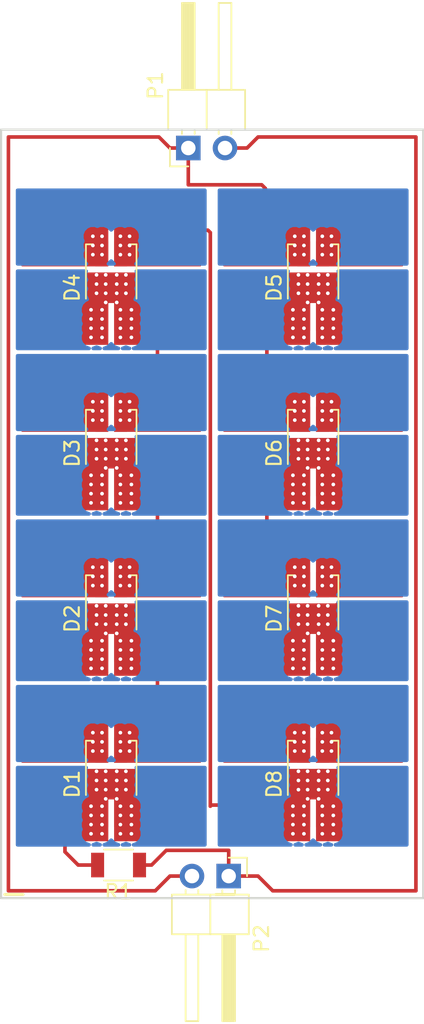
<source format=kicad_pcb>
(kicad_pcb (version 4) (host pcbnew 4.0.5)

  (general
    (links 68)
    (no_connects 23)
    (area 129.718999 73.152 165.354001 153.477001)
    (thickness 1.6)
    (drawings 9)
    (tracks 42)
    (zones 0)
    (modules 11)
    (nets 11)
  )

  (page A4)
  (title_block
    (title "Open LED Module 1")
    (date 2017-04-16)
    (rev 1)
    (company blinkgestalten)
  )

  (layers
    (0 F.Cu signal)
    (31 B.Cu signal)
    (32 B.Adhes user)
    (33 F.Adhes user)
    (34 B.Paste user)
    (35 F.Paste user)
    (36 B.SilkS user)
    (37 F.SilkS user)
    (38 B.Mask user)
    (39 F.Mask user)
    (40 Dwgs.User user)
    (41 Cmts.User user)
    (42 Eco1.User user)
    (43 Eco2.User user)
    (44 Edge.Cuts user)
    (45 Margin user)
    (46 B.CrtYd user)
    (47 F.CrtYd user)
    (48 B.Fab user)
    (49 F.Fab user)
  )

  (setup
    (last_trace_width 0.25)
    (trace_clearance 0.25)
    (zone_clearance 0.508)
    (zone_45_only no)
    (trace_min 0.2)
    (segment_width 0.2)
    (edge_width 0.15)
    (via_size 0.6)
    (via_drill 0.4)
    (via_min_size 0.4)
    (via_min_drill 0.3)
    (uvia_size 0.3)
    (uvia_drill 0.1)
    (uvias_allowed no)
    (uvia_min_size 0.2)
    (uvia_min_drill 0.1)
    (pcb_text_width 0.3)
    (pcb_text_size 1.5 1.5)
    (mod_edge_width 0.15)
    (mod_text_size 1 1)
    (mod_text_width 0.15)
    (pad_size 1.524 1.524)
    (pad_drill 0.762)
    (pad_to_mask_clearance 0.2)
    (aux_axis_origin 0 0)
    (visible_elements 7FFFFFFF)
    (pcbplotparams
      (layerselection 0x00030_80000001)
      (usegerberextensions false)
      (excludeedgelayer true)
      (linewidth 0.100000)
      (plotframeref false)
      (viasonmask false)
      (mode 1)
      (useauxorigin false)
      (hpglpennumber 1)
      (hpglpenspeed 20)
      (hpglpendiameter 15)
      (hpglpenoverlay 2)
      (psnegative false)
      (psa4output false)
      (plotreference true)
      (plotvalue true)
      (plotinvisibletext false)
      (padsonsilk false)
      (subtractmaskfromsilk false)
      (outputformat 1)
      (mirror false)
      (drillshape 1)
      (scaleselection 1)
      (outputdirectory ""))
  )

  (net 0 "")
  (net 1 GND)
  (net 2 "Net-(D1-Pad2)")
  (net 3 +24V)
  (net 4 "Net-(D1-Pad1)")
  (net 5 "Net-(D3-Pad1)")
  (net 6 "Net-(D2-Pad1)")
  (net 7 "Net-(D4-Pad1)")
  (net 8 "Net-(D5-Pad2)")
  (net 9 "Net-(D6-Pad2)")
  (net 10 "Net-(D7-Pad2)")

  (net_class Default "Dies ist die voreingestellte Netzklasse."
    (clearance 0.25)
    (trace_width 0.25)
    (via_dia 0.6)
    (via_drill 0.4)
    (uvia_dia 0.3)
    (uvia_drill 0.1)
    (add_net +24V)
    (add_net GND)
    (add_net "Net-(D1-Pad1)")
    (add_net "Net-(D1-Pad2)")
    (add_net "Net-(D2-Pad1)")
    (add_net "Net-(D3-Pad1)")
    (add_net "Net-(D4-Pad1)")
    (add_net "Net-(D5-Pad2)")
    (add_net "Net-(D6-Pad2)")
    (add_net "Net-(D7-Pad2)")
  )

  (module Pin_Headers:Pin_Header_Angled_1x02_Pitch2.54mm (layer F.Cu) (tedit 5862ED52) (tstamp 58BAF305)
    (at 142.748 92.71 90)
    (descr "Through hole angled pin header, 1x02, 2.54mm pitch, 6mm pin length, single row")
    (tags "Through hole angled pin header THT 1x02 2.54mm single row")
    (path /58BAECAB)
    (fp_text reference P1 (at 4.315 -2.27 90) (layer F.SilkS)
      (effects (font (size 1 1) (thickness 0.15)))
    )
    (fp_text value CONN_01X02 (at 4.315 4.81 90) (layer F.Fab)
      (effects (font (size 1 1) (thickness 0.15)))
    )
    (fp_line (start 1.4 -1.27) (end 1.4 1.27) (layer F.Fab) (width 0.1))
    (fp_line (start 1.4 1.27) (end 3.9 1.27) (layer F.Fab) (width 0.1))
    (fp_line (start 3.9 1.27) (end 3.9 -1.27) (layer F.Fab) (width 0.1))
    (fp_line (start 3.9 -1.27) (end 1.4 -1.27) (layer F.Fab) (width 0.1))
    (fp_line (start 0 -0.32) (end 0 0.32) (layer F.Fab) (width 0.1))
    (fp_line (start 0 0.32) (end 9.9 0.32) (layer F.Fab) (width 0.1))
    (fp_line (start 9.9 0.32) (end 9.9 -0.32) (layer F.Fab) (width 0.1))
    (fp_line (start 9.9 -0.32) (end 0 -0.32) (layer F.Fab) (width 0.1))
    (fp_line (start 1.4 1.27) (end 1.4 3.81) (layer F.Fab) (width 0.1))
    (fp_line (start 1.4 3.81) (end 3.9 3.81) (layer F.Fab) (width 0.1))
    (fp_line (start 3.9 3.81) (end 3.9 1.27) (layer F.Fab) (width 0.1))
    (fp_line (start 3.9 1.27) (end 1.4 1.27) (layer F.Fab) (width 0.1))
    (fp_line (start 0 2.22) (end 0 2.86) (layer F.Fab) (width 0.1))
    (fp_line (start 0 2.86) (end 9.9 2.86) (layer F.Fab) (width 0.1))
    (fp_line (start 9.9 2.86) (end 9.9 2.22) (layer F.Fab) (width 0.1))
    (fp_line (start 9.9 2.22) (end 0 2.22) (layer F.Fab) (width 0.1))
    (fp_line (start 1.28 -1.39) (end 1.28 1.27) (layer F.SilkS) (width 0.12))
    (fp_line (start 1.28 1.27) (end 4.02 1.27) (layer F.SilkS) (width 0.12))
    (fp_line (start 4.02 1.27) (end 4.02 -1.39) (layer F.SilkS) (width 0.12))
    (fp_line (start 4.02 -1.39) (end 1.28 -1.39) (layer F.SilkS) (width 0.12))
    (fp_line (start 4.02 -0.44) (end 4.02 0.44) (layer F.SilkS) (width 0.12))
    (fp_line (start 4.02 0.44) (end 10.02 0.44) (layer F.SilkS) (width 0.12))
    (fp_line (start 10.02 0.44) (end 10.02 -0.44) (layer F.SilkS) (width 0.12))
    (fp_line (start 10.02 -0.44) (end 4.02 -0.44) (layer F.SilkS) (width 0.12))
    (fp_line (start 0.97 -0.44) (end 1.28 -0.44) (layer F.SilkS) (width 0.12))
    (fp_line (start 0.97 0.44) (end 1.28 0.44) (layer F.SilkS) (width 0.12))
    (fp_line (start 4.02 -0.32) (end 10.02 -0.32) (layer F.SilkS) (width 0.12))
    (fp_line (start 4.02 -0.2) (end 10.02 -0.2) (layer F.SilkS) (width 0.12))
    (fp_line (start 4.02 -0.08) (end 10.02 -0.08) (layer F.SilkS) (width 0.12))
    (fp_line (start 4.02 0.04) (end 10.02 0.04) (layer F.SilkS) (width 0.12))
    (fp_line (start 4.02 0.16) (end 10.02 0.16) (layer F.SilkS) (width 0.12))
    (fp_line (start 4.02 0.28) (end 10.02 0.28) (layer F.SilkS) (width 0.12))
    (fp_line (start 4.02 0.4) (end 10.02 0.4) (layer F.SilkS) (width 0.12))
    (fp_line (start 1.28 1.27) (end 1.28 3.93) (layer F.SilkS) (width 0.12))
    (fp_line (start 1.28 3.93) (end 4.02 3.93) (layer F.SilkS) (width 0.12))
    (fp_line (start 4.02 3.93) (end 4.02 1.27) (layer F.SilkS) (width 0.12))
    (fp_line (start 4.02 1.27) (end 1.28 1.27) (layer F.SilkS) (width 0.12))
    (fp_line (start 4.02 2.1) (end 4.02 2.98) (layer F.SilkS) (width 0.12))
    (fp_line (start 4.02 2.98) (end 10.02 2.98) (layer F.SilkS) (width 0.12))
    (fp_line (start 10.02 2.98) (end 10.02 2.1) (layer F.SilkS) (width 0.12))
    (fp_line (start 10.02 2.1) (end 4.02 2.1) (layer F.SilkS) (width 0.12))
    (fp_line (start 0.97 2.1) (end 1.28 2.1) (layer F.SilkS) (width 0.12))
    (fp_line (start 0.97 2.98) (end 1.28 2.98) (layer F.SilkS) (width 0.12))
    (fp_line (start -1.27 0) (end -1.27 -1.27) (layer F.SilkS) (width 0.12))
    (fp_line (start -1.27 -1.27) (end 0 -1.27) (layer F.SilkS) (width 0.12))
    (fp_line (start -1.6 -1.6) (end -1.6 4.1) (layer F.CrtYd) (width 0.05))
    (fp_line (start -1.6 4.1) (end 10.2 4.1) (layer F.CrtYd) (width 0.05))
    (fp_line (start 10.2 4.1) (end 10.2 -1.6) (layer F.CrtYd) (width 0.05))
    (fp_line (start 10.2 -1.6) (end -1.6 -1.6) (layer F.CrtYd) (width 0.05))
    (pad 1 thru_hole rect (at 0 0 90) (size 1.7 1.7) (drill 1) (layers *.Cu *.Mask)
      (net 1 GND))
    (pad 2 thru_hole oval (at 0 2.54 90) (size 1.7 1.7) (drill 1) (layers *.Cu *.Mask)
      (net 3 +24V))
    (model Pin_Headers.3dshapes/Pin_Header_Angled_1x02_Pitch2.54mm.wrl
      (at (xyz 0 -0.05 0))
      (scale (xyz 1 1 1))
      (rotate (xyz 0 0 90))
    )
  )

  (module Pin_Headers:Pin_Header_Angled_1x02_Pitch2.54mm (layer F.Cu) (tedit 5862ED52) (tstamp 58BAF33C)
    (at 145.542 143.002 270)
    (descr "Through hole angled pin header, 1x02, 2.54mm pitch, 6mm pin length, single row")
    (tags "Through hole angled pin header THT 1x02 2.54mm single row")
    (path /58BAFAF6)
    (fp_text reference P2 (at 4.315 -2.27 270) (layer F.SilkS)
      (effects (font (size 1 1) (thickness 0.15)))
    )
    (fp_text value CONN_01X02 (at 4.315 4.81 270) (layer F.Fab)
      (effects (font (size 1 1) (thickness 0.15)))
    )
    (fp_line (start 1.4 -1.27) (end 1.4 1.27) (layer F.Fab) (width 0.1))
    (fp_line (start 1.4 1.27) (end 3.9 1.27) (layer F.Fab) (width 0.1))
    (fp_line (start 3.9 1.27) (end 3.9 -1.27) (layer F.Fab) (width 0.1))
    (fp_line (start 3.9 -1.27) (end 1.4 -1.27) (layer F.Fab) (width 0.1))
    (fp_line (start 0 -0.32) (end 0 0.32) (layer F.Fab) (width 0.1))
    (fp_line (start 0 0.32) (end 9.9 0.32) (layer F.Fab) (width 0.1))
    (fp_line (start 9.9 0.32) (end 9.9 -0.32) (layer F.Fab) (width 0.1))
    (fp_line (start 9.9 -0.32) (end 0 -0.32) (layer F.Fab) (width 0.1))
    (fp_line (start 1.4 1.27) (end 1.4 3.81) (layer F.Fab) (width 0.1))
    (fp_line (start 1.4 3.81) (end 3.9 3.81) (layer F.Fab) (width 0.1))
    (fp_line (start 3.9 3.81) (end 3.9 1.27) (layer F.Fab) (width 0.1))
    (fp_line (start 3.9 1.27) (end 1.4 1.27) (layer F.Fab) (width 0.1))
    (fp_line (start 0 2.22) (end 0 2.86) (layer F.Fab) (width 0.1))
    (fp_line (start 0 2.86) (end 9.9 2.86) (layer F.Fab) (width 0.1))
    (fp_line (start 9.9 2.86) (end 9.9 2.22) (layer F.Fab) (width 0.1))
    (fp_line (start 9.9 2.22) (end 0 2.22) (layer F.Fab) (width 0.1))
    (fp_line (start 1.28 -1.39) (end 1.28 1.27) (layer F.SilkS) (width 0.12))
    (fp_line (start 1.28 1.27) (end 4.02 1.27) (layer F.SilkS) (width 0.12))
    (fp_line (start 4.02 1.27) (end 4.02 -1.39) (layer F.SilkS) (width 0.12))
    (fp_line (start 4.02 -1.39) (end 1.28 -1.39) (layer F.SilkS) (width 0.12))
    (fp_line (start 4.02 -0.44) (end 4.02 0.44) (layer F.SilkS) (width 0.12))
    (fp_line (start 4.02 0.44) (end 10.02 0.44) (layer F.SilkS) (width 0.12))
    (fp_line (start 10.02 0.44) (end 10.02 -0.44) (layer F.SilkS) (width 0.12))
    (fp_line (start 10.02 -0.44) (end 4.02 -0.44) (layer F.SilkS) (width 0.12))
    (fp_line (start 0.97 -0.44) (end 1.28 -0.44) (layer F.SilkS) (width 0.12))
    (fp_line (start 0.97 0.44) (end 1.28 0.44) (layer F.SilkS) (width 0.12))
    (fp_line (start 4.02 -0.32) (end 10.02 -0.32) (layer F.SilkS) (width 0.12))
    (fp_line (start 4.02 -0.2) (end 10.02 -0.2) (layer F.SilkS) (width 0.12))
    (fp_line (start 4.02 -0.08) (end 10.02 -0.08) (layer F.SilkS) (width 0.12))
    (fp_line (start 4.02 0.04) (end 10.02 0.04) (layer F.SilkS) (width 0.12))
    (fp_line (start 4.02 0.16) (end 10.02 0.16) (layer F.SilkS) (width 0.12))
    (fp_line (start 4.02 0.28) (end 10.02 0.28) (layer F.SilkS) (width 0.12))
    (fp_line (start 4.02 0.4) (end 10.02 0.4) (layer F.SilkS) (width 0.12))
    (fp_line (start 1.28 1.27) (end 1.28 3.93) (layer F.SilkS) (width 0.12))
    (fp_line (start 1.28 3.93) (end 4.02 3.93) (layer F.SilkS) (width 0.12))
    (fp_line (start 4.02 3.93) (end 4.02 1.27) (layer F.SilkS) (width 0.12))
    (fp_line (start 4.02 1.27) (end 1.28 1.27) (layer F.SilkS) (width 0.12))
    (fp_line (start 4.02 2.1) (end 4.02 2.98) (layer F.SilkS) (width 0.12))
    (fp_line (start 4.02 2.98) (end 10.02 2.98) (layer F.SilkS) (width 0.12))
    (fp_line (start 10.02 2.98) (end 10.02 2.1) (layer F.SilkS) (width 0.12))
    (fp_line (start 10.02 2.1) (end 4.02 2.1) (layer F.SilkS) (width 0.12))
    (fp_line (start 0.97 2.1) (end 1.28 2.1) (layer F.SilkS) (width 0.12))
    (fp_line (start 0.97 2.98) (end 1.28 2.98) (layer F.SilkS) (width 0.12))
    (fp_line (start -1.27 0) (end -1.27 -1.27) (layer F.SilkS) (width 0.12))
    (fp_line (start -1.27 -1.27) (end 0 -1.27) (layer F.SilkS) (width 0.12))
    (fp_line (start -1.6 -1.6) (end -1.6 4.1) (layer F.CrtYd) (width 0.05))
    (fp_line (start -1.6 4.1) (end 10.2 4.1) (layer F.CrtYd) (width 0.05))
    (fp_line (start 10.2 4.1) (end 10.2 -1.6) (layer F.CrtYd) (width 0.05))
    (fp_line (start 10.2 -1.6) (end -1.6 -1.6) (layer F.CrtYd) (width 0.05))
    (pad 1 thru_hole rect (at 0 0 270) (size 1.7 1.7) (drill 1) (layers *.Cu *.Mask)
      (net 3 +24V))
    (pad 2 thru_hole oval (at 0 2.54 270) (size 1.7 1.7) (drill 1) (layers *.Cu *.Mask)
      (net 1 GND))
    (model Pin_Headers.3dshapes/Pin_Header_Angled_1x02_Pitch2.54mm.wrl
      (at (xyz 0 -0.05 0))
      (scale (xyz 1 1 1))
      (rotate (xyz 0 0 90))
    )
  )

  (module Resistors_SMD:R_1206 (layer F.Cu) (tedit 58E0A804) (tstamp 58F17A82)
    (at 137.922 142.24 180)
    (descr "Resistor SMD 1206, reflow soldering, Vishay (see dcrcw.pdf)")
    (tags "resistor 1206")
    (path /58F0A442)
    (attr smd)
    (fp_text reference R1 (at 0 -1.85 180) (layer F.SilkS)
      (effects (font (size 1 1) (thickness 0.15)))
    )
    (fp_text value 14 (at 0 1.95 180) (layer F.Fab)
      (effects (font (size 1 1) (thickness 0.15)))
    )
    (fp_text user %R (at 0 0 180) (layer F.Fab)
      (effects (font (size 0.7 0.7) (thickness 0.105)))
    )
    (fp_line (start -1.6 0.8) (end -1.6 -0.8) (layer F.Fab) (width 0.1))
    (fp_line (start 1.6 0.8) (end -1.6 0.8) (layer F.Fab) (width 0.1))
    (fp_line (start 1.6 -0.8) (end 1.6 0.8) (layer F.Fab) (width 0.1))
    (fp_line (start -1.6 -0.8) (end 1.6 -0.8) (layer F.Fab) (width 0.1))
    (fp_line (start 1 1.07) (end -1 1.07) (layer F.SilkS) (width 0.12))
    (fp_line (start -1 -1.07) (end 1 -1.07) (layer F.SilkS) (width 0.12))
    (fp_line (start -2.15 -1.11) (end 2.15 -1.11) (layer F.CrtYd) (width 0.05))
    (fp_line (start -2.15 -1.11) (end -2.15 1.1) (layer F.CrtYd) (width 0.05))
    (fp_line (start 2.15 1.1) (end 2.15 -1.11) (layer F.CrtYd) (width 0.05))
    (fp_line (start 2.15 1.1) (end -2.15 1.1) (layer F.CrtYd) (width 0.05))
    (pad 1 smd rect (at -1.45 0 180) (size 0.9 1.7) (layers F.Cu F.Paste F.Mask)
      (net 3 +24V))
    (pad 2 smd rect (at 1.45 0 180) (size 0.9 1.7) (layers F.Cu F.Paste F.Mask)
      (net 2 "Net-(D1-Pad2)"))
    (model ${KISYS3DMOD}/Resistors_SMD.3dshapes/R_1206.wrl
      (at (xyz 0 0 0))
      (scale (xyz 1 1 1))
      (rotate (xyz 0 0 0))
    )
  )

  (module OpenLed:LED_OsramDURIS_E5_JDSTS2EM (layer F.Cu) (tedit 58F3A080) (tstamp 58F17937)
    (at 137.414 113.792 270)
    (descr "http://www.osram-os.com/Graphics/XPic1/00214644_0.pdf/GW%20JDSTS2.EM%20-%20DURIS%20E5%20(EnglishDeutsch).pdf")
    (tags "LED OSRAM DURIS E5 JDSTS2.EM")
    (path /58B921E6)
    (attr smd)
    (fp_text reference D3 (at 0 2.7 270) (layer F.SilkS)
      (effects (font (size 1 1) (thickness 0.15)))
    )
    (fp_text value LED (at 0 -3.3 270) (layer F.Fab)
      (effects (font (size 1 1) (thickness 0.15)))
    )
    (fp_line (start -3.302 -1.7) (end 3.048 -1.7) (layer F.CrtYd) (width 0.15))
    (fp_line (start 3.048 -1.7) (end 3.048 1.7) (layer F.CrtYd) (width 0.15))
    (fp_line (start 3.048 1.7) (end -3.302 1.7) (layer F.CrtYd) (width 0.15))
    (fp_line (start -3.302 1.7) (end -3.302 -1.7) (layer F.CrtYd) (width 0.15))
    (fp_line (start -3.302 -1.27) (end -3.302 0) (layer F.CrtYd) (width 0.15))
    (fp_line (start 0.5 0.5) (end -0.5 0) (layer F.Fab) (width 0.1))
    (fp_line (start 0.5 -0.5) (end 0.5 0.5) (layer F.Fab) (width 0.1))
    (fp_line (start -0.5 0) (end 0.5 -0.5) (layer F.Fab) (width 0.1))
    (fp_line (start -0.5 -0.5) (end -0.5 0.5) (layer F.Fab) (width 0.1))
    (fp_line (start -1 0) (end -0.5 0) (layer F.Fab) (width 0.1))
    (fp_line (start 1 0) (end 0.5 0) (layer F.Fab) (width 0.1))
    (fp_line (start -3 1.75) (end 0.75 1.75) (layer F.SilkS) (width 0.12))
    (fp_line (start -3 1.25) (end -3 1.75) (layer F.SilkS) (width 0.12))
    (fp_line (start -3 -1.75) (end -3 -1.25) (layer F.SilkS) (width 0.12))
    (fp_line (start 0.75 -1.75) (end -3 -1.75) (layer F.SilkS) (width 0.12))
    (fp_line (start -2.8 1.5) (end -2.8 -1.5) (layer F.Fab) (width 0.1))
    (fp_line (start 2.8 1.5) (end -2.8 1.5) (layer F.Fab) (width 0.1))
    (fp_line (start 2.8 -1.5) (end 2.8 1.5) (layer F.Fab) (width 0.1))
    (fp_line (start -2.8 -1.5) (end 2.8 -1.5) (layer F.Fab) (width 0.1))
    (pad CV42 thru_hole circle (at -3.556 0.635 270) (size 0.254 0.254) (drill 0.254) (layers *.Cu *.Mask))
    (pad CV41 thru_hole circle (at -3.556 1.27 270) (size 0.254 0.254) (drill 0.254) (layers *.Cu *.Mask))
    (pad CV40 thru_hole circle (at -2.921 1.27 270) (size 0.254 0.254) (drill 0.254) (layers *.Cu *.Mask))
    (pad CV39 thru_hole circle (at -2.286 1.27 270) (size 0.254 0.254) (drill 0.254) (layers *.Cu *.Mask))
    (pad CV38 thru_hole circle (at -3.556 -0.635 270) (size 0.254 0.254) (drill 0.254) (layers *.Cu *.Mask))
    (pad CV37 thru_hole circle (at -3.556 -1.27 270) (size 0.254 0.254) (drill 0.254) (layers *.Cu *.Mask))
    (pad CV36 thru_hole circle (at -2.921 -1.27 270) (size 0.254 0.254) (drill 0.254) (layers *.Cu *.Mask))
    (pad CV35 thru_hole circle (at -2.286 -1.27 270) (size 0.254 0.254) (drill 0.254) (layers *.Cu *.Mask))
    (pad CV34 thru_hole circle (at -2.921 0.635 270) (size 0.254 0.254) (drill 0.254) (layers *.Cu *.Mask))
    (pad CV33 thru_hole circle (at -2.286 0.635 270) (size 0.254 0.254) (drill 0.254) (layers *.Cu *.Mask))
    (pad CV32 thru_hole circle (at -2.921 -0.635 270) (size 0.254 0.254) (drill 0.254) (layers *.Cu *.Mask))
    (pad CV31 thru_hole circle (at -2.286 -0.635 270) (size 0.254 0.254) (drill 0.254) (layers *.Cu *.Mask))
    (pad 1 smd rect (at -3.975 3.2 270) (size 5 6) (layers F.Cu B.Paste F.Mask)
      (net 5 "Net-(D3-Pad1)"))
    (pad 1 smd rect (at -3.975 -3.2 270) (size 5 6) (layers F.Cu B.Paste F.Mask)
      (net 5 "Net-(D3-Pad1)"))
    (pad CV25 thru_hole circle (at 0.381 1.016 270) (size 0.254 0.254) (drill 0.254) (layers *.Cu *.Mask))
    (pad CV24 thru_hole circle (at -0.254 1.016 270) (size 0.254 0.254) (drill 0.254) (layers *.Cu *.Mask))
    (pad CV23 thru_hole circle (at -0.889 1.016 270) (size 0.254 0.254) (drill 0.254) (layers *.Cu *.Mask))
    (pad CV30 thru_hole circle (at 3.429 0.635 270) (size 0.254 0.254) (drill 0.254) (layers *.Cu *.Mask))
    (pad CV29 thru_hole circle (at 3.429 1.397 270) (size 0.254 0.254) (drill 0.254) (layers *.Cu *.Mask))
    (pad CV28 thru_hole circle (at 2.794 1.397 270) (size 0.254 0.254) (drill 0.254) (layers *.Cu *.Mask))
    (pad CV27 thru_hole circle (at 2.159 1.397 270) (size 0.254 0.254) (drill 0.254) (layers *.Cu *.Mask))
    (pad CV26 thru_hole circle (at 1.524 1.397 270) (size 0.254 0.254) (drill 0.254) (layers *.Cu *.Mask))
    (pad CV22 thru_hole circle (at 3.429 -0.635 270) (size 0.254 0.254) (drill 0.254) (layers *.Cu *.Mask))
    (pad CV21 thru_hole circle (at 3.429 -1.397 270) (size 0.254 0.254) (drill 0.254) (layers *.Cu *.Mask))
    (pad CV20 thru_hole circle (at 2.794 -1.397 270) (size 0.254 0.254) (drill 0.254) (layers *.Cu *.Mask))
    (pad CV19 thru_hole circle (at 2.159 -1.397 270) (size 0.254 0.254) (drill 0.254) (layers *.Cu *.Mask))
    (pad CV18 thru_hole circle (at 1.524 -1.397 270) (size 0.254 0.254) (drill 0.254) (layers *.Cu *.Mask))
    (pad CV17 thru_hole circle (at 0.381 -1.016 270) (size 0.254 0.254) (drill 0.254) (layers *.Cu *.Mask))
    (pad CV16 thru_hole circle (at -0.254 -1.016 270) (size 0.254 0.254) (drill 0.254) (layers *.Cu *.Mask))
    (pad CV15 thru_hole circle (at -0.889 -1.016 270) (size 0.254 0.254) (drill 0.254) (layers *.Cu *.Mask))
    (pad CV14 thru_hole circle (at 2.794 0.635 270) (size 0.254 0.254) (drill 0.254) (layers *.Cu *.Mask))
    (pad CV13 thru_hole circle (at 2.159 0.635 270) (size 0.254 0.254) (drill 0.254) (layers *.Cu *.Mask))
    (pad CV12 thru_hole circle (at 1.524 0.635 270) (size 0.254 0.254) (drill 0.254) (layers *.Cu *.Mask))
    (pad CV7 thru_hole circle (at 2.794 -0.635 270) (size 0.254 0.254) (drill 0.254) (layers *.Cu *.Mask))
    (pad CV6 thru_hole circle (at 2.159 -0.635 270) (size 0.254 0.254) (drill 0.254) (layers *.Cu *.Mask))
    (pad CV5 thru_hole circle (at 1.524 -0.635 270) (size 0.254 0.254) (drill 0.254) (layers *.Cu *.Mask))
    (pad CV4 thru_hole circle (at 1.016 -0.381 270) (size 0.254 0.254) (drill 0.254) (layers *.Cu *.Mask))
    (pad CV11 thru_hole circle (at 1.016 0.381 270) (size 0.254 0.254) (drill 0.254) (layers *.Cu *.Mask))
    (pad CV10 thru_hole circle (at 0.381 0.381 270) (size 0.254 0.254) (drill 0.254) (layers *.Cu *.Mask))
    (pad CV3 thru_hole circle (at 0.381 -0.381 270) (size 0.254 0.254) (drill 0.254) (layers *.Cu *.Mask))
    (pad CV2 thru_hole circle (at -0.254 -0.381 270) (size 0.254 0.254) (drill 0.254) (layers *.Cu *.Mask))
    (pad 2 smd rect (at 2.01 -0.65 270) (size 1.91 0.9) (layers F.Cu F.Paste F.Mask)
      (net 6 "Net-(D2-Pad1)"))
    (pad 1 smd rect (at -2.34 0.65 270) (size 1.73 0.9) (layers F.Cu F.Paste F.Mask)
      (net 5 "Net-(D3-Pad1)"))
    (pad 2 smd rect (at 0 0 270) (size 2.11 1.44) (layers F.Cu B.Paste F.Mask)
      (net 6 "Net-(D2-Pad1)"))
    (pad 2 smd rect (at 2.01 0.65 270) (size 1.91 0.9) (layers F.Cu F.Paste F.Mask)
      (net 6 "Net-(D2-Pad1)"))
    (pad CV1 thru_hole circle (at -0.889 -0.381 270) (size 0.254 0.254) (drill 0.254) (layers *.Cu *.Mask))
    (pad CV8 thru_hole circle (at -0.889 0.381 270) (size 0.254 0.254) (drill 0.254) (layers *.Cu *.Mask))
    (pad CV9 thru_hole circle (at -0.254 0.381 270) (size 0.254 0.254) (drill 0.254) (layers *.Cu *.Mask))
    (pad 1 smd rect (at -2.34 -0.65 270) (size 1.73 0.9) (layers F.Cu F.Paste F.Mask)
      (net 5 "Net-(D3-Pad1)"))
    (pad 2 smd rect (at 1.445 -3.2 270) (size 5 6) (layers F.Cu B.Paste F.Mask)
      (net 6 "Net-(D2-Pad1)"))
    (pad 2 smd rect (at 1.445 3.2 270) (size 5 6) (layers F.Cu B.Paste F.Mask)
      (net 6 "Net-(D2-Pad1)"))
  )

  (module OpenLed:LED_OsramDURIS_E5_JDSTS2EM (layer F.Cu) (tedit 58F3A080) (tstamp 58F1790C)
    (at 137.414 125.222 270)
    (descr "http://www.osram-os.com/Graphics/XPic1/00214644_0.pdf/GW%20JDSTS2.EM%20-%20DURIS%20E5%20(EnglishDeutsch).pdf")
    (tags "LED OSRAM DURIS E5 JDSTS2.EM")
    (path /58B921A1)
    (attr smd)
    (fp_text reference D2 (at 0 2.7 270) (layer F.SilkS)
      (effects (font (size 1 1) (thickness 0.15)))
    )
    (fp_text value LED (at 0 -3.3 270) (layer F.Fab)
      (effects (font (size 1 1) (thickness 0.15)))
    )
    (fp_line (start -3.302 -1.7) (end 3.048 -1.7) (layer F.CrtYd) (width 0.15))
    (fp_line (start 3.048 -1.7) (end 3.048 1.7) (layer F.CrtYd) (width 0.15))
    (fp_line (start 3.048 1.7) (end -3.302 1.7) (layer F.CrtYd) (width 0.15))
    (fp_line (start -3.302 1.7) (end -3.302 -1.7) (layer F.CrtYd) (width 0.15))
    (fp_line (start -3.302 -1.27) (end -3.302 0) (layer F.CrtYd) (width 0.15))
    (fp_line (start 0.5 0.5) (end -0.5 0) (layer F.Fab) (width 0.1))
    (fp_line (start 0.5 -0.5) (end 0.5 0.5) (layer F.Fab) (width 0.1))
    (fp_line (start -0.5 0) (end 0.5 -0.5) (layer F.Fab) (width 0.1))
    (fp_line (start -0.5 -0.5) (end -0.5 0.5) (layer F.Fab) (width 0.1))
    (fp_line (start -1 0) (end -0.5 0) (layer F.Fab) (width 0.1))
    (fp_line (start 1 0) (end 0.5 0) (layer F.Fab) (width 0.1))
    (fp_line (start -3 1.75) (end 0.75 1.75) (layer F.SilkS) (width 0.12))
    (fp_line (start -3 1.25) (end -3 1.75) (layer F.SilkS) (width 0.12))
    (fp_line (start -3 -1.75) (end -3 -1.25) (layer F.SilkS) (width 0.12))
    (fp_line (start 0.75 -1.75) (end -3 -1.75) (layer F.SilkS) (width 0.12))
    (fp_line (start -2.8 1.5) (end -2.8 -1.5) (layer F.Fab) (width 0.1))
    (fp_line (start 2.8 1.5) (end -2.8 1.5) (layer F.Fab) (width 0.1))
    (fp_line (start 2.8 -1.5) (end 2.8 1.5) (layer F.Fab) (width 0.1))
    (fp_line (start -2.8 -1.5) (end 2.8 -1.5) (layer F.Fab) (width 0.1))
    (pad CV42 thru_hole circle (at -3.556 0.635 270) (size 0.254 0.254) (drill 0.254) (layers *.Cu *.Mask))
    (pad CV41 thru_hole circle (at -3.556 1.27 270) (size 0.254 0.254) (drill 0.254) (layers *.Cu *.Mask))
    (pad CV40 thru_hole circle (at -2.921 1.27 270) (size 0.254 0.254) (drill 0.254) (layers *.Cu *.Mask))
    (pad CV39 thru_hole circle (at -2.286 1.27 270) (size 0.254 0.254) (drill 0.254) (layers *.Cu *.Mask))
    (pad CV38 thru_hole circle (at -3.556 -0.635 270) (size 0.254 0.254) (drill 0.254) (layers *.Cu *.Mask))
    (pad CV37 thru_hole circle (at -3.556 -1.27 270) (size 0.254 0.254) (drill 0.254) (layers *.Cu *.Mask))
    (pad CV36 thru_hole circle (at -2.921 -1.27 270) (size 0.254 0.254) (drill 0.254) (layers *.Cu *.Mask))
    (pad CV35 thru_hole circle (at -2.286 -1.27 270) (size 0.254 0.254) (drill 0.254) (layers *.Cu *.Mask))
    (pad CV34 thru_hole circle (at -2.921 0.635 270) (size 0.254 0.254) (drill 0.254) (layers *.Cu *.Mask))
    (pad CV33 thru_hole circle (at -2.286 0.635 270) (size 0.254 0.254) (drill 0.254) (layers *.Cu *.Mask))
    (pad CV32 thru_hole circle (at -2.921 -0.635 270) (size 0.254 0.254) (drill 0.254) (layers *.Cu *.Mask))
    (pad CV31 thru_hole circle (at -2.286 -0.635 270) (size 0.254 0.254) (drill 0.254) (layers *.Cu *.Mask))
    (pad 1 smd rect (at -3.975 3.2 270) (size 5 6) (layers F.Cu B.Paste F.Mask)
      (net 6 "Net-(D2-Pad1)"))
    (pad 1 smd rect (at -3.975 -3.2 270) (size 5 6) (layers F.Cu B.Paste F.Mask)
      (net 6 "Net-(D2-Pad1)"))
    (pad CV25 thru_hole circle (at 0.381 1.016 270) (size 0.254 0.254) (drill 0.254) (layers *.Cu *.Mask))
    (pad CV24 thru_hole circle (at -0.254 1.016 270) (size 0.254 0.254) (drill 0.254) (layers *.Cu *.Mask))
    (pad CV23 thru_hole circle (at -0.889 1.016 270) (size 0.254 0.254) (drill 0.254) (layers *.Cu *.Mask))
    (pad CV30 thru_hole circle (at 3.429 0.635 270) (size 0.254 0.254) (drill 0.254) (layers *.Cu *.Mask))
    (pad CV29 thru_hole circle (at 3.429 1.397 270) (size 0.254 0.254) (drill 0.254) (layers *.Cu *.Mask))
    (pad CV28 thru_hole circle (at 2.794 1.397 270) (size 0.254 0.254) (drill 0.254) (layers *.Cu *.Mask))
    (pad CV27 thru_hole circle (at 2.159 1.397 270) (size 0.254 0.254) (drill 0.254) (layers *.Cu *.Mask))
    (pad CV26 thru_hole circle (at 1.524 1.397 270) (size 0.254 0.254) (drill 0.254) (layers *.Cu *.Mask))
    (pad CV22 thru_hole circle (at 3.429 -0.635 270) (size 0.254 0.254) (drill 0.254) (layers *.Cu *.Mask))
    (pad CV21 thru_hole circle (at 3.429 -1.397 270) (size 0.254 0.254) (drill 0.254) (layers *.Cu *.Mask))
    (pad CV20 thru_hole circle (at 2.794 -1.397 270) (size 0.254 0.254) (drill 0.254) (layers *.Cu *.Mask))
    (pad CV19 thru_hole circle (at 2.159 -1.397 270) (size 0.254 0.254) (drill 0.254) (layers *.Cu *.Mask))
    (pad CV18 thru_hole circle (at 1.524 -1.397 270) (size 0.254 0.254) (drill 0.254) (layers *.Cu *.Mask))
    (pad CV17 thru_hole circle (at 0.381 -1.016 270) (size 0.254 0.254) (drill 0.254) (layers *.Cu *.Mask))
    (pad CV16 thru_hole circle (at -0.254 -1.016 270) (size 0.254 0.254) (drill 0.254) (layers *.Cu *.Mask))
    (pad CV15 thru_hole circle (at -0.889 -1.016 270) (size 0.254 0.254) (drill 0.254) (layers *.Cu *.Mask))
    (pad CV14 thru_hole circle (at 2.794 0.635 270) (size 0.254 0.254) (drill 0.254) (layers *.Cu *.Mask))
    (pad CV13 thru_hole circle (at 2.159 0.635 270) (size 0.254 0.254) (drill 0.254) (layers *.Cu *.Mask))
    (pad CV12 thru_hole circle (at 1.524 0.635 270) (size 0.254 0.254) (drill 0.254) (layers *.Cu *.Mask))
    (pad CV7 thru_hole circle (at 2.794 -0.635 270) (size 0.254 0.254) (drill 0.254) (layers *.Cu *.Mask))
    (pad CV6 thru_hole circle (at 2.159 -0.635 270) (size 0.254 0.254) (drill 0.254) (layers *.Cu *.Mask))
    (pad CV5 thru_hole circle (at 1.524 -0.635 270) (size 0.254 0.254) (drill 0.254) (layers *.Cu *.Mask))
    (pad CV4 thru_hole circle (at 1.016 -0.381 270) (size 0.254 0.254) (drill 0.254) (layers *.Cu *.Mask))
    (pad CV11 thru_hole circle (at 1.016 0.381 270) (size 0.254 0.254) (drill 0.254) (layers *.Cu *.Mask))
    (pad CV10 thru_hole circle (at 0.381 0.381 270) (size 0.254 0.254) (drill 0.254) (layers *.Cu *.Mask))
    (pad CV3 thru_hole circle (at 0.381 -0.381 270) (size 0.254 0.254) (drill 0.254) (layers *.Cu *.Mask))
    (pad CV2 thru_hole circle (at -0.254 -0.381 270) (size 0.254 0.254) (drill 0.254) (layers *.Cu *.Mask))
    (pad 2 smd rect (at 2.01 -0.65 270) (size 1.91 0.9) (layers F.Cu F.Paste F.Mask)
      (net 4 "Net-(D1-Pad1)"))
    (pad 1 smd rect (at -2.34 0.65 270) (size 1.73 0.9) (layers F.Cu F.Paste F.Mask)
      (net 6 "Net-(D2-Pad1)"))
    (pad 2 smd rect (at 0 0 270) (size 2.11 1.44) (layers F.Cu B.Paste F.Mask)
      (net 4 "Net-(D1-Pad1)"))
    (pad 2 smd rect (at 2.01 0.65 270) (size 1.91 0.9) (layers F.Cu F.Paste F.Mask)
      (net 4 "Net-(D1-Pad1)"))
    (pad CV1 thru_hole circle (at -0.889 -0.381 270) (size 0.254 0.254) (drill 0.254) (layers *.Cu *.Mask))
    (pad CV8 thru_hole circle (at -0.889 0.381 270) (size 0.254 0.254) (drill 0.254) (layers *.Cu *.Mask))
    (pad CV9 thru_hole circle (at -0.254 0.381 270) (size 0.254 0.254) (drill 0.254) (layers *.Cu *.Mask))
    (pad 1 smd rect (at -2.34 -0.65 270) (size 1.73 0.9) (layers F.Cu F.Paste F.Mask)
      (net 6 "Net-(D2-Pad1)"))
    (pad 2 smd rect (at 1.445 -3.2 270) (size 5 6) (layers F.Cu B.Paste F.Mask)
      (net 4 "Net-(D1-Pad1)"))
    (pad 2 smd rect (at 1.445 3.2 270) (size 5 6) (layers F.Cu B.Paste F.Mask)
      (net 4 "Net-(D1-Pad1)"))
  )

  (module OpenLed:LED_OsramDURIS_E5_JDSTS2EM (layer F.Cu) (tedit 58F3A080) (tstamp 58F178E1)
    (at 137.414 136.652 270)
    (descr "http://www.osram-os.com/Graphics/XPic1/00214644_0.pdf/GW%20JDSTS2.EM%20-%20DURIS%20E5%20(EnglishDeutsch).pdf")
    (tags "LED OSRAM DURIS E5 JDSTS2.EM")
    (path /58B91F61)
    (attr smd)
    (fp_text reference D1 (at 0 2.7 270) (layer F.SilkS)
      (effects (font (size 1 1) (thickness 0.15)))
    )
    (fp_text value LED (at 0 -3.3 270) (layer F.Fab)
      (effects (font (size 1 1) (thickness 0.15)))
    )
    (fp_line (start -3.302 -1.7) (end 3.048 -1.7) (layer F.CrtYd) (width 0.15))
    (fp_line (start 3.048 -1.7) (end 3.048 1.7) (layer F.CrtYd) (width 0.15))
    (fp_line (start 3.048 1.7) (end -3.302 1.7) (layer F.CrtYd) (width 0.15))
    (fp_line (start -3.302 1.7) (end -3.302 -1.7) (layer F.CrtYd) (width 0.15))
    (fp_line (start -3.302 -1.27) (end -3.302 0) (layer F.CrtYd) (width 0.15))
    (fp_line (start 0.5 0.5) (end -0.5 0) (layer F.Fab) (width 0.1))
    (fp_line (start 0.5 -0.5) (end 0.5 0.5) (layer F.Fab) (width 0.1))
    (fp_line (start -0.5 0) (end 0.5 -0.5) (layer F.Fab) (width 0.1))
    (fp_line (start -0.5 -0.5) (end -0.5 0.5) (layer F.Fab) (width 0.1))
    (fp_line (start -1 0) (end -0.5 0) (layer F.Fab) (width 0.1))
    (fp_line (start 1 0) (end 0.5 0) (layer F.Fab) (width 0.1))
    (fp_line (start -3 1.75) (end 0.75 1.75) (layer F.SilkS) (width 0.12))
    (fp_line (start -3 1.25) (end -3 1.75) (layer F.SilkS) (width 0.12))
    (fp_line (start -3 -1.75) (end -3 -1.25) (layer F.SilkS) (width 0.12))
    (fp_line (start 0.75 -1.75) (end -3 -1.75) (layer F.SilkS) (width 0.12))
    (fp_line (start -2.8 1.5) (end -2.8 -1.5) (layer F.Fab) (width 0.1))
    (fp_line (start 2.8 1.5) (end -2.8 1.5) (layer F.Fab) (width 0.1))
    (fp_line (start 2.8 -1.5) (end 2.8 1.5) (layer F.Fab) (width 0.1))
    (fp_line (start -2.8 -1.5) (end 2.8 -1.5) (layer F.Fab) (width 0.1))
    (pad CV42 thru_hole circle (at -3.556 0.635 270) (size 0.254 0.254) (drill 0.254) (layers *.Cu *.Mask))
    (pad CV41 thru_hole circle (at -3.556 1.27 270) (size 0.254 0.254) (drill 0.254) (layers *.Cu *.Mask))
    (pad CV40 thru_hole circle (at -2.921 1.27 270) (size 0.254 0.254) (drill 0.254) (layers *.Cu *.Mask))
    (pad CV39 thru_hole circle (at -2.286 1.27 270) (size 0.254 0.254) (drill 0.254) (layers *.Cu *.Mask))
    (pad CV38 thru_hole circle (at -3.556 -0.635 270) (size 0.254 0.254) (drill 0.254) (layers *.Cu *.Mask))
    (pad CV37 thru_hole circle (at -3.556 -1.27 270) (size 0.254 0.254) (drill 0.254) (layers *.Cu *.Mask))
    (pad CV36 thru_hole circle (at -2.921 -1.27 270) (size 0.254 0.254) (drill 0.254) (layers *.Cu *.Mask))
    (pad CV35 thru_hole circle (at -2.286 -1.27 270) (size 0.254 0.254) (drill 0.254) (layers *.Cu *.Mask))
    (pad CV34 thru_hole circle (at -2.921 0.635 270) (size 0.254 0.254) (drill 0.254) (layers *.Cu *.Mask))
    (pad CV33 thru_hole circle (at -2.286 0.635 270) (size 0.254 0.254) (drill 0.254) (layers *.Cu *.Mask))
    (pad CV32 thru_hole circle (at -2.921 -0.635 270) (size 0.254 0.254) (drill 0.254) (layers *.Cu *.Mask))
    (pad CV31 thru_hole circle (at -2.286 -0.635 270) (size 0.254 0.254) (drill 0.254) (layers *.Cu *.Mask))
    (pad 1 smd rect (at -3.975 3.2 270) (size 5 6) (layers F.Cu B.Paste F.Mask)
      (net 4 "Net-(D1-Pad1)"))
    (pad 1 smd rect (at -3.975 -3.2 270) (size 5 6) (layers F.Cu B.Paste F.Mask)
      (net 4 "Net-(D1-Pad1)"))
    (pad CV25 thru_hole circle (at 0.381 1.016 270) (size 0.254 0.254) (drill 0.254) (layers *.Cu *.Mask))
    (pad CV24 thru_hole circle (at -0.254 1.016 270) (size 0.254 0.254) (drill 0.254) (layers *.Cu *.Mask))
    (pad CV23 thru_hole circle (at -0.889 1.016 270) (size 0.254 0.254) (drill 0.254) (layers *.Cu *.Mask))
    (pad CV30 thru_hole circle (at 3.429 0.635 270) (size 0.254 0.254) (drill 0.254) (layers *.Cu *.Mask))
    (pad CV29 thru_hole circle (at 3.429 1.397 270) (size 0.254 0.254) (drill 0.254) (layers *.Cu *.Mask))
    (pad CV28 thru_hole circle (at 2.794 1.397 270) (size 0.254 0.254) (drill 0.254) (layers *.Cu *.Mask))
    (pad CV27 thru_hole circle (at 2.159 1.397 270) (size 0.254 0.254) (drill 0.254) (layers *.Cu *.Mask))
    (pad CV26 thru_hole circle (at 1.524 1.397 270) (size 0.254 0.254) (drill 0.254) (layers *.Cu *.Mask))
    (pad CV22 thru_hole circle (at 3.429 -0.635 270) (size 0.254 0.254) (drill 0.254) (layers *.Cu *.Mask))
    (pad CV21 thru_hole circle (at 3.429 -1.397 270) (size 0.254 0.254) (drill 0.254) (layers *.Cu *.Mask))
    (pad CV20 thru_hole circle (at 2.794 -1.397 270) (size 0.254 0.254) (drill 0.254) (layers *.Cu *.Mask))
    (pad CV19 thru_hole circle (at 2.159 -1.397 270) (size 0.254 0.254) (drill 0.254) (layers *.Cu *.Mask))
    (pad CV18 thru_hole circle (at 1.524 -1.397 270) (size 0.254 0.254) (drill 0.254) (layers *.Cu *.Mask))
    (pad CV17 thru_hole circle (at 0.381 -1.016 270) (size 0.254 0.254) (drill 0.254) (layers *.Cu *.Mask))
    (pad CV16 thru_hole circle (at -0.254 -1.016 270) (size 0.254 0.254) (drill 0.254) (layers *.Cu *.Mask))
    (pad CV15 thru_hole circle (at -0.889 -1.016 270) (size 0.254 0.254) (drill 0.254) (layers *.Cu *.Mask))
    (pad CV14 thru_hole circle (at 2.794 0.635 270) (size 0.254 0.254) (drill 0.254) (layers *.Cu *.Mask))
    (pad CV13 thru_hole circle (at 2.159 0.635 270) (size 0.254 0.254) (drill 0.254) (layers *.Cu *.Mask))
    (pad CV12 thru_hole circle (at 1.524 0.635 270) (size 0.254 0.254) (drill 0.254) (layers *.Cu *.Mask))
    (pad CV7 thru_hole circle (at 2.794 -0.635 270) (size 0.254 0.254) (drill 0.254) (layers *.Cu *.Mask))
    (pad CV6 thru_hole circle (at 2.159 -0.635 270) (size 0.254 0.254) (drill 0.254) (layers *.Cu *.Mask))
    (pad CV5 thru_hole circle (at 1.524 -0.635 270) (size 0.254 0.254) (drill 0.254) (layers *.Cu *.Mask))
    (pad CV4 thru_hole circle (at 1.016 -0.381 270) (size 0.254 0.254) (drill 0.254) (layers *.Cu *.Mask))
    (pad CV11 thru_hole circle (at 1.016 0.381 270) (size 0.254 0.254) (drill 0.254) (layers *.Cu *.Mask))
    (pad CV10 thru_hole circle (at 0.381 0.381 270) (size 0.254 0.254) (drill 0.254) (layers *.Cu *.Mask))
    (pad CV3 thru_hole circle (at 0.381 -0.381 270) (size 0.254 0.254) (drill 0.254) (layers *.Cu *.Mask))
    (pad CV2 thru_hole circle (at -0.254 -0.381 270) (size 0.254 0.254) (drill 0.254) (layers *.Cu *.Mask))
    (pad 2 smd rect (at 2.01 -0.65 270) (size 1.91 0.9) (layers F.Cu F.Paste F.Mask)
      (net 2 "Net-(D1-Pad2)"))
    (pad 1 smd rect (at -2.34 0.65 270) (size 1.73 0.9) (layers F.Cu F.Paste F.Mask)
      (net 4 "Net-(D1-Pad1)"))
    (pad 2 smd rect (at 0 0 270) (size 2.11 1.44) (layers F.Cu B.Paste F.Mask)
      (net 2 "Net-(D1-Pad2)"))
    (pad 2 smd rect (at 2.01 0.65 270) (size 1.91 0.9) (layers F.Cu F.Paste F.Mask)
      (net 2 "Net-(D1-Pad2)"))
    (pad CV1 thru_hole circle (at -0.889 -0.381 270) (size 0.254 0.254) (drill 0.254) (layers *.Cu *.Mask))
    (pad CV8 thru_hole circle (at -0.889 0.381 270) (size 0.254 0.254) (drill 0.254) (layers *.Cu *.Mask))
    (pad CV9 thru_hole circle (at -0.254 0.381 270) (size 0.254 0.254) (drill 0.254) (layers *.Cu *.Mask))
    (pad 1 smd rect (at -2.34 -0.65 270) (size 1.73 0.9) (layers F.Cu F.Paste F.Mask)
      (net 4 "Net-(D1-Pad1)"))
    (pad 2 smd rect (at 1.445 -3.2 270) (size 5 6) (layers F.Cu B.Paste F.Mask)
      (net 2 "Net-(D1-Pad2)"))
    (pad 2 smd rect (at 1.445 3.2 270) (size 5 6) (layers F.Cu B.Paste F.Mask)
      (net 2 "Net-(D1-Pad2)"))
  )

  (module OpenLed:LED_OsramDURIS_E5_JDSTS2EM (layer F.Cu) (tedit 58F3A080) (tstamp 58F17962)
    (at 137.414 102.362 270)
    (descr "http://www.osram-os.com/Graphics/XPic1/00214644_0.pdf/GW%20JDSTS2.EM%20-%20DURIS%20E5%20(EnglishDeutsch).pdf")
    (tags "LED OSRAM DURIS E5 JDSTS2.EM")
    (path /58B92239)
    (attr smd)
    (fp_text reference D4 (at 0 2.7 270) (layer F.SilkS)
      (effects (font (size 1 1) (thickness 0.15)))
    )
    (fp_text value LED (at 0 -3.3 270) (layer F.Fab)
      (effects (font (size 1 1) (thickness 0.15)))
    )
    (fp_line (start -3.302 -1.7) (end 3.048 -1.7) (layer F.CrtYd) (width 0.15))
    (fp_line (start 3.048 -1.7) (end 3.048 1.7) (layer F.CrtYd) (width 0.15))
    (fp_line (start 3.048 1.7) (end -3.302 1.7) (layer F.CrtYd) (width 0.15))
    (fp_line (start -3.302 1.7) (end -3.302 -1.7) (layer F.CrtYd) (width 0.15))
    (fp_line (start -3.302 -1.27) (end -3.302 0) (layer F.CrtYd) (width 0.15))
    (fp_line (start 0.5 0.5) (end -0.5 0) (layer F.Fab) (width 0.1))
    (fp_line (start 0.5 -0.5) (end 0.5 0.5) (layer F.Fab) (width 0.1))
    (fp_line (start -0.5 0) (end 0.5 -0.5) (layer F.Fab) (width 0.1))
    (fp_line (start -0.5 -0.5) (end -0.5 0.5) (layer F.Fab) (width 0.1))
    (fp_line (start -1 0) (end -0.5 0) (layer F.Fab) (width 0.1))
    (fp_line (start 1 0) (end 0.5 0) (layer F.Fab) (width 0.1))
    (fp_line (start -3 1.75) (end 0.75 1.75) (layer F.SilkS) (width 0.12))
    (fp_line (start -3 1.25) (end -3 1.75) (layer F.SilkS) (width 0.12))
    (fp_line (start -3 -1.75) (end -3 -1.25) (layer F.SilkS) (width 0.12))
    (fp_line (start 0.75 -1.75) (end -3 -1.75) (layer F.SilkS) (width 0.12))
    (fp_line (start -2.8 1.5) (end -2.8 -1.5) (layer F.Fab) (width 0.1))
    (fp_line (start 2.8 1.5) (end -2.8 1.5) (layer F.Fab) (width 0.1))
    (fp_line (start 2.8 -1.5) (end 2.8 1.5) (layer F.Fab) (width 0.1))
    (fp_line (start -2.8 -1.5) (end 2.8 -1.5) (layer F.Fab) (width 0.1))
    (pad CV42 thru_hole circle (at -3.556 0.635 270) (size 0.254 0.254) (drill 0.254) (layers *.Cu *.Mask))
    (pad CV41 thru_hole circle (at -3.556 1.27 270) (size 0.254 0.254) (drill 0.254) (layers *.Cu *.Mask))
    (pad CV40 thru_hole circle (at -2.921 1.27 270) (size 0.254 0.254) (drill 0.254) (layers *.Cu *.Mask))
    (pad CV39 thru_hole circle (at -2.286 1.27 270) (size 0.254 0.254) (drill 0.254) (layers *.Cu *.Mask))
    (pad CV38 thru_hole circle (at -3.556 -0.635 270) (size 0.254 0.254) (drill 0.254) (layers *.Cu *.Mask))
    (pad CV37 thru_hole circle (at -3.556 -1.27 270) (size 0.254 0.254) (drill 0.254) (layers *.Cu *.Mask))
    (pad CV36 thru_hole circle (at -2.921 -1.27 270) (size 0.254 0.254) (drill 0.254) (layers *.Cu *.Mask))
    (pad CV35 thru_hole circle (at -2.286 -1.27 270) (size 0.254 0.254) (drill 0.254) (layers *.Cu *.Mask))
    (pad CV34 thru_hole circle (at -2.921 0.635 270) (size 0.254 0.254) (drill 0.254) (layers *.Cu *.Mask))
    (pad CV33 thru_hole circle (at -2.286 0.635 270) (size 0.254 0.254) (drill 0.254) (layers *.Cu *.Mask))
    (pad CV32 thru_hole circle (at -2.921 -0.635 270) (size 0.254 0.254) (drill 0.254) (layers *.Cu *.Mask))
    (pad CV31 thru_hole circle (at -2.286 -0.635 270) (size 0.254 0.254) (drill 0.254) (layers *.Cu *.Mask))
    (pad 1 smd rect (at -3.975 3.2 270) (size 5 6) (layers F.Cu B.Paste F.Mask)
      (net 7 "Net-(D4-Pad1)"))
    (pad 1 smd rect (at -3.975 -3.2 270) (size 5 6) (layers F.Cu B.Paste F.Mask)
      (net 7 "Net-(D4-Pad1)"))
    (pad CV25 thru_hole circle (at 0.381 1.016 270) (size 0.254 0.254) (drill 0.254) (layers *.Cu *.Mask))
    (pad CV24 thru_hole circle (at -0.254 1.016 270) (size 0.254 0.254) (drill 0.254) (layers *.Cu *.Mask))
    (pad CV23 thru_hole circle (at -0.889 1.016 270) (size 0.254 0.254) (drill 0.254) (layers *.Cu *.Mask))
    (pad CV30 thru_hole circle (at 3.429 0.635 270) (size 0.254 0.254) (drill 0.254) (layers *.Cu *.Mask))
    (pad CV29 thru_hole circle (at 3.429 1.397 270) (size 0.254 0.254) (drill 0.254) (layers *.Cu *.Mask))
    (pad CV28 thru_hole circle (at 2.794 1.397 270) (size 0.254 0.254) (drill 0.254) (layers *.Cu *.Mask))
    (pad CV27 thru_hole circle (at 2.159 1.397 270) (size 0.254 0.254) (drill 0.254) (layers *.Cu *.Mask))
    (pad CV26 thru_hole circle (at 1.524 1.397 270) (size 0.254 0.254) (drill 0.254) (layers *.Cu *.Mask))
    (pad CV22 thru_hole circle (at 3.429 -0.635 270) (size 0.254 0.254) (drill 0.254) (layers *.Cu *.Mask))
    (pad CV21 thru_hole circle (at 3.429 -1.397 270) (size 0.254 0.254) (drill 0.254) (layers *.Cu *.Mask))
    (pad CV20 thru_hole circle (at 2.794 -1.397 270) (size 0.254 0.254) (drill 0.254) (layers *.Cu *.Mask))
    (pad CV19 thru_hole circle (at 2.159 -1.397 270) (size 0.254 0.254) (drill 0.254) (layers *.Cu *.Mask))
    (pad CV18 thru_hole circle (at 1.524 -1.397 270) (size 0.254 0.254) (drill 0.254) (layers *.Cu *.Mask))
    (pad CV17 thru_hole circle (at 0.381 -1.016 270) (size 0.254 0.254) (drill 0.254) (layers *.Cu *.Mask))
    (pad CV16 thru_hole circle (at -0.254 -1.016 270) (size 0.254 0.254) (drill 0.254) (layers *.Cu *.Mask))
    (pad CV15 thru_hole circle (at -0.889 -1.016 270) (size 0.254 0.254) (drill 0.254) (layers *.Cu *.Mask))
    (pad CV14 thru_hole circle (at 2.794 0.635 270) (size 0.254 0.254) (drill 0.254) (layers *.Cu *.Mask))
    (pad CV13 thru_hole circle (at 2.159 0.635 270) (size 0.254 0.254) (drill 0.254) (layers *.Cu *.Mask))
    (pad CV12 thru_hole circle (at 1.524 0.635 270) (size 0.254 0.254) (drill 0.254) (layers *.Cu *.Mask))
    (pad CV7 thru_hole circle (at 2.794 -0.635 270) (size 0.254 0.254) (drill 0.254) (layers *.Cu *.Mask))
    (pad CV6 thru_hole circle (at 2.159 -0.635 270) (size 0.254 0.254) (drill 0.254) (layers *.Cu *.Mask))
    (pad CV5 thru_hole circle (at 1.524 -0.635 270) (size 0.254 0.254) (drill 0.254) (layers *.Cu *.Mask))
    (pad CV4 thru_hole circle (at 1.016 -0.381 270) (size 0.254 0.254) (drill 0.254) (layers *.Cu *.Mask))
    (pad CV11 thru_hole circle (at 1.016 0.381 270) (size 0.254 0.254) (drill 0.254) (layers *.Cu *.Mask))
    (pad CV10 thru_hole circle (at 0.381 0.381 270) (size 0.254 0.254) (drill 0.254) (layers *.Cu *.Mask))
    (pad CV3 thru_hole circle (at 0.381 -0.381 270) (size 0.254 0.254) (drill 0.254) (layers *.Cu *.Mask))
    (pad CV2 thru_hole circle (at -0.254 -0.381 270) (size 0.254 0.254) (drill 0.254) (layers *.Cu *.Mask))
    (pad 2 smd rect (at 2.01 -0.65 270) (size 1.91 0.9) (layers F.Cu F.Paste F.Mask)
      (net 5 "Net-(D3-Pad1)"))
    (pad 1 smd rect (at -2.34 0.65 270) (size 1.73 0.9) (layers F.Cu F.Paste F.Mask)
      (net 7 "Net-(D4-Pad1)"))
    (pad 2 smd rect (at 0 0 270) (size 2.11 1.44) (layers F.Cu B.Paste F.Mask)
      (net 5 "Net-(D3-Pad1)"))
    (pad 2 smd rect (at 2.01 0.65 270) (size 1.91 0.9) (layers F.Cu F.Paste F.Mask)
      (net 5 "Net-(D3-Pad1)"))
    (pad CV1 thru_hole circle (at -0.889 -0.381 270) (size 0.254 0.254) (drill 0.254) (layers *.Cu *.Mask))
    (pad CV8 thru_hole circle (at -0.889 0.381 270) (size 0.254 0.254) (drill 0.254) (layers *.Cu *.Mask))
    (pad CV9 thru_hole circle (at -0.254 0.381 270) (size 0.254 0.254) (drill 0.254) (layers *.Cu *.Mask))
    (pad 1 smd rect (at -2.34 -0.65 270) (size 1.73 0.9) (layers F.Cu F.Paste F.Mask)
      (net 7 "Net-(D4-Pad1)"))
    (pad 2 smd rect (at 1.445 -3.2 270) (size 5 6) (layers F.Cu B.Paste F.Mask)
      (net 5 "Net-(D3-Pad1)"))
    (pad 2 smd rect (at 1.445 3.2 270) (size 5 6) (layers F.Cu B.Paste F.Mask)
      (net 5 "Net-(D3-Pad1)"))
  )

  (module OpenLed:LED_OsramDURIS_E5_JDSTS2EM (layer F.Cu) (tedit 58F3A080) (tstamp 58F3AC2E)
    (at 151.384 102.362 270)
    (descr "http://www.osram-os.com/Graphics/XPic1/00214644_0.pdf/GW%20JDSTS2.EM%20-%20DURIS%20E5%20(EnglishDeutsch).pdf")
    (tags "LED OSRAM DURIS E5 JDSTS2.EM")
    (path /58F3ADB1)
    (attr smd)
    (fp_text reference D5 (at 0 2.7 270) (layer F.SilkS)
      (effects (font (size 1 1) (thickness 0.15)))
    )
    (fp_text value LED (at 0 -3.3 270) (layer F.Fab)
      (effects (font (size 1 1) (thickness 0.15)))
    )
    (fp_line (start -3.302 -1.7) (end 3.048 -1.7) (layer F.CrtYd) (width 0.15))
    (fp_line (start 3.048 -1.7) (end 3.048 1.7) (layer F.CrtYd) (width 0.15))
    (fp_line (start 3.048 1.7) (end -3.302 1.7) (layer F.CrtYd) (width 0.15))
    (fp_line (start -3.302 1.7) (end -3.302 -1.7) (layer F.CrtYd) (width 0.15))
    (fp_line (start -3.302 -1.27) (end -3.302 0) (layer F.CrtYd) (width 0.15))
    (fp_line (start 0.5 0.5) (end -0.5 0) (layer F.Fab) (width 0.1))
    (fp_line (start 0.5 -0.5) (end 0.5 0.5) (layer F.Fab) (width 0.1))
    (fp_line (start -0.5 0) (end 0.5 -0.5) (layer F.Fab) (width 0.1))
    (fp_line (start -0.5 -0.5) (end -0.5 0.5) (layer F.Fab) (width 0.1))
    (fp_line (start -1 0) (end -0.5 0) (layer F.Fab) (width 0.1))
    (fp_line (start 1 0) (end 0.5 0) (layer F.Fab) (width 0.1))
    (fp_line (start -3 1.75) (end 0.75 1.75) (layer F.SilkS) (width 0.12))
    (fp_line (start -3 1.25) (end -3 1.75) (layer F.SilkS) (width 0.12))
    (fp_line (start -3 -1.75) (end -3 -1.25) (layer F.SilkS) (width 0.12))
    (fp_line (start 0.75 -1.75) (end -3 -1.75) (layer F.SilkS) (width 0.12))
    (fp_line (start -2.8 1.5) (end -2.8 -1.5) (layer F.Fab) (width 0.1))
    (fp_line (start 2.8 1.5) (end -2.8 1.5) (layer F.Fab) (width 0.1))
    (fp_line (start 2.8 -1.5) (end 2.8 1.5) (layer F.Fab) (width 0.1))
    (fp_line (start -2.8 -1.5) (end 2.8 -1.5) (layer F.Fab) (width 0.1))
    (pad CV42 thru_hole circle (at -3.556 0.635 270) (size 0.254 0.254) (drill 0.254) (layers *.Cu *.Mask))
    (pad CV41 thru_hole circle (at -3.556 1.27 270) (size 0.254 0.254) (drill 0.254) (layers *.Cu *.Mask))
    (pad CV40 thru_hole circle (at -2.921 1.27 270) (size 0.254 0.254) (drill 0.254) (layers *.Cu *.Mask))
    (pad CV39 thru_hole circle (at -2.286 1.27 270) (size 0.254 0.254) (drill 0.254) (layers *.Cu *.Mask))
    (pad CV38 thru_hole circle (at -3.556 -0.635 270) (size 0.254 0.254) (drill 0.254) (layers *.Cu *.Mask))
    (pad CV37 thru_hole circle (at -3.556 -1.27 270) (size 0.254 0.254) (drill 0.254) (layers *.Cu *.Mask))
    (pad CV36 thru_hole circle (at -2.921 -1.27 270) (size 0.254 0.254) (drill 0.254) (layers *.Cu *.Mask))
    (pad CV35 thru_hole circle (at -2.286 -1.27 270) (size 0.254 0.254) (drill 0.254) (layers *.Cu *.Mask))
    (pad CV34 thru_hole circle (at -2.921 0.635 270) (size 0.254 0.254) (drill 0.254) (layers *.Cu *.Mask))
    (pad CV33 thru_hole circle (at -2.286 0.635 270) (size 0.254 0.254) (drill 0.254) (layers *.Cu *.Mask))
    (pad CV32 thru_hole circle (at -2.921 -0.635 270) (size 0.254 0.254) (drill 0.254) (layers *.Cu *.Mask))
    (pad CV31 thru_hole circle (at -2.286 -0.635 270) (size 0.254 0.254) (drill 0.254) (layers *.Cu *.Mask))
    (pad 1 smd rect (at -3.975 3.2 270) (size 5 6) (layers F.Cu B.Paste F.Mask)
      (net 1 GND))
    (pad 1 smd rect (at -3.975 -3.2 270) (size 5 6) (layers F.Cu B.Paste F.Mask)
      (net 1 GND))
    (pad CV25 thru_hole circle (at 0.381 1.016 270) (size 0.254 0.254) (drill 0.254) (layers *.Cu *.Mask))
    (pad CV24 thru_hole circle (at -0.254 1.016 270) (size 0.254 0.254) (drill 0.254) (layers *.Cu *.Mask))
    (pad CV23 thru_hole circle (at -0.889 1.016 270) (size 0.254 0.254) (drill 0.254) (layers *.Cu *.Mask))
    (pad CV30 thru_hole circle (at 3.429 0.635 270) (size 0.254 0.254) (drill 0.254) (layers *.Cu *.Mask))
    (pad CV29 thru_hole circle (at 3.429 1.397 270) (size 0.254 0.254) (drill 0.254) (layers *.Cu *.Mask))
    (pad CV28 thru_hole circle (at 2.794 1.397 270) (size 0.254 0.254) (drill 0.254) (layers *.Cu *.Mask))
    (pad CV27 thru_hole circle (at 2.159 1.397 270) (size 0.254 0.254) (drill 0.254) (layers *.Cu *.Mask))
    (pad CV26 thru_hole circle (at 1.524 1.397 270) (size 0.254 0.254) (drill 0.254) (layers *.Cu *.Mask))
    (pad CV22 thru_hole circle (at 3.429 -0.635 270) (size 0.254 0.254) (drill 0.254) (layers *.Cu *.Mask))
    (pad CV21 thru_hole circle (at 3.429 -1.397 270) (size 0.254 0.254) (drill 0.254) (layers *.Cu *.Mask))
    (pad CV20 thru_hole circle (at 2.794 -1.397 270) (size 0.254 0.254) (drill 0.254) (layers *.Cu *.Mask))
    (pad CV19 thru_hole circle (at 2.159 -1.397 270) (size 0.254 0.254) (drill 0.254) (layers *.Cu *.Mask))
    (pad CV18 thru_hole circle (at 1.524 -1.397 270) (size 0.254 0.254) (drill 0.254) (layers *.Cu *.Mask))
    (pad CV17 thru_hole circle (at 0.381 -1.016 270) (size 0.254 0.254) (drill 0.254) (layers *.Cu *.Mask))
    (pad CV16 thru_hole circle (at -0.254 -1.016 270) (size 0.254 0.254) (drill 0.254) (layers *.Cu *.Mask))
    (pad CV15 thru_hole circle (at -0.889 -1.016 270) (size 0.254 0.254) (drill 0.254) (layers *.Cu *.Mask))
    (pad CV14 thru_hole circle (at 2.794 0.635 270) (size 0.254 0.254) (drill 0.254) (layers *.Cu *.Mask))
    (pad CV13 thru_hole circle (at 2.159 0.635 270) (size 0.254 0.254) (drill 0.254) (layers *.Cu *.Mask))
    (pad CV12 thru_hole circle (at 1.524 0.635 270) (size 0.254 0.254) (drill 0.254) (layers *.Cu *.Mask))
    (pad CV7 thru_hole circle (at 2.794 -0.635 270) (size 0.254 0.254) (drill 0.254) (layers *.Cu *.Mask))
    (pad CV6 thru_hole circle (at 2.159 -0.635 270) (size 0.254 0.254) (drill 0.254) (layers *.Cu *.Mask))
    (pad CV5 thru_hole circle (at 1.524 -0.635 270) (size 0.254 0.254) (drill 0.254) (layers *.Cu *.Mask))
    (pad CV4 thru_hole circle (at 1.016 -0.381 270) (size 0.254 0.254) (drill 0.254) (layers *.Cu *.Mask))
    (pad CV11 thru_hole circle (at 1.016 0.381 270) (size 0.254 0.254) (drill 0.254) (layers *.Cu *.Mask))
    (pad CV10 thru_hole circle (at 0.381 0.381 270) (size 0.254 0.254) (drill 0.254) (layers *.Cu *.Mask))
    (pad CV3 thru_hole circle (at 0.381 -0.381 270) (size 0.254 0.254) (drill 0.254) (layers *.Cu *.Mask))
    (pad CV2 thru_hole circle (at -0.254 -0.381 270) (size 0.254 0.254) (drill 0.254) (layers *.Cu *.Mask))
    (pad 2 smd rect (at 2.01 -0.65 270) (size 1.91 0.9) (layers F.Cu F.Paste F.Mask)
      (net 8 "Net-(D5-Pad2)"))
    (pad 1 smd rect (at -2.34 0.65 270) (size 1.73 0.9) (layers F.Cu F.Paste F.Mask)
      (net 1 GND))
    (pad 2 smd rect (at 0 0 270) (size 2.11 1.44) (layers F.Cu B.Paste F.Mask)
      (net 8 "Net-(D5-Pad2)"))
    (pad 2 smd rect (at 2.01 0.65 270) (size 1.91 0.9) (layers F.Cu F.Paste F.Mask)
      (net 8 "Net-(D5-Pad2)"))
    (pad CV1 thru_hole circle (at -0.889 -0.381 270) (size 0.254 0.254) (drill 0.254) (layers *.Cu *.Mask))
    (pad CV8 thru_hole circle (at -0.889 0.381 270) (size 0.254 0.254) (drill 0.254) (layers *.Cu *.Mask))
    (pad CV9 thru_hole circle (at -0.254 0.381 270) (size 0.254 0.254) (drill 0.254) (layers *.Cu *.Mask))
    (pad 1 smd rect (at -2.34 -0.65 270) (size 1.73 0.9) (layers F.Cu F.Paste F.Mask)
      (net 1 GND))
    (pad 2 smd rect (at 1.445 -3.2 270) (size 5 6) (layers F.Cu B.Paste F.Mask)
      (net 8 "Net-(D5-Pad2)"))
    (pad 2 smd rect (at 1.445 3.2 270) (size 5 6) (layers F.Cu B.Paste F.Mask)
      (net 8 "Net-(D5-Pad2)"))
  )

  (module OpenLed:LED_OsramDURIS_E5_JDSTS2EM (layer F.Cu) (tedit 58F3A080) (tstamp 58F3AC65)
    (at 151.384 113.792 270)
    (descr "http://www.osram-os.com/Graphics/XPic1/00214644_0.pdf/GW%20JDSTS2.EM%20-%20DURIS%20E5%20(EnglishDeutsch).pdf")
    (tags "LED OSRAM DURIS E5 JDSTS2.EM")
    (path /58F3AD69)
    (attr smd)
    (fp_text reference D6 (at 0 2.7 270) (layer F.SilkS)
      (effects (font (size 1 1) (thickness 0.15)))
    )
    (fp_text value LED (at 0 -3.3 270) (layer F.Fab)
      (effects (font (size 1 1) (thickness 0.15)))
    )
    (fp_line (start -3.302 -1.7) (end 3.048 -1.7) (layer F.CrtYd) (width 0.15))
    (fp_line (start 3.048 -1.7) (end 3.048 1.7) (layer F.CrtYd) (width 0.15))
    (fp_line (start 3.048 1.7) (end -3.302 1.7) (layer F.CrtYd) (width 0.15))
    (fp_line (start -3.302 1.7) (end -3.302 -1.7) (layer F.CrtYd) (width 0.15))
    (fp_line (start -3.302 -1.27) (end -3.302 0) (layer F.CrtYd) (width 0.15))
    (fp_line (start 0.5 0.5) (end -0.5 0) (layer F.Fab) (width 0.1))
    (fp_line (start 0.5 -0.5) (end 0.5 0.5) (layer F.Fab) (width 0.1))
    (fp_line (start -0.5 0) (end 0.5 -0.5) (layer F.Fab) (width 0.1))
    (fp_line (start -0.5 -0.5) (end -0.5 0.5) (layer F.Fab) (width 0.1))
    (fp_line (start -1 0) (end -0.5 0) (layer F.Fab) (width 0.1))
    (fp_line (start 1 0) (end 0.5 0) (layer F.Fab) (width 0.1))
    (fp_line (start -3 1.75) (end 0.75 1.75) (layer F.SilkS) (width 0.12))
    (fp_line (start -3 1.25) (end -3 1.75) (layer F.SilkS) (width 0.12))
    (fp_line (start -3 -1.75) (end -3 -1.25) (layer F.SilkS) (width 0.12))
    (fp_line (start 0.75 -1.75) (end -3 -1.75) (layer F.SilkS) (width 0.12))
    (fp_line (start -2.8 1.5) (end -2.8 -1.5) (layer F.Fab) (width 0.1))
    (fp_line (start 2.8 1.5) (end -2.8 1.5) (layer F.Fab) (width 0.1))
    (fp_line (start 2.8 -1.5) (end 2.8 1.5) (layer F.Fab) (width 0.1))
    (fp_line (start -2.8 -1.5) (end 2.8 -1.5) (layer F.Fab) (width 0.1))
    (pad CV42 thru_hole circle (at -3.556 0.635 270) (size 0.254 0.254) (drill 0.254) (layers *.Cu *.Mask))
    (pad CV41 thru_hole circle (at -3.556 1.27 270) (size 0.254 0.254) (drill 0.254) (layers *.Cu *.Mask))
    (pad CV40 thru_hole circle (at -2.921 1.27 270) (size 0.254 0.254) (drill 0.254) (layers *.Cu *.Mask))
    (pad CV39 thru_hole circle (at -2.286 1.27 270) (size 0.254 0.254) (drill 0.254) (layers *.Cu *.Mask))
    (pad CV38 thru_hole circle (at -3.556 -0.635 270) (size 0.254 0.254) (drill 0.254) (layers *.Cu *.Mask))
    (pad CV37 thru_hole circle (at -3.556 -1.27 270) (size 0.254 0.254) (drill 0.254) (layers *.Cu *.Mask))
    (pad CV36 thru_hole circle (at -2.921 -1.27 270) (size 0.254 0.254) (drill 0.254) (layers *.Cu *.Mask))
    (pad CV35 thru_hole circle (at -2.286 -1.27 270) (size 0.254 0.254) (drill 0.254) (layers *.Cu *.Mask))
    (pad CV34 thru_hole circle (at -2.921 0.635 270) (size 0.254 0.254) (drill 0.254) (layers *.Cu *.Mask))
    (pad CV33 thru_hole circle (at -2.286 0.635 270) (size 0.254 0.254) (drill 0.254) (layers *.Cu *.Mask))
    (pad CV32 thru_hole circle (at -2.921 -0.635 270) (size 0.254 0.254) (drill 0.254) (layers *.Cu *.Mask))
    (pad CV31 thru_hole circle (at -2.286 -0.635 270) (size 0.254 0.254) (drill 0.254) (layers *.Cu *.Mask))
    (pad 1 smd rect (at -3.975 3.2 270) (size 5 6) (layers F.Cu B.Paste F.Mask)
      (net 8 "Net-(D5-Pad2)"))
    (pad 1 smd rect (at -3.975 -3.2 270) (size 5 6) (layers F.Cu B.Paste F.Mask)
      (net 8 "Net-(D5-Pad2)"))
    (pad CV25 thru_hole circle (at 0.381 1.016 270) (size 0.254 0.254) (drill 0.254) (layers *.Cu *.Mask))
    (pad CV24 thru_hole circle (at -0.254 1.016 270) (size 0.254 0.254) (drill 0.254) (layers *.Cu *.Mask))
    (pad CV23 thru_hole circle (at -0.889 1.016 270) (size 0.254 0.254) (drill 0.254) (layers *.Cu *.Mask))
    (pad CV30 thru_hole circle (at 3.429 0.635 270) (size 0.254 0.254) (drill 0.254) (layers *.Cu *.Mask))
    (pad CV29 thru_hole circle (at 3.429 1.397 270) (size 0.254 0.254) (drill 0.254) (layers *.Cu *.Mask))
    (pad CV28 thru_hole circle (at 2.794 1.397 270) (size 0.254 0.254) (drill 0.254) (layers *.Cu *.Mask))
    (pad CV27 thru_hole circle (at 2.159 1.397 270) (size 0.254 0.254) (drill 0.254) (layers *.Cu *.Mask))
    (pad CV26 thru_hole circle (at 1.524 1.397 270) (size 0.254 0.254) (drill 0.254) (layers *.Cu *.Mask))
    (pad CV22 thru_hole circle (at 3.429 -0.635 270) (size 0.254 0.254) (drill 0.254) (layers *.Cu *.Mask))
    (pad CV21 thru_hole circle (at 3.429 -1.397 270) (size 0.254 0.254) (drill 0.254) (layers *.Cu *.Mask))
    (pad CV20 thru_hole circle (at 2.794 -1.397 270) (size 0.254 0.254) (drill 0.254) (layers *.Cu *.Mask))
    (pad CV19 thru_hole circle (at 2.159 -1.397 270) (size 0.254 0.254) (drill 0.254) (layers *.Cu *.Mask))
    (pad CV18 thru_hole circle (at 1.524 -1.397 270) (size 0.254 0.254) (drill 0.254) (layers *.Cu *.Mask))
    (pad CV17 thru_hole circle (at 0.381 -1.016 270) (size 0.254 0.254) (drill 0.254) (layers *.Cu *.Mask))
    (pad CV16 thru_hole circle (at -0.254 -1.016 270) (size 0.254 0.254) (drill 0.254) (layers *.Cu *.Mask))
    (pad CV15 thru_hole circle (at -0.889 -1.016 270) (size 0.254 0.254) (drill 0.254) (layers *.Cu *.Mask))
    (pad CV14 thru_hole circle (at 2.794 0.635 270) (size 0.254 0.254) (drill 0.254) (layers *.Cu *.Mask))
    (pad CV13 thru_hole circle (at 2.159 0.635 270) (size 0.254 0.254) (drill 0.254) (layers *.Cu *.Mask))
    (pad CV12 thru_hole circle (at 1.524 0.635 270) (size 0.254 0.254) (drill 0.254) (layers *.Cu *.Mask))
    (pad CV7 thru_hole circle (at 2.794 -0.635 270) (size 0.254 0.254) (drill 0.254) (layers *.Cu *.Mask))
    (pad CV6 thru_hole circle (at 2.159 -0.635 270) (size 0.254 0.254) (drill 0.254) (layers *.Cu *.Mask))
    (pad CV5 thru_hole circle (at 1.524 -0.635 270) (size 0.254 0.254) (drill 0.254) (layers *.Cu *.Mask))
    (pad CV4 thru_hole circle (at 1.016 -0.381 270) (size 0.254 0.254) (drill 0.254) (layers *.Cu *.Mask))
    (pad CV11 thru_hole circle (at 1.016 0.381 270) (size 0.254 0.254) (drill 0.254) (layers *.Cu *.Mask))
    (pad CV10 thru_hole circle (at 0.381 0.381 270) (size 0.254 0.254) (drill 0.254) (layers *.Cu *.Mask))
    (pad CV3 thru_hole circle (at 0.381 -0.381 270) (size 0.254 0.254) (drill 0.254) (layers *.Cu *.Mask))
    (pad CV2 thru_hole circle (at -0.254 -0.381 270) (size 0.254 0.254) (drill 0.254) (layers *.Cu *.Mask))
    (pad 2 smd rect (at 2.01 -0.65 270) (size 1.91 0.9) (layers F.Cu F.Paste F.Mask)
      (net 9 "Net-(D6-Pad2)"))
    (pad 1 smd rect (at -2.34 0.65 270) (size 1.73 0.9) (layers F.Cu F.Paste F.Mask)
      (net 8 "Net-(D5-Pad2)"))
    (pad 2 smd rect (at 0 0 270) (size 2.11 1.44) (layers F.Cu B.Paste F.Mask)
      (net 9 "Net-(D6-Pad2)"))
    (pad 2 smd rect (at 2.01 0.65 270) (size 1.91 0.9) (layers F.Cu F.Paste F.Mask)
      (net 9 "Net-(D6-Pad2)"))
    (pad CV1 thru_hole circle (at -0.889 -0.381 270) (size 0.254 0.254) (drill 0.254) (layers *.Cu *.Mask))
    (pad CV8 thru_hole circle (at -0.889 0.381 270) (size 0.254 0.254) (drill 0.254) (layers *.Cu *.Mask))
    (pad CV9 thru_hole circle (at -0.254 0.381 270) (size 0.254 0.254) (drill 0.254) (layers *.Cu *.Mask))
    (pad 1 smd rect (at -2.34 -0.65 270) (size 1.73 0.9) (layers F.Cu F.Paste F.Mask)
      (net 8 "Net-(D5-Pad2)"))
    (pad 2 smd rect (at 1.445 -3.2 270) (size 5 6) (layers F.Cu B.Paste F.Mask)
      (net 9 "Net-(D6-Pad2)"))
    (pad 2 smd rect (at 1.445 3.2 270) (size 5 6) (layers F.Cu B.Paste F.Mask)
      (net 9 "Net-(D6-Pad2)"))
  )

  (module OpenLed:LED_OsramDURIS_E5_JDSTS2EM (layer F.Cu) (tedit 58F3A080) (tstamp 58F3AC9C)
    (at 151.384 125.222 270)
    (descr "http://www.osram-os.com/Graphics/XPic1/00214644_0.pdf/GW%20JDSTS2.EM%20-%20DURIS%20E5%20(EnglishDeutsch).pdf")
    (tags "LED OSRAM DURIS E5 JDSTS2.EM")
    (path /58F3AD01)
    (attr smd)
    (fp_text reference D7 (at 0 2.7 270) (layer F.SilkS)
      (effects (font (size 1 1) (thickness 0.15)))
    )
    (fp_text value LED (at 0 -3.3 270) (layer F.Fab)
      (effects (font (size 1 1) (thickness 0.15)))
    )
    (fp_line (start -3.302 -1.7) (end 3.048 -1.7) (layer F.CrtYd) (width 0.15))
    (fp_line (start 3.048 -1.7) (end 3.048 1.7) (layer F.CrtYd) (width 0.15))
    (fp_line (start 3.048 1.7) (end -3.302 1.7) (layer F.CrtYd) (width 0.15))
    (fp_line (start -3.302 1.7) (end -3.302 -1.7) (layer F.CrtYd) (width 0.15))
    (fp_line (start -3.302 -1.27) (end -3.302 0) (layer F.CrtYd) (width 0.15))
    (fp_line (start 0.5 0.5) (end -0.5 0) (layer F.Fab) (width 0.1))
    (fp_line (start 0.5 -0.5) (end 0.5 0.5) (layer F.Fab) (width 0.1))
    (fp_line (start -0.5 0) (end 0.5 -0.5) (layer F.Fab) (width 0.1))
    (fp_line (start -0.5 -0.5) (end -0.5 0.5) (layer F.Fab) (width 0.1))
    (fp_line (start -1 0) (end -0.5 0) (layer F.Fab) (width 0.1))
    (fp_line (start 1 0) (end 0.5 0) (layer F.Fab) (width 0.1))
    (fp_line (start -3 1.75) (end 0.75 1.75) (layer F.SilkS) (width 0.12))
    (fp_line (start -3 1.25) (end -3 1.75) (layer F.SilkS) (width 0.12))
    (fp_line (start -3 -1.75) (end -3 -1.25) (layer F.SilkS) (width 0.12))
    (fp_line (start 0.75 -1.75) (end -3 -1.75) (layer F.SilkS) (width 0.12))
    (fp_line (start -2.8 1.5) (end -2.8 -1.5) (layer F.Fab) (width 0.1))
    (fp_line (start 2.8 1.5) (end -2.8 1.5) (layer F.Fab) (width 0.1))
    (fp_line (start 2.8 -1.5) (end 2.8 1.5) (layer F.Fab) (width 0.1))
    (fp_line (start -2.8 -1.5) (end 2.8 -1.5) (layer F.Fab) (width 0.1))
    (pad CV42 thru_hole circle (at -3.556 0.635 270) (size 0.254 0.254) (drill 0.254) (layers *.Cu *.Mask))
    (pad CV41 thru_hole circle (at -3.556 1.27 270) (size 0.254 0.254) (drill 0.254) (layers *.Cu *.Mask))
    (pad CV40 thru_hole circle (at -2.921 1.27 270) (size 0.254 0.254) (drill 0.254) (layers *.Cu *.Mask))
    (pad CV39 thru_hole circle (at -2.286 1.27 270) (size 0.254 0.254) (drill 0.254) (layers *.Cu *.Mask))
    (pad CV38 thru_hole circle (at -3.556 -0.635 270) (size 0.254 0.254) (drill 0.254) (layers *.Cu *.Mask))
    (pad CV37 thru_hole circle (at -3.556 -1.27 270) (size 0.254 0.254) (drill 0.254) (layers *.Cu *.Mask))
    (pad CV36 thru_hole circle (at -2.921 -1.27 270) (size 0.254 0.254) (drill 0.254) (layers *.Cu *.Mask))
    (pad CV35 thru_hole circle (at -2.286 -1.27 270) (size 0.254 0.254) (drill 0.254) (layers *.Cu *.Mask))
    (pad CV34 thru_hole circle (at -2.921 0.635 270) (size 0.254 0.254) (drill 0.254) (layers *.Cu *.Mask))
    (pad CV33 thru_hole circle (at -2.286 0.635 270) (size 0.254 0.254) (drill 0.254) (layers *.Cu *.Mask))
    (pad CV32 thru_hole circle (at -2.921 -0.635 270) (size 0.254 0.254) (drill 0.254) (layers *.Cu *.Mask))
    (pad CV31 thru_hole circle (at -2.286 -0.635 270) (size 0.254 0.254) (drill 0.254) (layers *.Cu *.Mask))
    (pad 1 smd rect (at -3.975 3.2 270) (size 5 6) (layers F.Cu B.Paste F.Mask)
      (net 9 "Net-(D6-Pad2)"))
    (pad 1 smd rect (at -3.975 -3.2 270) (size 5 6) (layers F.Cu B.Paste F.Mask)
      (net 9 "Net-(D6-Pad2)"))
    (pad CV25 thru_hole circle (at 0.381 1.016 270) (size 0.254 0.254) (drill 0.254) (layers *.Cu *.Mask))
    (pad CV24 thru_hole circle (at -0.254 1.016 270) (size 0.254 0.254) (drill 0.254) (layers *.Cu *.Mask))
    (pad CV23 thru_hole circle (at -0.889 1.016 270) (size 0.254 0.254) (drill 0.254) (layers *.Cu *.Mask))
    (pad CV30 thru_hole circle (at 3.429 0.635 270) (size 0.254 0.254) (drill 0.254) (layers *.Cu *.Mask))
    (pad CV29 thru_hole circle (at 3.429 1.397 270) (size 0.254 0.254) (drill 0.254) (layers *.Cu *.Mask))
    (pad CV28 thru_hole circle (at 2.794 1.397 270) (size 0.254 0.254) (drill 0.254) (layers *.Cu *.Mask))
    (pad CV27 thru_hole circle (at 2.159 1.397 270) (size 0.254 0.254) (drill 0.254) (layers *.Cu *.Mask))
    (pad CV26 thru_hole circle (at 1.524 1.397 270) (size 0.254 0.254) (drill 0.254) (layers *.Cu *.Mask))
    (pad CV22 thru_hole circle (at 3.429 -0.635 270) (size 0.254 0.254) (drill 0.254) (layers *.Cu *.Mask))
    (pad CV21 thru_hole circle (at 3.429 -1.397 270) (size 0.254 0.254) (drill 0.254) (layers *.Cu *.Mask))
    (pad CV20 thru_hole circle (at 2.794 -1.397 270) (size 0.254 0.254) (drill 0.254) (layers *.Cu *.Mask))
    (pad CV19 thru_hole circle (at 2.159 -1.397 270) (size 0.254 0.254) (drill 0.254) (layers *.Cu *.Mask))
    (pad CV18 thru_hole circle (at 1.524 -1.397 270) (size 0.254 0.254) (drill 0.254) (layers *.Cu *.Mask))
    (pad CV17 thru_hole circle (at 0.381 -1.016 270) (size 0.254 0.254) (drill 0.254) (layers *.Cu *.Mask))
    (pad CV16 thru_hole circle (at -0.254 -1.016 270) (size 0.254 0.254) (drill 0.254) (layers *.Cu *.Mask))
    (pad CV15 thru_hole circle (at -0.889 -1.016 270) (size 0.254 0.254) (drill 0.254) (layers *.Cu *.Mask))
    (pad CV14 thru_hole circle (at 2.794 0.635 270) (size 0.254 0.254) (drill 0.254) (layers *.Cu *.Mask))
    (pad CV13 thru_hole circle (at 2.159 0.635 270) (size 0.254 0.254) (drill 0.254) (layers *.Cu *.Mask))
    (pad CV12 thru_hole circle (at 1.524 0.635 270) (size 0.254 0.254) (drill 0.254) (layers *.Cu *.Mask))
    (pad CV7 thru_hole circle (at 2.794 -0.635 270) (size 0.254 0.254) (drill 0.254) (layers *.Cu *.Mask))
    (pad CV6 thru_hole circle (at 2.159 -0.635 270) (size 0.254 0.254) (drill 0.254) (layers *.Cu *.Mask))
    (pad CV5 thru_hole circle (at 1.524 -0.635 270) (size 0.254 0.254) (drill 0.254) (layers *.Cu *.Mask))
    (pad CV4 thru_hole circle (at 1.016 -0.381 270) (size 0.254 0.254) (drill 0.254) (layers *.Cu *.Mask))
    (pad CV11 thru_hole circle (at 1.016 0.381 270) (size 0.254 0.254) (drill 0.254) (layers *.Cu *.Mask))
    (pad CV10 thru_hole circle (at 0.381 0.381 270) (size 0.254 0.254) (drill 0.254) (layers *.Cu *.Mask))
    (pad CV3 thru_hole circle (at 0.381 -0.381 270) (size 0.254 0.254) (drill 0.254) (layers *.Cu *.Mask))
    (pad CV2 thru_hole circle (at -0.254 -0.381 270) (size 0.254 0.254) (drill 0.254) (layers *.Cu *.Mask))
    (pad 2 smd rect (at 2.01 -0.65 270) (size 1.91 0.9) (layers F.Cu F.Paste F.Mask)
      (net 10 "Net-(D7-Pad2)"))
    (pad 1 smd rect (at -2.34 0.65 270) (size 1.73 0.9) (layers F.Cu F.Paste F.Mask)
      (net 9 "Net-(D6-Pad2)"))
    (pad 2 smd rect (at 0 0 270) (size 2.11 1.44) (layers F.Cu B.Paste F.Mask)
      (net 10 "Net-(D7-Pad2)"))
    (pad 2 smd rect (at 2.01 0.65 270) (size 1.91 0.9) (layers F.Cu F.Paste F.Mask)
      (net 10 "Net-(D7-Pad2)"))
    (pad CV1 thru_hole circle (at -0.889 -0.381 270) (size 0.254 0.254) (drill 0.254) (layers *.Cu *.Mask))
    (pad CV8 thru_hole circle (at -0.889 0.381 270) (size 0.254 0.254) (drill 0.254) (layers *.Cu *.Mask))
    (pad CV9 thru_hole circle (at -0.254 0.381 270) (size 0.254 0.254) (drill 0.254) (layers *.Cu *.Mask))
    (pad 1 smd rect (at -2.34 -0.65 270) (size 1.73 0.9) (layers F.Cu F.Paste F.Mask)
      (net 9 "Net-(D6-Pad2)"))
    (pad 2 smd rect (at 1.445 -3.2 270) (size 5 6) (layers F.Cu B.Paste F.Mask)
      (net 10 "Net-(D7-Pad2)"))
    (pad 2 smd rect (at 1.445 3.2 270) (size 5 6) (layers F.Cu B.Paste F.Mask)
      (net 10 "Net-(D7-Pad2)"))
  )

  (module OpenLed:LED_OsramDURIS_E5_JDSTS2EM (layer F.Cu) (tedit 58F3A080) (tstamp 58F3ACD3)
    (at 151.384 136.652 270)
    (descr "http://www.osram-os.com/Graphics/XPic1/00214644_0.pdf/GW%20JDSTS2.EM%20-%20DURIS%20E5%20(EnglishDeutsch).pdf")
    (tags "LED OSRAM DURIS E5 JDSTS2.EM")
    (path /58F3AC95)
    (attr smd)
    (fp_text reference D8 (at 0 2.7 270) (layer F.SilkS)
      (effects (font (size 1 1) (thickness 0.15)))
    )
    (fp_text value LED (at 0 -3.3 270) (layer F.Fab)
      (effects (font (size 1 1) (thickness 0.15)))
    )
    (fp_line (start -3.302 -1.7) (end 3.048 -1.7) (layer F.CrtYd) (width 0.15))
    (fp_line (start 3.048 -1.7) (end 3.048 1.7) (layer F.CrtYd) (width 0.15))
    (fp_line (start 3.048 1.7) (end -3.302 1.7) (layer F.CrtYd) (width 0.15))
    (fp_line (start -3.302 1.7) (end -3.302 -1.7) (layer F.CrtYd) (width 0.15))
    (fp_line (start -3.302 -1.27) (end -3.302 0) (layer F.CrtYd) (width 0.15))
    (fp_line (start 0.5 0.5) (end -0.5 0) (layer F.Fab) (width 0.1))
    (fp_line (start 0.5 -0.5) (end 0.5 0.5) (layer F.Fab) (width 0.1))
    (fp_line (start -0.5 0) (end 0.5 -0.5) (layer F.Fab) (width 0.1))
    (fp_line (start -0.5 -0.5) (end -0.5 0.5) (layer F.Fab) (width 0.1))
    (fp_line (start -1 0) (end -0.5 0) (layer F.Fab) (width 0.1))
    (fp_line (start 1 0) (end 0.5 0) (layer F.Fab) (width 0.1))
    (fp_line (start -3 1.75) (end 0.75 1.75) (layer F.SilkS) (width 0.12))
    (fp_line (start -3 1.25) (end -3 1.75) (layer F.SilkS) (width 0.12))
    (fp_line (start -3 -1.75) (end -3 -1.25) (layer F.SilkS) (width 0.12))
    (fp_line (start 0.75 -1.75) (end -3 -1.75) (layer F.SilkS) (width 0.12))
    (fp_line (start -2.8 1.5) (end -2.8 -1.5) (layer F.Fab) (width 0.1))
    (fp_line (start 2.8 1.5) (end -2.8 1.5) (layer F.Fab) (width 0.1))
    (fp_line (start 2.8 -1.5) (end 2.8 1.5) (layer F.Fab) (width 0.1))
    (fp_line (start -2.8 -1.5) (end 2.8 -1.5) (layer F.Fab) (width 0.1))
    (pad CV42 thru_hole circle (at -3.556 0.635 270) (size 0.254 0.254) (drill 0.254) (layers *.Cu *.Mask))
    (pad CV41 thru_hole circle (at -3.556 1.27 270) (size 0.254 0.254) (drill 0.254) (layers *.Cu *.Mask))
    (pad CV40 thru_hole circle (at -2.921 1.27 270) (size 0.254 0.254) (drill 0.254) (layers *.Cu *.Mask))
    (pad CV39 thru_hole circle (at -2.286 1.27 270) (size 0.254 0.254) (drill 0.254) (layers *.Cu *.Mask))
    (pad CV38 thru_hole circle (at -3.556 -0.635 270) (size 0.254 0.254) (drill 0.254) (layers *.Cu *.Mask))
    (pad CV37 thru_hole circle (at -3.556 -1.27 270) (size 0.254 0.254) (drill 0.254) (layers *.Cu *.Mask))
    (pad CV36 thru_hole circle (at -2.921 -1.27 270) (size 0.254 0.254) (drill 0.254) (layers *.Cu *.Mask))
    (pad CV35 thru_hole circle (at -2.286 -1.27 270) (size 0.254 0.254) (drill 0.254) (layers *.Cu *.Mask))
    (pad CV34 thru_hole circle (at -2.921 0.635 270) (size 0.254 0.254) (drill 0.254) (layers *.Cu *.Mask))
    (pad CV33 thru_hole circle (at -2.286 0.635 270) (size 0.254 0.254) (drill 0.254) (layers *.Cu *.Mask))
    (pad CV32 thru_hole circle (at -2.921 -0.635 270) (size 0.254 0.254) (drill 0.254) (layers *.Cu *.Mask))
    (pad CV31 thru_hole circle (at -2.286 -0.635 270) (size 0.254 0.254) (drill 0.254) (layers *.Cu *.Mask))
    (pad 1 smd rect (at -3.975 3.2 270) (size 5 6) (layers F.Cu B.Paste F.Mask)
      (net 10 "Net-(D7-Pad2)"))
    (pad 1 smd rect (at -3.975 -3.2 270) (size 5 6) (layers F.Cu B.Paste F.Mask)
      (net 10 "Net-(D7-Pad2)"))
    (pad CV25 thru_hole circle (at 0.381 1.016 270) (size 0.254 0.254) (drill 0.254) (layers *.Cu *.Mask))
    (pad CV24 thru_hole circle (at -0.254 1.016 270) (size 0.254 0.254) (drill 0.254) (layers *.Cu *.Mask))
    (pad CV23 thru_hole circle (at -0.889 1.016 270) (size 0.254 0.254) (drill 0.254) (layers *.Cu *.Mask))
    (pad CV30 thru_hole circle (at 3.429 0.635 270) (size 0.254 0.254) (drill 0.254) (layers *.Cu *.Mask))
    (pad CV29 thru_hole circle (at 3.429 1.397 270) (size 0.254 0.254) (drill 0.254) (layers *.Cu *.Mask))
    (pad CV28 thru_hole circle (at 2.794 1.397 270) (size 0.254 0.254) (drill 0.254) (layers *.Cu *.Mask))
    (pad CV27 thru_hole circle (at 2.159 1.397 270) (size 0.254 0.254) (drill 0.254) (layers *.Cu *.Mask))
    (pad CV26 thru_hole circle (at 1.524 1.397 270) (size 0.254 0.254) (drill 0.254) (layers *.Cu *.Mask))
    (pad CV22 thru_hole circle (at 3.429 -0.635 270) (size 0.254 0.254) (drill 0.254) (layers *.Cu *.Mask))
    (pad CV21 thru_hole circle (at 3.429 -1.397 270) (size 0.254 0.254) (drill 0.254) (layers *.Cu *.Mask))
    (pad CV20 thru_hole circle (at 2.794 -1.397 270) (size 0.254 0.254) (drill 0.254) (layers *.Cu *.Mask))
    (pad CV19 thru_hole circle (at 2.159 -1.397 270) (size 0.254 0.254) (drill 0.254) (layers *.Cu *.Mask))
    (pad CV18 thru_hole circle (at 1.524 -1.397 270) (size 0.254 0.254) (drill 0.254) (layers *.Cu *.Mask))
    (pad CV17 thru_hole circle (at 0.381 -1.016 270) (size 0.254 0.254) (drill 0.254) (layers *.Cu *.Mask))
    (pad CV16 thru_hole circle (at -0.254 -1.016 270) (size 0.254 0.254) (drill 0.254) (layers *.Cu *.Mask))
    (pad CV15 thru_hole circle (at -0.889 -1.016 270) (size 0.254 0.254) (drill 0.254) (layers *.Cu *.Mask))
    (pad CV14 thru_hole circle (at 2.794 0.635 270) (size 0.254 0.254) (drill 0.254) (layers *.Cu *.Mask))
    (pad CV13 thru_hole circle (at 2.159 0.635 270) (size 0.254 0.254) (drill 0.254) (layers *.Cu *.Mask))
    (pad CV12 thru_hole circle (at 1.524 0.635 270) (size 0.254 0.254) (drill 0.254) (layers *.Cu *.Mask))
    (pad CV7 thru_hole circle (at 2.794 -0.635 270) (size 0.254 0.254) (drill 0.254) (layers *.Cu *.Mask))
    (pad CV6 thru_hole circle (at 2.159 -0.635 270) (size 0.254 0.254) (drill 0.254) (layers *.Cu *.Mask))
    (pad CV5 thru_hole circle (at 1.524 -0.635 270) (size 0.254 0.254) (drill 0.254) (layers *.Cu *.Mask))
    (pad CV4 thru_hole circle (at 1.016 -0.381 270) (size 0.254 0.254) (drill 0.254) (layers *.Cu *.Mask))
    (pad CV11 thru_hole circle (at 1.016 0.381 270) (size 0.254 0.254) (drill 0.254) (layers *.Cu *.Mask))
    (pad CV10 thru_hole circle (at 0.381 0.381 270) (size 0.254 0.254) (drill 0.254) (layers *.Cu *.Mask))
    (pad CV3 thru_hole circle (at 0.381 -0.381 270) (size 0.254 0.254) (drill 0.254) (layers *.Cu *.Mask))
    (pad CV2 thru_hole circle (at -0.254 -0.381 270) (size 0.254 0.254) (drill 0.254) (layers *.Cu *.Mask))
    (pad 2 smd rect (at 2.01 -0.65 270) (size 1.91 0.9) (layers F.Cu F.Paste F.Mask)
      (net 7 "Net-(D4-Pad1)"))
    (pad 1 smd rect (at -2.34 0.65 270) (size 1.73 0.9) (layers F.Cu F.Paste F.Mask)
      (net 10 "Net-(D7-Pad2)"))
    (pad 2 smd rect (at 0 0 270) (size 2.11 1.44) (layers F.Cu B.Paste F.Mask)
      (net 7 "Net-(D4-Pad1)"))
    (pad 2 smd rect (at 2.01 0.65 270) (size 1.91 0.9) (layers F.Cu F.Paste F.Mask)
      (net 7 "Net-(D4-Pad1)"))
    (pad CV1 thru_hole circle (at -0.889 -0.381 270) (size 0.254 0.254) (drill 0.254) (layers *.Cu *.Mask))
    (pad CV8 thru_hole circle (at -0.889 0.381 270) (size 0.254 0.254) (drill 0.254) (layers *.Cu *.Mask))
    (pad CV9 thru_hole circle (at -0.254 0.381 270) (size 0.254 0.254) (drill 0.254) (layers *.Cu *.Mask))
    (pad 1 smd rect (at -2.34 -0.65 270) (size 1.73 0.9) (layers F.Cu F.Paste F.Mask)
      (net 10 "Net-(D7-Pad2)"))
    (pad 2 smd rect (at 1.445 -3.2 270) (size 5 6) (layers F.Cu B.Paste F.Mask)
      (net 7 "Net-(D4-Pad1)"))
    (pad 2 smd rect (at 1.445 3.2 270) (size 5 6) (layers F.Cu B.Paste F.Mask)
      (net 7 "Net-(D4-Pad1)"))
  )

  (gr_text V001 (at 132.588 142.748) (layer Cmts.User)
    (effects (font (size 1 1) (thickness 0.125)))
  )
  (gr_text "Module 2" (at 153.162 93.726) (layer Cmts.User)
    (effects (font (size 1.2 1.2) (thickness 0.3)))
  )
  (gr_text OpenLED (at 134.62 93.726) (layer Cmts.User)
    (effects (font (size 1.2 1.2) (thickness 0.3)))
  )
  (gr_line (start 130.048 144.272) (end 131.318 144.272) (angle 90) (layer F.SilkS) (width 0.2) (tstamp 58BA8D61))
  (gr_line (start 144.653 144.272) (end 145.923 144.272) (angle 90) (layer F.SilkS) (width 0.2))
  (gr_line (start 129.794 144.526) (end 129.794 91.44) (angle 90) (layer Edge.Cuts) (width 0.15))
  (gr_line (start 159.004 144.526) (end 129.794 144.526) (angle 90) (layer Edge.Cuts) (width 0.15))
  (gr_line (start 159.004 91.44) (end 159.004 144.526) (angle 90) (layer Edge.Cuts) (width 0.15))
  (gr_line (start 129.794 91.44) (end 159.004 91.44) (angle 90) (layer Edge.Cuts) (width 0.15))

  (segment (start 143.002 143.002) (end 141.478 143.002) (width 0.25) (layer F.Cu) (net 1))
  (segment (start 141.478 92.71) (end 142.748 92.71) (width 0.25) (layer F.Cu) (net 1) (tstamp 58F3B71D))
  (segment (start 140.716 91.948) (end 141.478 92.71) (width 0.25) (layer F.Cu) (net 1) (tstamp 58F3B71C))
  (segment (start 130.302 91.948) (end 140.716 91.948) (width 0.25) (layer F.Cu) (net 1) (tstamp 58F3B71B))
  (segment (start 130.302 144.018) (end 130.302 91.948) (width 0.25) (layer F.Cu) (net 1) (tstamp 58F3B71A))
  (segment (start 140.462 144.018) (end 130.302 144.018) (width 0.25) (layer F.Cu) (net 1) (tstamp 58F3B719))
  (segment (start 141.478 143.002) (end 140.462 144.018) (width 0.25) (layer F.Cu) (net 1) (tstamp 58F3B718))
  (segment (start 142.748 92.71) (end 142.748 95.25) (width 0.25) (layer F.Cu) (net 1))
  (segment (start 148.082 95.504) (end 148.082 98.285) (width 0.25) (layer F.Cu) (net 1) (tstamp 58F3B714))
  (segment (start 147.828 95.25) (end 148.082 95.504) (width 0.25) (layer F.Cu) (net 1) (tstamp 58F3B713))
  (segment (start 142.748 95.25) (end 147.828 95.25) (width 0.25) (layer F.Cu) (net 1) (tstamp 58F3B712))
  (segment (start 148.082 98.285) (end 148.184 98.387) (width 0.25) (layer F.Cu) (net 1) (tstamp 58F3B715))
  (segment (start 136.472 142.24) (end 135.128 142.24) (width 0.25) (layer F.Cu) (net 2))
  (segment (start 134.214 141.326) (end 134.214 138.097) (width 0.25) (layer F.Cu) (net 2) (tstamp 58F3B6B8))
  (segment (start 135.128 142.24) (end 134.214 141.326) (width 0.25) (layer F.Cu) (net 2) (tstamp 58F3B6B7))
  (segment (start 134.366 138.249) (end 134.214 138.097) (width 0.25) (layer F.Cu) (net 2) (tstamp 58F385A4))
  (segment (start 134.694 136.401) (end 135.214 135.881) (width 0.25) (layer F.Cu) (net 2) (tstamp 58F18D06))
  (segment (start 145.542 143.002) (end 147.574 143.002) (width 0.25) (layer F.Cu) (net 3))
  (segment (start 146.812 92.71) (end 145.288 92.71) (width 0.25) (layer F.Cu) (net 3) (tstamp 58F3B704))
  (segment (start 147.574 91.948) (end 146.812 92.71) (width 0.25) (layer F.Cu) (net 3) (tstamp 58F3B703))
  (segment (start 158.496 91.948) (end 147.574 91.948) (width 0.25) (layer F.Cu) (net 3) (tstamp 58F3B702))
  (segment (start 158.496 144.018) (end 158.496 91.948) (width 0.25) (layer F.Cu) (net 3) (tstamp 58F3B701))
  (segment (start 148.59 144.018) (end 158.496 144.018) (width 0.25) (layer F.Cu) (net 3) (tstamp 58F3B700))
  (segment (start 147.574 143.002) (end 148.59 144.018) (width 0.25) (layer F.Cu) (net 3) (tstamp 58F3B6FF))
  (segment (start 145.542 143.002) (end 145.542 141.224) (width 0.25) (layer F.Cu) (net 3))
  (segment (start 140.208 142.24) (end 139.372 142.24) (width 0.25) (layer F.Cu) (net 3) (tstamp 58F3B56D))
  (segment (start 141.224 141.224) (end 140.208 142.24) (width 0.25) (layer F.Cu) (net 3) (tstamp 58F3B56C))
  (segment (start 145.542 141.224) (end 141.224 141.224) (width 0.25) (layer F.Cu) (net 3) (tstamp 58F3B56B))
  (segment (start 140.614 132.636) (end 140.614 126.667) (width 0.25) (layer F.Cu) (net 4))
  (segment (start 136.764 125.747) (end 135.214 124.197) (width 0.25) (layer F.Cu) (net 4) (tstamp 58F18D09))
  (segment (start 140.614 109.817) (end 140.614 103.807) (width 0.25) (layer F.Cu) (net 5))
  (segment (start 140.614 121.247) (end 140.614 115.237) (width 0.25) (layer F.Cu) (net 6))
  (segment (start 140.614 98.387) (end 144.107 98.387) (width 0.25) (layer F.Cu) (net 7))
  (segment (start 144.351 138.097) (end 148.184 138.097) (width 0.25) (layer F.Cu) (net 7) (tstamp 58F3B6A7))
  (segment (start 144.272 138.176) (end 144.351 138.097) (width 0.25) (layer F.Cu) (net 7) (tstamp 58F3B6A6))
  (segment (start 144.272 98.552) (end 144.272 138.176) (width 0.25) (layer F.Cu) (net 7) (tstamp 58F3B6A5))
  (segment (start 144.107 98.387) (end 144.272 98.552) (width 0.25) (layer F.Cu) (net 7) (tstamp 58F3B6A4))
  (segment (start 152.58 136.885) (end 153.584 135.881) (width 0.25) (layer F.Cu) (net 7) (tstamp 58F18D15))
  (segment (start 154.686 138.199) (end 154.584 138.097) (width 0.25) (layer F.Cu) (net 7) (tstamp 58F38596))
  (segment (start 148.184 109.817) (end 148.184 103.807) (width 0.25) (layer F.Cu) (net 8))
  (segment (start 148.184 121.247) (end 148.184 115.237) (width 0.25) (layer F.Cu) (net 9))
  (segment (start 152.034 125.239) (end 153.076 124.197) (width 0.25) (layer F.Cu) (net 10) (tstamp 58F18D19))

  (zone (net 0) (net_name "") (layer B.Cu) (tstamp 58BB0CEC) (hatch edge 0.508)
    (connect_pads (clearance 0.508))
    (min_thickness 0.254)
    (fill yes (arc_segments 16) (thermal_gap 0.508) (thermal_bridge_width 0.508))
    (polygon
      (pts
        (xy 144.018 129.54) (xy 130.81 129.54) (xy 130.81 123.952) (xy 144.018 123.952)
      )
    )
    (filled_polygon
      (pts
        (xy 135.636133 124.180764) (xy 135.636118 124.197894) (xy 135.630243 124.213982) (xy 135.635986 124.34886) (xy 135.635868 124.483906)
        (xy 135.64241 124.49974) (xy 135.643139 124.51685) (xy 135.700745 124.655926) (xy 135.687913 124.691063) (xy 135.636133 124.815764)
        (xy 135.636118 124.832894) (xy 135.630243 124.848982) (xy 135.635986 124.98386) (xy 135.635868 125.118906) (xy 135.64241 125.13474)
        (xy 135.643139 125.15185) (xy 135.700745 125.290926) (xy 135.687913 125.326063) (xy 135.636133 125.450764) (xy 135.636118 125.467894)
        (xy 135.630243 125.483982) (xy 135.635986 125.61886) (xy 135.635868 125.753906) (xy 135.64241 125.76974) (xy 135.643139 125.78685)
        (xy 135.73423 126.006766) (xy 135.740164 126.006319) (xy 135.748397 126.026244) (xy 135.613234 126.08223) (xy 135.613681 126.088164)
        (xy 135.585926 126.099632) (xy 135.371385 126.313798) (xy 135.359385 126.342698) (xy 135.35323 126.342234) (xy 135.306913 126.469063)
        (xy 135.255133 126.593764) (xy 135.255118 126.610894) (xy 135.249243 126.626982) (xy 135.254986 126.76186) (xy 135.254868 126.896906)
        (xy 135.26141 126.91274) (xy 135.262139 126.92985) (xy 135.319745 127.068926) (xy 135.306913 127.104063) (xy 135.255133 127.228764)
        (xy 135.255118 127.245894) (xy 135.249243 127.261982) (xy 135.254986 127.39686) (xy 135.254868 127.531906) (xy 135.26141 127.54774)
        (xy 135.262139 127.56485) (xy 135.319745 127.703926) (xy 135.306913 127.739063) (xy 135.255133 127.863764) (xy 135.255118 127.880894)
        (xy 135.249243 127.896982) (xy 135.254986 128.03186) (xy 135.254868 128.166906) (xy 135.26141 128.18274) (xy 135.262139 128.19985)
        (xy 135.319745 128.338926) (xy 135.306913 128.374063) (xy 135.255133 128.498764) (xy 135.255118 128.515894) (xy 135.249243 128.531982)
        (xy 135.254986 128.66686) (xy 135.254868 128.801906) (xy 135.26141 128.81774) (xy 135.262139 128.83485) (xy 135.35323 129.054766)
        (xy 135.359164 129.054319) (xy 135.370632 129.082074) (xy 135.584798 129.296615) (xy 135.613698 129.308615) (xy 135.613234 129.31477)
        (xy 135.740063 129.361087) (xy 135.864764 129.412867) (xy 135.881894 129.412882) (xy 135.882217 129.413) (xy 130.937 129.413)
        (xy 130.937 124.079) (xy 135.678389 124.079)
      )
    )
    (filled_polygon
      (pts
        (xy 136.502063 129.361087) (xy 136.626764 129.412867) (xy 136.643894 129.412882) (xy 136.644217 129.413) (xy 136.168225 129.413)
        (xy 136.18374 129.40659) (xy 136.20085 129.405861) (xy 136.399432 129.323607)
      )
    )
    (filled_polygon
      (pts
        (xy 137.616798 129.296615) (xy 137.645698 129.308615) (xy 137.645234 129.31477) (xy 137.772063 129.361087) (xy 137.896764 129.412867)
        (xy 137.913894 129.412882) (xy 137.914217 129.413) (xy 136.930225 129.413) (xy 136.94574 129.40659) (xy 136.96285 129.405861)
        (xy 137.182766 129.31477) (xy 137.182319 129.308836) (xy 137.210074 129.297368) (xy 137.414168 129.09363)
      )
    )
    (filled_polygon
      (pts
        (xy 138.534063 129.361087) (xy 138.658764 129.412867) (xy 138.675894 129.412882) (xy 138.676217 129.413) (xy 138.200225 129.413)
        (xy 138.21574 129.40659) (xy 138.23285 129.405861) (xy 138.431432 129.323607)
      )
    )
    (filled_polygon
      (pts
        (xy 143.891 129.413) (xy 138.962225 129.413) (xy 138.97774 129.40659) (xy 138.99485 129.405861) (xy 139.214766 129.31477)
        (xy 139.214319 129.308836) (xy 139.242074 129.297368) (xy 139.456615 129.083202) (xy 139.468615 129.054302) (xy 139.47477 129.054766)
        (xy 139.521087 128.927937) (xy 139.572867 128.803236) (xy 139.572882 128.786106) (xy 139.578757 128.770018) (xy 139.573014 128.63514)
        (xy 139.573132 128.500094) (xy 139.56659 128.48426) (xy 139.565861 128.46715) (xy 139.508255 128.328074) (xy 139.521087 128.292937)
        (xy 139.572867 128.168236) (xy 139.572882 128.151106) (xy 139.578757 128.135018) (xy 139.573014 128.00014) (xy 139.573132 127.865094)
        (xy 139.56659 127.84926) (xy 139.565861 127.83215) (xy 139.508255 127.693074) (xy 139.521087 127.657937) (xy 139.572867 127.533236)
        (xy 139.572882 127.516106) (xy 139.578757 127.500018) (xy 139.573014 127.36514) (xy 139.573132 127.230094) (xy 139.56659 127.21426)
        (xy 139.565861 127.19715) (xy 139.508255 127.058074) (xy 139.521087 127.022937) (xy 139.572867 126.898236) (xy 139.572882 126.881106)
        (xy 139.578757 126.865018) (xy 139.573014 126.73014) (xy 139.573132 126.595094) (xy 139.56659 126.57926) (xy 139.565861 126.56215)
        (xy 139.47477 126.342234) (xy 139.468836 126.342681) (xy 139.457368 126.314926) (xy 139.243202 126.100385) (xy 139.214302 126.088385)
        (xy 139.214766 126.08223) (xy 139.087937 126.035913) (xy 139.077175 126.031445) (xy 139.087615 126.006302) (xy 139.09377 126.006766)
        (xy 139.140087 125.879937) (xy 139.191867 125.755236) (xy 139.191882 125.738106) (xy 139.197757 125.722018) (xy 139.192014 125.58714)
        (xy 139.192132 125.452094) (xy 139.18559 125.43626) (xy 139.184861 125.41915) (xy 139.127255 125.280074) (xy 139.140087 125.244937)
        (xy 139.191867 125.120236) (xy 139.191882 125.103106) (xy 139.197757 125.087018) (xy 139.192014 124.95214) (xy 139.192132 124.817094)
        (xy 139.18559 124.80126) (xy 139.184861 124.78415) (xy 139.127255 124.645074) (xy 139.140087 124.609937) (xy 139.191867 124.485236)
        (xy 139.191882 124.468106) (xy 139.197757 124.452018) (xy 139.192014 124.31714) (xy 139.192132 124.182094) (xy 139.18559 124.16626)
        (xy 139.184861 124.14915) (xy 139.155804 124.079) (xy 143.891 124.079)
      )
    )
  )
  (zone (net 0) (net_name "") (layer B.Cu) (tstamp 58BB0D1F) (hatch edge 0.508)
    (connect_pads (clearance 0.508))
    (min_thickness 0.254)
    (fill yes (arc_segments 16) (thermal_gap 0.508) (thermal_bridge_width 0.508))
    (polygon
      (pts
        (xy 157.988 129.54) (xy 144.78 129.54) (xy 144.78 123.952) (xy 157.988 123.952)
      )
    )
    (filled_polygon
      (pts
        (xy 149.606133 124.180764) (xy 149.606118 124.197894) (xy 149.600243 124.213982) (xy 149.605986 124.34886) (xy 149.605868 124.483906)
        (xy 149.61241 124.49974) (xy 149.613139 124.51685) (xy 149.670745 124.655926) (xy 149.657913 124.691063) (xy 149.606133 124.815764)
        (xy 149.606118 124.832894) (xy 149.600243 124.848982) (xy 149.605986 124.98386) (xy 149.605868 125.118906) (xy 149.61241 125.13474)
        (xy 149.613139 125.15185) (xy 149.670745 125.290926) (xy 149.657913 125.326063) (xy 149.606133 125.450764) (xy 149.606118 125.467894)
        (xy 149.600243 125.483982) (xy 149.605986 125.61886) (xy 149.605868 125.753906) (xy 149.61241 125.76974) (xy 149.613139 125.78685)
        (xy 149.70423 126.006766) (xy 149.710164 126.006319) (xy 149.718397 126.026244) (xy 149.583234 126.08223) (xy 149.583681 126.088164)
        (xy 149.555926 126.099632) (xy 149.341385 126.313798) (xy 149.329385 126.342698) (xy 149.32323 126.342234) (xy 149.276913 126.469063)
        (xy 149.225133 126.593764) (xy 149.225118 126.610894) (xy 149.219243 126.626982) (xy 149.224986 126.76186) (xy 149.224868 126.896906)
        (xy 149.23141 126.91274) (xy 149.232139 126.92985) (xy 149.289745 127.068926) (xy 149.276913 127.104063) (xy 149.225133 127.228764)
        (xy 149.225118 127.245894) (xy 149.219243 127.261982) (xy 149.224986 127.39686) (xy 149.224868 127.531906) (xy 149.23141 127.54774)
        (xy 149.232139 127.56485) (xy 149.289745 127.703926) (xy 149.276913 127.739063) (xy 149.225133 127.863764) (xy 149.225118 127.880894)
        (xy 149.219243 127.896982) (xy 149.224986 128.03186) (xy 149.224868 128.166906) (xy 149.23141 128.18274) (xy 149.232139 128.19985)
        (xy 149.289745 128.338926) (xy 149.276913 128.374063) (xy 149.225133 128.498764) (xy 149.225118 128.515894) (xy 149.219243 128.531982)
        (xy 149.224986 128.66686) (xy 149.224868 128.801906) (xy 149.23141 128.81774) (xy 149.232139 128.83485) (xy 149.32323 129.054766)
        (xy 149.329164 129.054319) (xy 149.340632 129.082074) (xy 149.554798 129.296615) (xy 149.583698 129.308615) (xy 149.583234 129.31477)
        (xy 149.710063 129.361087) (xy 149.834764 129.412867) (xy 149.851894 129.412882) (xy 149.852217 129.413) (xy 144.907 129.413)
        (xy 144.907 124.079) (xy 149.648389 124.079)
      )
    )
    (filled_polygon
      (pts
        (xy 150.472063 129.361087) (xy 150.596764 129.412867) (xy 150.613894 129.412882) (xy 150.614217 129.413) (xy 150.138225 129.413)
        (xy 150.15374 129.40659) (xy 150.17085 129.405861) (xy 150.369432 129.323607)
      )
    )
    (filled_polygon
      (pts
        (xy 151.586798 129.296615) (xy 151.615698 129.308615) (xy 151.615234 129.31477) (xy 151.742063 129.361087) (xy 151.866764 129.412867)
        (xy 151.883894 129.412882) (xy 151.884217 129.413) (xy 150.900225 129.413) (xy 150.91574 129.40659) (xy 150.93285 129.405861)
        (xy 151.152766 129.31477) (xy 151.152319 129.308836) (xy 151.180074 129.297368) (xy 151.384168 129.09363)
      )
    )
    (filled_polygon
      (pts
        (xy 152.504063 129.361087) (xy 152.628764 129.412867) (xy 152.645894 129.412882) (xy 152.646217 129.413) (xy 152.170225 129.413)
        (xy 152.18574 129.40659) (xy 152.20285 129.405861) (xy 152.401432 129.323607)
      )
    )
    (filled_polygon
      (pts
        (xy 157.861 129.413) (xy 152.932225 129.413) (xy 152.94774 129.40659) (xy 152.96485 129.405861) (xy 153.184766 129.31477)
        (xy 153.184319 129.308836) (xy 153.212074 129.297368) (xy 153.426615 129.083202) (xy 153.438615 129.054302) (xy 153.44477 129.054766)
        (xy 153.491087 128.927937) (xy 153.542867 128.803236) (xy 153.542882 128.786106) (xy 153.548757 128.770018) (xy 153.543014 128.63514)
        (xy 153.543132 128.500094) (xy 153.53659 128.48426) (xy 153.535861 128.46715) (xy 153.478255 128.328074) (xy 153.491087 128.292937)
        (xy 153.542867 128.168236) (xy 153.542882 128.151106) (xy 153.548757 128.135018) (xy 153.543014 128.00014) (xy 153.543132 127.865094)
        (xy 153.53659 127.84926) (xy 153.535861 127.83215) (xy 153.478255 127.693074) (xy 153.491087 127.657937) (xy 153.542867 127.533236)
        (xy 153.542882 127.516106) (xy 153.548757 127.500018) (xy 153.543014 127.36514) (xy 153.543132 127.230094) (xy 153.53659 127.21426)
        (xy 153.535861 127.19715) (xy 153.478255 127.058074) (xy 153.491087 127.022937) (xy 153.542867 126.898236) (xy 153.542882 126.881106)
        (xy 153.548757 126.865018) (xy 153.543014 126.73014) (xy 153.543132 126.595094) (xy 153.53659 126.57926) (xy 153.535861 126.56215)
        (xy 153.44477 126.342234) (xy 153.438836 126.342681) (xy 153.427368 126.314926) (xy 153.213202 126.100385) (xy 153.184302 126.088385)
        (xy 153.184766 126.08223) (xy 153.057937 126.035913) (xy 153.047175 126.031445) (xy 153.057615 126.006302) (xy 153.06377 126.006766)
        (xy 153.110087 125.879937) (xy 153.161867 125.755236) (xy 153.161882 125.738106) (xy 153.167757 125.722018) (xy 153.162014 125.58714)
        (xy 153.162132 125.452094) (xy 153.15559 125.43626) (xy 153.154861 125.41915) (xy 153.097255 125.280074) (xy 153.110087 125.244937)
        (xy 153.161867 125.120236) (xy 153.161882 125.103106) (xy 153.167757 125.087018) (xy 153.162014 124.95214) (xy 153.162132 124.817094)
        (xy 153.15559 124.80126) (xy 153.154861 124.78415) (xy 153.097255 124.645074) (xy 153.110087 124.609937) (xy 153.161867 124.485236)
        (xy 153.161882 124.468106) (xy 153.167757 124.452018) (xy 153.162014 124.31714) (xy 153.162132 124.182094) (xy 153.15559 124.16626)
        (xy 153.154861 124.14915) (xy 153.125804 124.079) (xy 157.861 124.079)
      )
    )
  )
  (zone (net 0) (net_name "") (layer B.Cu) (tstamp 58BB0D3A) (hatch edge 0.508)
    (connect_pads (clearance 0.508))
    (min_thickness 0.254)
    (fill yes (arc_segments 16) (thermal_gap 0.508) (thermal_bridge_width 0.508))
    (polygon
      (pts
        (xy 157.988 140.97) (xy 144.78 140.97) (xy 144.78 135.382) (xy 157.988 135.382)
      )
    )
    (filled_polygon
      (pts
        (xy 149.606133 135.610764) (xy 149.606118 135.627894) (xy 149.600243 135.643982) (xy 149.605986 135.77886) (xy 149.605868 135.913906)
        (xy 149.61241 135.92974) (xy 149.613139 135.94685) (xy 149.670745 136.085926) (xy 149.657913 136.121063) (xy 149.606133 136.245764)
        (xy 149.606118 136.262894) (xy 149.600243 136.278982) (xy 149.605986 136.41386) (xy 149.605868 136.548906) (xy 149.61241 136.56474)
        (xy 149.613139 136.58185) (xy 149.670745 136.720926) (xy 149.657913 136.756063) (xy 149.606133 136.880764) (xy 149.606118 136.897894)
        (xy 149.600243 136.913982) (xy 149.605986 137.04886) (xy 149.605868 137.183906) (xy 149.61241 137.19974) (xy 149.613139 137.21685)
        (xy 149.70423 137.436766) (xy 149.710164 137.436319) (xy 149.718397 137.456244) (xy 149.583234 137.51223) (xy 149.583681 137.518164)
        (xy 149.555926 137.529632) (xy 149.341385 137.743798) (xy 149.329385 137.772698) (xy 149.32323 137.772234) (xy 149.276913 137.899063)
        (xy 149.225133 138.023764) (xy 149.225118 138.040894) (xy 149.219243 138.056982) (xy 149.224986 138.19186) (xy 149.224868 138.326906)
        (xy 149.23141 138.34274) (xy 149.232139 138.35985) (xy 149.289745 138.498926) (xy 149.276913 138.534063) (xy 149.225133 138.658764)
        (xy 149.225118 138.675894) (xy 149.219243 138.691982) (xy 149.224986 138.82686) (xy 149.224868 138.961906) (xy 149.23141 138.97774)
        (xy 149.232139 138.99485) (xy 149.289745 139.133926) (xy 149.276913 139.169063) (xy 149.225133 139.293764) (xy 149.225118 139.310894)
        (xy 149.219243 139.326982) (xy 149.224986 139.46186) (xy 149.224868 139.596906) (xy 149.23141 139.61274) (xy 149.232139 139.62985)
        (xy 149.289745 139.768926) (xy 149.276913 139.804063) (xy 149.225133 139.928764) (xy 149.225118 139.945894) (xy 149.219243 139.961982)
        (xy 149.224986 140.09686) (xy 149.224868 140.231906) (xy 149.23141 140.24774) (xy 149.232139 140.26485) (xy 149.32323 140.484766)
        (xy 149.329164 140.484319) (xy 149.340632 140.512074) (xy 149.554798 140.726615) (xy 149.583698 140.738615) (xy 149.583234 140.74477)
        (xy 149.710063 140.791087) (xy 149.834764 140.842867) (xy 149.851894 140.842882) (xy 149.852217 140.843) (xy 144.907 140.843)
        (xy 144.907 135.509) (xy 149.648389 135.509)
      )
    )
    (filled_polygon
      (pts
        (xy 150.472063 140.791087) (xy 150.596764 140.842867) (xy 150.613894 140.842882) (xy 150.614217 140.843) (xy 150.138225 140.843)
        (xy 150.15374 140.83659) (xy 150.17085 140.835861) (xy 150.369432 140.753607)
      )
    )
    (filled_polygon
      (pts
        (xy 151.586798 140.726615) (xy 151.615698 140.738615) (xy 151.615234 140.74477) (xy 151.742063 140.791087) (xy 151.866764 140.842867)
        (xy 151.883894 140.842882) (xy 151.884217 140.843) (xy 150.900225 140.843) (xy 150.91574 140.83659) (xy 150.93285 140.835861)
        (xy 151.152766 140.74477) (xy 151.152319 140.738836) (xy 151.180074 140.727368) (xy 151.384168 140.52363)
      )
    )
    (filled_polygon
      (pts
        (xy 152.504063 140.791087) (xy 152.628764 140.842867) (xy 152.645894 140.842882) (xy 152.646217 140.843) (xy 152.170225 140.843)
        (xy 152.18574 140.83659) (xy 152.20285 140.835861) (xy 152.401432 140.753607)
      )
    )
    (filled_polygon
      (pts
        (xy 157.861 140.843) (xy 152.932225 140.843) (xy 152.94774 140.83659) (xy 152.96485 140.835861) (xy 153.184766 140.74477)
        (xy 153.184319 140.738836) (xy 153.212074 140.727368) (xy 153.426615 140.513202) (xy 153.438615 140.484302) (xy 153.44477 140.484766)
        (xy 153.491087 140.357937) (xy 153.542867 140.233236) (xy 153.542882 140.216106) (xy 153.548757 140.200018) (xy 153.543014 140.06514)
        (xy 153.543132 139.930094) (xy 153.53659 139.91426) (xy 153.535861 139.89715) (xy 153.478255 139.758074) (xy 153.491087 139.722937)
        (xy 153.542867 139.598236) (xy 153.542882 139.581106) (xy 153.548757 139.565018) (xy 153.543014 139.43014) (xy 153.543132 139.295094)
        (xy 153.53659 139.27926) (xy 153.535861 139.26215) (xy 153.478255 139.123074) (xy 153.491087 139.087937) (xy 153.542867 138.963236)
        (xy 153.542882 138.946106) (xy 153.548757 138.930018) (xy 153.543014 138.79514) (xy 153.543132 138.660094) (xy 153.53659 138.64426)
        (xy 153.535861 138.62715) (xy 153.478255 138.488074) (xy 153.491087 138.452937) (xy 153.542867 138.328236) (xy 153.542882 138.311106)
        (xy 153.548757 138.295018) (xy 153.543014 138.16014) (xy 153.543132 138.025094) (xy 153.53659 138.00926) (xy 153.535861 137.99215)
        (xy 153.44477 137.772234) (xy 153.438836 137.772681) (xy 153.427368 137.744926) (xy 153.213202 137.530385) (xy 153.184302 137.518385)
        (xy 153.184766 137.51223) (xy 153.057937 137.465913) (xy 153.047175 137.461445) (xy 153.057615 137.436302) (xy 153.06377 137.436766)
        (xy 153.110087 137.309937) (xy 153.161867 137.185236) (xy 153.161882 137.168106) (xy 153.167757 137.152018) (xy 153.162014 137.01714)
        (xy 153.162132 136.882094) (xy 153.15559 136.86626) (xy 153.154861 136.84915) (xy 153.097255 136.710074) (xy 153.110087 136.674937)
        (xy 153.161867 136.550236) (xy 153.161882 136.533106) (xy 153.167757 136.517018) (xy 153.162014 136.38214) (xy 153.162132 136.247094)
        (xy 153.15559 136.23126) (xy 153.154861 136.21415) (xy 153.097255 136.075074) (xy 153.110087 136.039937) (xy 153.161867 135.915236)
        (xy 153.161882 135.898106) (xy 153.167757 135.882018) (xy 153.162014 135.74714) (xy 153.162132 135.612094) (xy 153.15559 135.59626)
        (xy 153.154861 135.57915) (xy 153.125804 135.509) (xy 157.861 135.509)
      )
    )
  )
  (zone (net 0) (net_name "") (layer B.Cu) (tstamp 58BB0D65) (hatch edge 0.508)
    (connect_pads (clearance 0.508))
    (min_thickness 0.254)
    (fill yes (arc_segments 16) (thermal_gap 0.508) (thermal_bridge_width 0.508))
    (polygon
      (pts
        (xy 144.018 140.97) (xy 130.81 140.97) (xy 130.81 135.382) (xy 144.018 135.382)
      )
    )
    (filled_polygon
      (pts
        (xy 135.636133 135.610764) (xy 135.636118 135.627894) (xy 135.630243 135.643982) (xy 135.635986 135.77886) (xy 135.635868 135.913906)
        (xy 135.64241 135.92974) (xy 135.643139 135.94685) (xy 135.700745 136.085926) (xy 135.687913 136.121063) (xy 135.636133 136.245764)
        (xy 135.636118 136.262894) (xy 135.630243 136.278982) (xy 135.635986 136.41386) (xy 135.635868 136.548906) (xy 135.64241 136.56474)
        (xy 135.643139 136.58185) (xy 135.700745 136.720926) (xy 135.687913 136.756063) (xy 135.636133 136.880764) (xy 135.636118 136.897894)
        (xy 135.630243 136.913982) (xy 135.635986 137.04886) (xy 135.635868 137.183906) (xy 135.64241 137.19974) (xy 135.643139 137.21685)
        (xy 135.73423 137.436766) (xy 135.740164 137.436319) (xy 135.748397 137.456244) (xy 135.613234 137.51223) (xy 135.613681 137.518164)
        (xy 135.585926 137.529632) (xy 135.371385 137.743798) (xy 135.359385 137.772698) (xy 135.35323 137.772234) (xy 135.306913 137.899063)
        (xy 135.255133 138.023764) (xy 135.255118 138.040894) (xy 135.249243 138.056982) (xy 135.254986 138.19186) (xy 135.254868 138.326906)
        (xy 135.26141 138.34274) (xy 135.262139 138.35985) (xy 135.319745 138.498926) (xy 135.306913 138.534063) (xy 135.255133 138.658764)
        (xy 135.255118 138.675894) (xy 135.249243 138.691982) (xy 135.254986 138.82686) (xy 135.254868 138.961906) (xy 135.26141 138.97774)
        (xy 135.262139 138.99485) (xy 135.319745 139.133926) (xy 135.306913 139.169063) (xy 135.255133 139.293764) (xy 135.255118 139.310894)
        (xy 135.249243 139.326982) (xy 135.254986 139.46186) (xy 135.254868 139.596906) (xy 135.26141 139.61274) (xy 135.262139 139.62985)
        (xy 135.319745 139.768926) (xy 135.306913 139.804063) (xy 135.255133 139.928764) (xy 135.255118 139.945894) (xy 135.249243 139.961982)
        (xy 135.254986 140.09686) (xy 135.254868 140.231906) (xy 135.26141 140.24774) (xy 135.262139 140.26485) (xy 135.35323 140.484766)
        (xy 135.359164 140.484319) (xy 135.370632 140.512074) (xy 135.584798 140.726615) (xy 135.613698 140.738615) (xy 135.613234 140.74477)
        (xy 135.740063 140.791087) (xy 135.864764 140.842867) (xy 135.881894 140.842882) (xy 135.882217 140.843) (xy 130.937 140.843)
        (xy 130.937 135.509) (xy 135.678389 135.509)
      )
    )
    (filled_polygon
      (pts
        (xy 136.502063 140.791087) (xy 136.626764 140.842867) (xy 136.643894 140.842882) (xy 136.644217 140.843) (xy 136.168225 140.843)
        (xy 136.18374 140.83659) (xy 136.20085 140.835861) (xy 136.399432 140.753607)
      )
    )
    (filled_polygon
      (pts
        (xy 137.616798 140.726615) (xy 137.645698 140.738615) (xy 137.645234 140.74477) (xy 137.772063 140.791087) (xy 137.896764 140.842867)
        (xy 137.913894 140.842882) (xy 137.914217 140.843) (xy 136.930225 140.843) (xy 136.94574 140.83659) (xy 136.96285 140.835861)
        (xy 137.182766 140.74477) (xy 137.182319 140.738836) (xy 137.210074 140.727368) (xy 137.414168 140.52363)
      )
    )
    (filled_polygon
      (pts
        (xy 138.534063 140.791087) (xy 138.658764 140.842867) (xy 138.675894 140.842882) (xy 138.676217 140.843) (xy 138.200225 140.843)
        (xy 138.21574 140.83659) (xy 138.23285 140.835861) (xy 138.431432 140.753607)
      )
    )
    (filled_polygon
      (pts
        (xy 143.891 140.843) (xy 138.962225 140.843) (xy 138.97774 140.83659) (xy 138.99485 140.835861) (xy 139.214766 140.74477)
        (xy 139.214319 140.738836) (xy 139.242074 140.727368) (xy 139.456615 140.513202) (xy 139.468615 140.484302) (xy 139.47477 140.484766)
        (xy 139.521087 140.357937) (xy 139.572867 140.233236) (xy 139.572882 140.216106) (xy 139.578757 140.200018) (xy 139.573014 140.06514)
        (xy 139.573132 139.930094) (xy 139.56659 139.91426) (xy 139.565861 139.89715) (xy 139.508255 139.758074) (xy 139.521087 139.722937)
        (xy 139.572867 139.598236) (xy 139.572882 139.581106) (xy 139.578757 139.565018) (xy 139.573014 139.43014) (xy 139.573132 139.295094)
        (xy 139.56659 139.27926) (xy 139.565861 139.26215) (xy 139.508255 139.123074) (xy 139.521087 139.087937) (xy 139.572867 138.963236)
        (xy 139.572882 138.946106) (xy 139.578757 138.930018) (xy 139.573014 138.79514) (xy 139.573132 138.660094) (xy 139.56659 138.64426)
        (xy 139.565861 138.62715) (xy 139.508255 138.488074) (xy 139.521087 138.452937) (xy 139.572867 138.328236) (xy 139.572882 138.311106)
        (xy 139.578757 138.295018) (xy 139.573014 138.16014) (xy 139.573132 138.025094) (xy 139.56659 138.00926) (xy 139.565861 137.99215)
        (xy 139.47477 137.772234) (xy 139.468836 137.772681) (xy 139.457368 137.744926) (xy 139.243202 137.530385) (xy 139.214302 137.518385)
        (xy 139.214766 137.51223) (xy 139.087937 137.465913) (xy 139.077175 137.461445) (xy 139.087615 137.436302) (xy 139.09377 137.436766)
        (xy 139.140087 137.309937) (xy 139.191867 137.185236) (xy 139.191882 137.168106) (xy 139.197757 137.152018) (xy 139.192014 137.01714)
        (xy 139.192132 136.882094) (xy 139.18559 136.86626) (xy 139.184861 136.84915) (xy 139.127255 136.710074) (xy 139.140087 136.674937)
        (xy 139.191867 136.550236) (xy 139.191882 136.533106) (xy 139.197757 136.517018) (xy 139.192014 136.38214) (xy 139.192132 136.247094)
        (xy 139.18559 136.23126) (xy 139.184861 136.21415) (xy 139.127255 136.075074) (xy 139.140087 136.039937) (xy 139.191867 135.915236)
        (xy 139.191882 135.898106) (xy 139.197757 135.882018) (xy 139.192014 135.74714) (xy 139.192132 135.612094) (xy 139.18559 135.59626)
        (xy 139.184861 135.57915) (xy 139.155804 135.509) (xy 143.891 135.509)
      )
    )
  )
  (zone (net 0) (net_name "") (layer B.Cu) (tstamp 58F38886) (hatch edge 0.508)
    (connect_pads (clearance 0.508))
    (min_thickness 0.254)
    (fill yes (arc_segments 16) (thermal_gap 0.508) (thermal_bridge_width 0.508))
    (polygon
      (pts
        (xy 157.988 135.128) (xy 144.78 135.128) (xy 144.78 129.794) (xy 157.988 129.794)
      )
    )
    (filled_polygon
      (pts
        (xy 157.861 135.001) (xy 153.096462 135.001) (xy 153.299615 134.798202) (xy 153.311615 134.769302) (xy 153.31777 134.769766)
        (xy 153.364087 134.642937) (xy 153.415867 134.518236) (xy 153.415882 134.501106) (xy 153.421757 134.485018) (xy 153.416014 134.35014)
        (xy 153.416132 134.215094) (xy 153.40959 134.19926) (xy 153.408861 134.18215) (xy 153.351255 134.043074) (xy 153.364087 134.007937)
        (xy 153.415867 133.883236) (xy 153.415882 133.866106) (xy 153.421757 133.850018) (xy 153.416014 133.71514) (xy 153.416132 133.580094)
        (xy 153.40959 133.56426) (xy 153.408861 133.54715) (xy 153.351255 133.408074) (xy 153.364087 133.372937) (xy 153.415867 133.248236)
        (xy 153.415882 133.231106) (xy 153.421757 133.215018) (xy 153.416014 133.08014) (xy 153.416132 132.945094) (xy 153.40959 132.92926)
        (xy 153.408861 132.91215) (xy 153.31777 132.692234) (xy 153.311836 132.692681) (xy 153.300368 132.664926) (xy 153.086202 132.450385)
        (xy 153.057302 132.438385) (xy 153.057766 132.43223) (xy 152.930937 132.385913) (xy 152.806236 132.334133) (xy 152.789106 132.334118)
        (xy 152.773018 132.328243) (xy 152.63814 132.333986) (xy 152.503094 132.333868) (xy 152.48726 132.34041) (xy 152.47015 132.341139)
        (xy 152.331074 132.398745) (xy 152.295937 132.385913) (xy 152.171236 132.334133) (xy 152.154106 132.334118) (xy 152.138018 132.328243)
        (xy 152.00314 132.333986) (xy 151.868094 132.333868) (xy 151.85226 132.34041) (xy 151.83515 132.341139) (xy 151.615234 132.43223)
        (xy 151.615681 132.438164) (xy 151.587926 132.449632) (xy 151.383832 132.65337) (xy 151.181202 132.450385) (xy 151.152302 132.438385)
        (xy 151.152766 132.43223) (xy 151.025937 132.385913) (xy 150.901236 132.334133) (xy 150.884106 132.334118) (xy 150.868018 132.328243)
        (xy 150.73314 132.333986) (xy 150.598094 132.333868) (xy 150.58226 132.34041) (xy 150.56515 132.341139) (xy 150.426074 132.398745)
        (xy 150.390937 132.385913) (xy 150.266236 132.334133) (xy 150.249106 132.334118) (xy 150.233018 132.328243) (xy 150.09814 132.333986)
        (xy 149.963094 132.333868) (xy 149.94726 132.34041) (xy 149.93015 132.341139) (xy 149.710234 132.43223) (xy 149.710681 132.438164)
        (xy 149.682926 132.449632) (xy 149.468385 132.663798) (xy 149.456385 132.692698) (xy 149.45023 132.692234) (xy 149.403913 132.819063)
        (xy 149.352133 132.943764) (xy 149.352118 132.960894) (xy 149.346243 132.976982) (xy 149.351986 133.11186) (xy 149.351868 133.246906)
        (xy 149.35841 133.26274) (xy 149.359139 133.27985) (xy 149.416745 133.418926) (xy 149.403913 133.454063) (xy 149.352133 133.578764)
        (xy 149.352118 133.595894) (xy 149.346243 133.611982) (xy 149.351986 133.74686) (xy 149.351868 133.881906) (xy 149.35841 133.89774)
        (xy 149.359139 133.91485) (xy 149.416745 134.053926) (xy 149.403913 134.089063) (xy 149.352133 134.213764) (xy 149.352118 134.230894)
        (xy 149.346243 134.246982) (xy 149.351986 134.38186) (xy 149.351868 134.516906) (xy 149.35841 134.53274) (xy 149.359139 134.54985)
        (xy 149.45023 134.769766) (xy 149.456164 134.769319) (xy 149.467632 134.797074) (xy 149.671202 135.001) (xy 144.907 135.001)
        (xy 144.907 129.921) (xy 157.861 129.921)
      )
    )
    (filled_polygon
      (pts
        (xy 151.576201 135.001) (xy 151.191462 135.001) (xy 151.384168 134.80863)
      )
    )
  )
  (zone (net 0) (net_name "") (layer B.Cu) (tstamp 58F388C5) (hatch edge 0.508)
    (connect_pads (clearance 0.508))
    (min_thickness 0.254)
    (fill yes (arc_segments 16) (thermal_gap 0.508) (thermal_bridge_width 0.508))
    (polygon
      (pts
        (xy 144.018 135.128) (xy 130.81 135.128) (xy 130.81 129.794) (xy 144.018 129.794)
      )
    )
    (filled_polygon
      (pts
        (xy 143.891 135.001) (xy 139.126462 135.001) (xy 139.329615 134.798202) (xy 139.341615 134.769302) (xy 139.34777 134.769766)
        (xy 139.394087 134.642937) (xy 139.445867 134.518236) (xy 139.445882 134.501106) (xy 139.451757 134.485018) (xy 139.446014 134.35014)
        (xy 139.446132 134.215094) (xy 139.43959 134.19926) (xy 139.438861 134.18215) (xy 139.381255 134.043074) (xy 139.394087 134.007937)
        (xy 139.445867 133.883236) (xy 139.445882 133.866106) (xy 139.451757 133.850018) (xy 139.446014 133.71514) (xy 139.446132 133.580094)
        (xy 139.43959 133.56426) (xy 139.438861 133.54715) (xy 139.381255 133.408074) (xy 139.394087 133.372937) (xy 139.445867 133.248236)
        (xy 139.445882 133.231106) (xy 139.451757 133.215018) (xy 139.446014 133.08014) (xy 139.446132 132.945094) (xy 139.43959 132.92926)
        (xy 139.438861 132.91215) (xy 139.34777 132.692234) (xy 139.341836 132.692681) (xy 139.330368 132.664926) (xy 139.116202 132.450385)
        (xy 139.087302 132.438385) (xy 139.087766 132.43223) (xy 138.960937 132.385913) (xy 138.836236 132.334133) (xy 138.819106 132.334118)
        (xy 138.803018 132.328243) (xy 138.66814 132.333986) (xy 138.533094 132.333868) (xy 138.51726 132.34041) (xy 138.50015 132.341139)
        (xy 138.361074 132.398745) (xy 138.325937 132.385913) (xy 138.201236 132.334133) (xy 138.184106 132.334118) (xy 138.168018 132.328243)
        (xy 138.03314 132.333986) (xy 137.898094 132.333868) (xy 137.88226 132.34041) (xy 137.86515 132.341139) (xy 137.645234 132.43223)
        (xy 137.645681 132.438164) (xy 137.617926 132.449632) (xy 137.413832 132.65337) (xy 137.211202 132.450385) (xy 137.182302 132.438385)
        (xy 137.182766 132.43223) (xy 137.055937 132.385913) (xy 136.931236 132.334133) (xy 136.914106 132.334118) (xy 136.898018 132.328243)
        (xy 136.76314 132.333986) (xy 136.628094 132.333868) (xy 136.61226 132.34041) (xy 136.59515 132.341139) (xy 136.456074 132.398745)
        (xy 136.420937 132.385913) (xy 136.296236 132.334133) (xy 136.279106 132.334118) (xy 136.263018 132.328243) (xy 136.12814 132.333986)
        (xy 135.993094 132.333868) (xy 135.97726 132.34041) (xy 135.96015 132.341139) (xy 135.740234 132.43223) (xy 135.740681 132.438164)
        (xy 135.712926 132.449632) (xy 135.498385 132.663798) (xy 135.486385 132.692698) (xy 135.48023 132.692234) (xy 135.433913 132.819063)
        (xy 135.382133 132.943764) (xy 135.382118 132.960894) (xy 135.376243 132.976982) (xy 135.381986 133.11186) (xy 135.381868 133.246906)
        (xy 135.38841 133.26274) (xy 135.389139 133.27985) (xy 135.446745 133.418926) (xy 135.433913 133.454063) (xy 135.382133 133.578764)
        (xy 135.382118 133.595894) (xy 135.376243 133.611982) (xy 135.381986 133.74686) (xy 135.381868 133.881906) (xy 135.38841 133.89774)
        (xy 135.389139 133.91485) (xy 135.446745 134.053926) (xy 135.433913 134.089063) (xy 135.382133 134.213764) (xy 135.382118 134.230894)
        (xy 135.376243 134.246982) (xy 135.381986 134.38186) (xy 135.381868 134.516906) (xy 135.38841 134.53274) (xy 135.389139 134.54985)
        (xy 135.48023 134.769766) (xy 135.486164 134.769319) (xy 135.497632 134.797074) (xy 135.701202 135.001) (xy 130.937 135.001)
        (xy 130.937 129.921) (xy 143.891 129.921)
      )
    )
    (filled_polygon
      (pts
        (xy 137.606201 135.001) (xy 137.221462 135.001) (xy 137.414168 134.80863)
      )
    )
  )
  (zone (net 0) (net_name "") (layer B.Cu) (tstamp 58F388E2) (hatch edge 0.508)
    (connect_pads (clearance 0.508))
    (min_thickness 0.254)
    (fill yes (arc_segments 16) (thermal_gap 0.508) (thermal_bridge_width 0.508))
    (polygon
      (pts
        (xy 144.018 123.698) (xy 130.81 123.698) (xy 130.81 118.364) (xy 144.018 118.364)
      )
    )
    (filled_polygon
      (pts
        (xy 143.891 123.571) (xy 139.126462 123.571) (xy 139.329615 123.368202) (xy 139.341615 123.339302) (xy 139.34777 123.339766)
        (xy 139.394087 123.212937) (xy 139.445867 123.088236) (xy 139.445882 123.071106) (xy 139.451757 123.055018) (xy 139.446014 122.92014)
        (xy 139.446132 122.785094) (xy 139.43959 122.76926) (xy 139.438861 122.75215) (xy 139.381255 122.613074) (xy 139.394087 122.577937)
        (xy 139.445867 122.453236) (xy 139.445882 122.436106) (xy 139.451757 122.420018) (xy 139.446014 122.28514) (xy 139.446132 122.150094)
        (xy 139.43959 122.13426) (xy 139.438861 122.11715) (xy 139.381255 121.978074) (xy 139.394087 121.942937) (xy 139.445867 121.818236)
        (xy 139.445882 121.801106) (xy 139.451757 121.785018) (xy 139.446014 121.65014) (xy 139.446132 121.515094) (xy 139.43959 121.49926)
        (xy 139.438861 121.48215) (xy 139.34777 121.262234) (xy 139.341836 121.262681) (xy 139.330368 121.234926) (xy 139.116202 121.020385)
        (xy 139.087302 121.008385) (xy 139.087766 121.00223) (xy 138.960937 120.955913) (xy 138.836236 120.904133) (xy 138.819106 120.904118)
        (xy 138.803018 120.898243) (xy 138.66814 120.903986) (xy 138.533094 120.903868) (xy 138.51726 120.91041) (xy 138.50015 120.911139)
        (xy 138.361074 120.968745) (xy 138.325937 120.955913) (xy 138.201236 120.904133) (xy 138.184106 120.904118) (xy 138.168018 120.898243)
        (xy 138.03314 120.903986) (xy 137.898094 120.903868) (xy 137.88226 120.91041) (xy 137.86515 120.911139) (xy 137.645234 121.00223)
        (xy 137.645681 121.008164) (xy 137.617926 121.019632) (xy 137.413832 121.22337) (xy 137.211202 121.020385) (xy 137.182302 121.008385)
        (xy 137.182766 121.00223) (xy 137.055937 120.955913) (xy 136.931236 120.904133) (xy 136.914106 120.904118) (xy 136.898018 120.898243)
        (xy 136.76314 120.903986) (xy 136.628094 120.903868) (xy 136.61226 120.91041) (xy 136.59515 120.911139) (xy 136.456074 120.968745)
        (xy 136.420937 120.955913) (xy 136.296236 120.904133) (xy 136.279106 120.904118) (xy 136.263018 120.898243) (xy 136.12814 120.903986)
        (xy 135.993094 120.903868) (xy 135.97726 120.91041) (xy 135.96015 120.911139) (xy 135.740234 121.00223) (xy 135.740681 121.008164)
        (xy 135.712926 121.019632) (xy 135.498385 121.233798) (xy 135.486385 121.262698) (xy 135.48023 121.262234) (xy 135.433913 121.389063)
        (xy 135.382133 121.513764) (xy 135.382118 121.530894) (xy 135.376243 121.546982) (xy 135.381986 121.68186) (xy 135.381868 121.816906)
        (xy 135.38841 121.83274) (xy 135.389139 121.84985) (xy 135.446745 121.988926) (xy 135.433913 122.024063) (xy 135.382133 122.148764)
        (xy 135.382118 122.165894) (xy 135.376243 122.181982) (xy 135.381986 122.31686) (xy 135.381868 122.451906) (xy 135.38841 122.46774)
        (xy 135.389139 122.48485) (xy 135.446745 122.623926) (xy 135.433913 122.659063) (xy 135.382133 122.783764) (xy 135.382118 122.800894)
        (xy 135.376243 122.816982) (xy 135.381986 122.95186) (xy 135.381868 123.086906) (xy 135.38841 123.10274) (xy 135.389139 123.11985)
        (xy 135.48023 123.339766) (xy 135.486164 123.339319) (xy 135.497632 123.367074) (xy 135.701202 123.571) (xy 130.937 123.571)
        (xy 130.937 118.491) (xy 143.891 118.491)
      )
    )
    (filled_polygon
      (pts
        (xy 137.606201 123.571) (xy 137.221462 123.571) (xy 137.414168 123.37863)
      )
    )
  )
  (zone (net 0) (net_name "") (layer B.Cu) (tstamp 58F388F9) (hatch edge 0.508)
    (connect_pads (clearance 0.508))
    (min_thickness 0.254)
    (fill yes (arc_segments 16) (thermal_gap 0.508) (thermal_bridge_width 0.508))
    (polygon
      (pts
        (xy 157.988 123.698) (xy 144.78 123.698) (xy 144.78 118.364) (xy 157.988 118.364)
      )
    )
    (filled_polygon
      (pts
        (xy 157.861 123.571) (xy 153.096462 123.571) (xy 153.299615 123.368202) (xy 153.311615 123.339302) (xy 153.31777 123.339766)
        (xy 153.364087 123.212937) (xy 153.415867 123.088236) (xy 153.415882 123.071106) (xy 153.421757 123.055018) (xy 153.416014 122.92014)
        (xy 153.416132 122.785094) (xy 153.40959 122.76926) (xy 153.408861 122.75215) (xy 153.351255 122.613074) (xy 153.364087 122.577937)
        (xy 153.415867 122.453236) (xy 153.415882 122.436106) (xy 153.421757 122.420018) (xy 153.416014 122.28514) (xy 153.416132 122.150094)
        (xy 153.40959 122.13426) (xy 153.408861 122.11715) (xy 153.351255 121.978074) (xy 153.364087 121.942937) (xy 153.415867 121.818236)
        (xy 153.415882 121.801106) (xy 153.421757 121.785018) (xy 153.416014 121.65014) (xy 153.416132 121.515094) (xy 153.40959 121.49926)
        (xy 153.408861 121.48215) (xy 153.31777 121.262234) (xy 153.311836 121.262681) (xy 153.300368 121.234926) (xy 153.086202 121.020385)
        (xy 153.057302 121.008385) (xy 153.057766 121.00223) (xy 152.930937 120.955913) (xy 152.806236 120.904133) (xy 152.789106 120.904118)
        (xy 152.773018 120.898243) (xy 152.63814 120.903986) (xy 152.503094 120.903868) (xy 152.48726 120.91041) (xy 152.47015 120.911139)
        (xy 152.331074 120.968745) (xy 152.295937 120.955913) (xy 152.171236 120.904133) (xy 152.154106 120.904118) (xy 152.138018 120.898243)
        (xy 152.00314 120.903986) (xy 151.868094 120.903868) (xy 151.85226 120.91041) (xy 151.83515 120.911139) (xy 151.615234 121.00223)
        (xy 151.615681 121.008164) (xy 151.587926 121.019632) (xy 151.383832 121.22337) (xy 151.181202 121.020385) (xy 151.152302 121.008385)
        (xy 151.152766 121.00223) (xy 151.025937 120.955913) (xy 150.901236 120.904133) (xy 150.884106 120.904118) (xy 150.868018 120.898243)
        (xy 150.73314 120.903986) (xy 150.598094 120.903868) (xy 150.58226 120.91041) (xy 150.56515 120.911139) (xy 150.426074 120.968745)
        (xy 150.390937 120.955913) (xy 150.266236 120.904133) (xy 150.249106 120.904118) (xy 150.233018 120.898243) (xy 150.09814 120.903986)
        (xy 149.963094 120.903868) (xy 149.94726 120.91041) (xy 149.93015 120.911139) (xy 149.710234 121.00223) (xy 149.710681 121.008164)
        (xy 149.682926 121.019632) (xy 149.468385 121.233798) (xy 149.456385 121.262698) (xy 149.45023 121.262234) (xy 149.403913 121.389063)
        (xy 149.352133 121.513764) (xy 149.352118 121.530894) (xy 149.346243 121.546982) (xy 149.351986 121.68186) (xy 149.351868 121.816906)
        (xy 149.35841 121.83274) (xy 149.359139 121.84985) (xy 149.416745 121.988926) (xy 149.403913 122.024063) (xy 149.352133 122.148764)
        (xy 149.352118 122.165894) (xy 149.346243 122.181982) (xy 149.351986 122.31686) (xy 149.351868 122.451906) (xy 149.35841 122.46774)
        (xy 149.359139 122.48485) (xy 149.416745 122.623926) (xy 149.403913 122.659063) (xy 149.352133 122.783764) (xy 149.352118 122.800894)
        (xy 149.346243 122.816982) (xy 149.351986 122.95186) (xy 149.351868 123.086906) (xy 149.35841 123.10274) (xy 149.359139 123.11985)
        (xy 149.45023 123.339766) (xy 149.456164 123.339319) (xy 149.467632 123.367074) (xy 149.671202 123.571) (xy 144.907 123.571)
        (xy 144.907 118.491) (xy 157.861 118.491)
      )
    )
    (filled_polygon
      (pts
        (xy 151.576201 123.571) (xy 151.191462 123.571) (xy 151.384168 123.37863)
      )
    )
  )
  (zone (net 0) (net_name "") (layer B.Cu) (tstamp 58F3B7F2) (hatch edge 0.508)
    (connect_pads (clearance 0.508))
    (min_thickness 0.254)
    (fill yes (arc_segments 16) (thermal_gap 0.508) (thermal_bridge_width 0.508))
    (polygon
      (pts
        (xy 157.988 112.522) (xy 157.988 118.11) (xy 144.78 118.11) (xy 144.78 112.522)
      )
    )
    (filled_polygon
      (pts
        (xy 149.606133 112.750764) (xy 149.606118 112.767894) (xy 149.600243 112.783982) (xy 149.605986 112.91886) (xy 149.605868 113.053906)
        (xy 149.61241 113.06974) (xy 149.613139 113.08685) (xy 149.670745 113.225926) (xy 149.657913 113.261063) (xy 149.606133 113.385764)
        (xy 149.606118 113.402894) (xy 149.600243 113.418982) (xy 149.605986 113.55386) (xy 149.605868 113.688906) (xy 149.61241 113.70474)
        (xy 149.613139 113.72185) (xy 149.670745 113.860926) (xy 149.657913 113.896063) (xy 149.606133 114.020764) (xy 149.606118 114.037894)
        (xy 149.600243 114.053982) (xy 149.605986 114.18886) (xy 149.605868 114.323906) (xy 149.61241 114.33974) (xy 149.613139 114.35685)
        (xy 149.70423 114.576766) (xy 149.710164 114.576319) (xy 149.718397 114.596244) (xy 149.583234 114.65223) (xy 149.583681 114.658164)
        (xy 149.555926 114.669632) (xy 149.341385 114.883798) (xy 149.329385 114.912698) (xy 149.32323 114.912234) (xy 149.276913 115.039063)
        (xy 149.225133 115.163764) (xy 149.225118 115.180894) (xy 149.219243 115.196982) (xy 149.224986 115.33186) (xy 149.224868 115.466906)
        (xy 149.23141 115.48274) (xy 149.232139 115.49985) (xy 149.289745 115.638926) (xy 149.276913 115.674063) (xy 149.225133 115.798764)
        (xy 149.225118 115.815894) (xy 149.219243 115.831982) (xy 149.224986 115.96686) (xy 149.224868 116.101906) (xy 149.23141 116.11774)
        (xy 149.232139 116.13485) (xy 149.289745 116.273926) (xy 149.276913 116.309063) (xy 149.225133 116.433764) (xy 149.225118 116.450894)
        (xy 149.219243 116.466982) (xy 149.224986 116.60186) (xy 149.224868 116.736906) (xy 149.23141 116.75274) (xy 149.232139 116.76985)
        (xy 149.289745 116.908926) (xy 149.276913 116.944063) (xy 149.225133 117.068764) (xy 149.225118 117.085894) (xy 149.219243 117.101982)
        (xy 149.224986 117.23686) (xy 149.224868 117.371906) (xy 149.23141 117.38774) (xy 149.232139 117.40485) (xy 149.32323 117.624766)
        (xy 149.329164 117.624319) (xy 149.340632 117.652074) (xy 149.554798 117.866615) (xy 149.583698 117.878615) (xy 149.583234 117.88477)
        (xy 149.710063 117.931087) (xy 149.834764 117.982867) (xy 149.851894 117.982882) (xy 149.852217 117.983) (xy 144.907 117.983)
        (xy 144.907 112.649) (xy 149.648389 112.649)
      )
    )
    (filled_polygon
      (pts
        (xy 150.472063 117.931087) (xy 150.596764 117.982867) (xy 150.613894 117.982882) (xy 150.614217 117.983) (xy 150.138225 117.983)
        (xy 150.15374 117.97659) (xy 150.17085 117.975861) (xy 150.369432 117.893607)
      )
    )
    (filled_polygon
      (pts
        (xy 151.586798 117.866615) (xy 151.615698 117.878615) (xy 151.615234 117.88477) (xy 151.742063 117.931087) (xy 151.866764 117.982867)
        (xy 151.883894 117.982882) (xy 151.884217 117.983) (xy 150.900225 117.983) (xy 150.91574 117.97659) (xy 150.93285 117.975861)
        (xy 151.152766 117.88477) (xy 151.152319 117.878836) (xy 151.180074 117.867368) (xy 151.384168 117.66363)
      )
    )
    (filled_polygon
      (pts
        (xy 152.504063 117.931087) (xy 152.628764 117.982867) (xy 152.645894 117.982882) (xy 152.646217 117.983) (xy 152.170225 117.983)
        (xy 152.18574 117.97659) (xy 152.20285 117.975861) (xy 152.401432 117.893607)
      )
    )
    (filled_polygon
      (pts
        (xy 157.861 117.983) (xy 152.932225 117.983) (xy 152.94774 117.97659) (xy 152.96485 117.975861) (xy 153.184766 117.88477)
        (xy 153.184319 117.878836) (xy 153.212074 117.867368) (xy 153.426615 117.653202) (xy 153.438615 117.624302) (xy 153.44477 117.624766)
        (xy 153.491087 117.497937) (xy 153.542867 117.373236) (xy 153.542882 117.356106) (xy 153.548757 117.340018) (xy 153.543014 117.20514)
        (xy 153.543132 117.070094) (xy 153.53659 117.05426) (xy 153.535861 117.03715) (xy 153.478255 116.898074) (xy 153.491087 116.862937)
        (xy 153.542867 116.738236) (xy 153.542882 116.721106) (xy 153.548757 116.705018) (xy 153.543014 116.57014) (xy 153.543132 116.435094)
        (xy 153.53659 116.41926) (xy 153.535861 116.40215) (xy 153.478255 116.263074) (xy 153.491087 116.227937) (xy 153.542867 116.103236)
        (xy 153.542882 116.086106) (xy 153.548757 116.070018) (xy 153.543014 115.93514) (xy 153.543132 115.800094) (xy 153.53659 115.78426)
        (xy 153.535861 115.76715) (xy 153.478255 115.628074) (xy 153.491087 115.592937) (xy 153.542867 115.468236) (xy 153.542882 115.451106)
        (xy 153.548757 115.435018) (xy 153.543014 115.30014) (xy 153.543132 115.165094) (xy 153.53659 115.14926) (xy 153.535861 115.13215)
        (xy 153.44477 114.912234) (xy 153.438836 114.912681) (xy 153.427368 114.884926) (xy 153.213202 114.670385) (xy 153.184302 114.658385)
        (xy 153.184766 114.65223) (xy 153.057937 114.605913) (xy 153.047175 114.601445) (xy 153.057615 114.576302) (xy 153.06377 114.576766)
        (xy 153.110087 114.449937) (xy 153.161867 114.325236) (xy 153.161882 114.308106) (xy 153.167757 114.292018) (xy 153.162014 114.15714)
        (xy 153.162132 114.022094) (xy 153.15559 114.00626) (xy 153.154861 113.98915) (xy 153.097255 113.850074) (xy 153.110087 113.814937)
        (xy 153.161867 113.690236) (xy 153.161882 113.673106) (xy 153.167757 113.657018) (xy 153.162014 113.52214) (xy 153.162132 113.387094)
        (xy 153.15559 113.37126) (xy 153.154861 113.35415) (xy 153.097255 113.215074) (xy 153.110087 113.179937) (xy 153.161867 113.055236)
        (xy 153.161882 113.038106) (xy 153.167757 113.022018) (xy 153.162014 112.88714) (xy 153.162132 112.752094) (xy 153.15559 112.73626)
        (xy 153.154861 112.71915) (xy 153.125804 112.649) (xy 157.861 112.649)
      )
    )
  )
  (zone (net 0) (net_name "") (layer B.Cu) (tstamp 58F3B7FD) (hatch edge 0.508)
    (connect_pads (clearance 0.508))
    (min_thickness 0.254)
    (fill yes (arc_segments 16) (thermal_gap 0.508) (thermal_bridge_width 0.508))
    (polygon
      (pts
        (xy 157.988 112.268) (xy 144.78 112.268) (xy 144.78 106.934) (xy 157.988 106.934)
      )
    )
    (filled_polygon
      (pts
        (xy 157.861 112.141) (xy 153.096462 112.141) (xy 153.299615 111.938202) (xy 153.311615 111.909302) (xy 153.31777 111.909766)
        (xy 153.364087 111.782937) (xy 153.415867 111.658236) (xy 153.415882 111.641106) (xy 153.421757 111.625018) (xy 153.416014 111.49014)
        (xy 153.416132 111.355094) (xy 153.40959 111.33926) (xy 153.408861 111.32215) (xy 153.351255 111.183074) (xy 153.364087 111.147937)
        (xy 153.415867 111.023236) (xy 153.415882 111.006106) (xy 153.421757 110.990018) (xy 153.416014 110.85514) (xy 153.416132 110.720094)
        (xy 153.40959 110.70426) (xy 153.408861 110.68715) (xy 153.351255 110.548074) (xy 153.364087 110.512937) (xy 153.415867 110.388236)
        (xy 153.415882 110.371106) (xy 153.421757 110.355018) (xy 153.416014 110.22014) (xy 153.416132 110.085094) (xy 153.40959 110.06926)
        (xy 153.408861 110.05215) (xy 153.31777 109.832234) (xy 153.311836 109.832681) (xy 153.300368 109.804926) (xy 153.086202 109.590385)
        (xy 153.057302 109.578385) (xy 153.057766 109.57223) (xy 152.930937 109.525913) (xy 152.806236 109.474133) (xy 152.789106 109.474118)
        (xy 152.773018 109.468243) (xy 152.63814 109.473986) (xy 152.503094 109.473868) (xy 152.48726 109.48041) (xy 152.47015 109.481139)
        (xy 152.331074 109.538745) (xy 152.295937 109.525913) (xy 152.171236 109.474133) (xy 152.154106 109.474118) (xy 152.138018 109.468243)
        (xy 152.00314 109.473986) (xy 151.868094 109.473868) (xy 151.85226 109.48041) (xy 151.83515 109.481139) (xy 151.615234 109.57223)
        (xy 151.615681 109.578164) (xy 151.587926 109.589632) (xy 151.383832 109.79337) (xy 151.181202 109.590385) (xy 151.152302 109.578385)
        (xy 151.152766 109.57223) (xy 151.025937 109.525913) (xy 150.901236 109.474133) (xy 150.884106 109.474118) (xy 150.868018 109.468243)
        (xy 150.73314 109.473986) (xy 150.598094 109.473868) (xy 150.58226 109.48041) (xy 150.56515 109.481139) (xy 150.426074 109.538745)
        (xy 150.390937 109.525913) (xy 150.266236 109.474133) (xy 150.249106 109.474118) (xy 150.233018 109.468243) (xy 150.09814 109.473986)
        (xy 149.963094 109.473868) (xy 149.94726 109.48041) (xy 149.93015 109.481139) (xy 149.710234 109.57223) (xy 149.710681 109.578164)
        (xy 149.682926 109.589632) (xy 149.468385 109.803798) (xy 149.456385 109.832698) (xy 149.45023 109.832234) (xy 149.403913 109.959063)
        (xy 149.352133 110.083764) (xy 149.352118 110.100894) (xy 149.346243 110.116982) (xy 149.351986 110.25186) (xy 149.351868 110.386906)
        (xy 149.35841 110.40274) (xy 149.359139 110.41985) (xy 149.416745 110.558926) (xy 149.403913 110.594063) (xy 149.352133 110.718764)
        (xy 149.352118 110.735894) (xy 149.346243 110.751982) (xy 149.351986 110.88686) (xy 149.351868 111.021906) (xy 149.35841 111.03774)
        (xy 149.359139 111.05485) (xy 149.416745 111.193926) (xy 149.403913 111.229063) (xy 149.352133 111.353764) (xy 149.352118 111.370894)
        (xy 149.346243 111.386982) (xy 149.351986 111.52186) (xy 149.351868 111.656906) (xy 149.35841 111.67274) (xy 149.359139 111.68985)
        (xy 149.45023 111.909766) (xy 149.456164 111.909319) (xy 149.467632 111.937074) (xy 149.671202 112.141) (xy 144.907 112.141)
        (xy 144.907 107.061) (xy 157.861 107.061)
      )
    )
    (filled_polygon
      (pts
        (xy 151.576201 112.141) (xy 151.191462 112.141) (xy 151.384168 111.94863)
      )
    )
  )
  (zone (net 0) (net_name "") (layer B.Cu) (tstamp 58F3B808) (hatch edge 0.508)
    (connect_pads (clearance 0.508))
    (min_thickness 0.254)
    (fill yes (arc_segments 16) (thermal_gap 0.508) (thermal_bridge_width 0.508))
    (polygon
      (pts
        (xy 157.988 106.68) (xy 144.78 106.68) (xy 144.78 101.092) (xy 157.988 101.092)
      )
    )
    (filled_polygon
      (pts
        (xy 149.606133 101.320764) (xy 149.606118 101.337894) (xy 149.600243 101.353982) (xy 149.605986 101.48886) (xy 149.605868 101.623906)
        (xy 149.61241 101.63974) (xy 149.613139 101.65685) (xy 149.670745 101.795926) (xy 149.657913 101.831063) (xy 149.606133 101.955764)
        (xy 149.606118 101.972894) (xy 149.600243 101.988982) (xy 149.605986 102.12386) (xy 149.605868 102.258906) (xy 149.61241 102.27474)
        (xy 149.613139 102.29185) (xy 149.670745 102.430926) (xy 149.657913 102.466063) (xy 149.606133 102.590764) (xy 149.606118 102.607894)
        (xy 149.600243 102.623982) (xy 149.605986 102.75886) (xy 149.605868 102.893906) (xy 149.61241 102.90974) (xy 149.613139 102.92685)
        (xy 149.70423 103.146766) (xy 149.710164 103.146319) (xy 149.718397 103.166244) (xy 149.583234 103.22223) (xy 149.583681 103.228164)
        (xy 149.555926 103.239632) (xy 149.341385 103.453798) (xy 149.329385 103.482698) (xy 149.32323 103.482234) (xy 149.276913 103.609063)
        (xy 149.225133 103.733764) (xy 149.225118 103.750894) (xy 149.219243 103.766982) (xy 149.224986 103.90186) (xy 149.224868 104.036906)
        (xy 149.23141 104.05274) (xy 149.232139 104.06985) (xy 149.289745 104.208926) (xy 149.276913 104.244063) (xy 149.225133 104.368764)
        (xy 149.225118 104.385894) (xy 149.219243 104.401982) (xy 149.224986 104.53686) (xy 149.224868 104.671906) (xy 149.23141 104.68774)
        (xy 149.232139 104.70485) (xy 149.289745 104.843926) (xy 149.276913 104.879063) (xy 149.225133 105.003764) (xy 149.225118 105.020894)
        (xy 149.219243 105.036982) (xy 149.224986 105.17186) (xy 149.224868 105.306906) (xy 149.23141 105.32274) (xy 149.232139 105.33985)
        (xy 149.289745 105.478926) (xy 149.276913 105.514063) (xy 149.225133 105.638764) (xy 149.225118 105.655894) (xy 149.219243 105.671982)
        (xy 149.224986 105.80686) (xy 149.224868 105.941906) (xy 149.23141 105.95774) (xy 149.232139 105.97485) (xy 149.32323 106.194766)
        (xy 149.329164 106.194319) (xy 149.340632 106.222074) (xy 149.554798 106.436615) (xy 149.583698 106.448615) (xy 149.583234 106.45477)
        (xy 149.710063 106.501087) (xy 149.834764 106.552867) (xy 149.851894 106.552882) (xy 149.852217 106.553) (xy 144.907 106.553)
        (xy 144.907 101.219) (xy 149.648389 101.219)
      )
    )
    (filled_polygon
      (pts
        (xy 150.472063 106.501087) (xy 150.596764 106.552867) (xy 150.613894 106.552882) (xy 150.614217 106.553) (xy 150.138225 106.553)
        (xy 150.15374 106.54659) (xy 150.17085 106.545861) (xy 150.369432 106.463607)
      )
    )
    (filled_polygon
      (pts
        (xy 151.586798 106.436615) (xy 151.615698 106.448615) (xy 151.615234 106.45477) (xy 151.742063 106.501087) (xy 151.866764 106.552867)
        (xy 151.883894 106.552882) (xy 151.884217 106.553) (xy 150.900225 106.553) (xy 150.91574 106.54659) (xy 150.93285 106.545861)
        (xy 151.152766 106.45477) (xy 151.152319 106.448836) (xy 151.180074 106.437368) (xy 151.384168 106.23363)
      )
    )
    (filled_polygon
      (pts
        (xy 152.504063 106.501087) (xy 152.628764 106.552867) (xy 152.645894 106.552882) (xy 152.646217 106.553) (xy 152.170225 106.553)
        (xy 152.18574 106.54659) (xy 152.20285 106.545861) (xy 152.401432 106.463607)
      )
    )
    (filled_polygon
      (pts
        (xy 157.861 106.553) (xy 152.932225 106.553) (xy 152.94774 106.54659) (xy 152.96485 106.545861) (xy 153.184766 106.45477)
        (xy 153.184319 106.448836) (xy 153.212074 106.437368) (xy 153.426615 106.223202) (xy 153.438615 106.194302) (xy 153.44477 106.194766)
        (xy 153.491087 106.067937) (xy 153.542867 105.943236) (xy 153.542882 105.926106) (xy 153.548757 105.910018) (xy 153.543014 105.77514)
        (xy 153.543132 105.640094) (xy 153.53659 105.62426) (xy 153.535861 105.60715) (xy 153.478255 105.468074) (xy 153.491087 105.432937)
        (xy 153.542867 105.308236) (xy 153.542882 105.291106) (xy 153.548757 105.275018) (xy 153.543014 105.14014) (xy 153.543132 105.005094)
        (xy 153.53659 104.98926) (xy 153.535861 104.97215) (xy 153.478255 104.833074) (xy 153.491087 104.797937) (xy 153.542867 104.673236)
        (xy 153.542882 104.656106) (xy 153.548757 104.640018) (xy 153.543014 104.50514) (xy 153.543132 104.370094) (xy 153.53659 104.35426)
        (xy 153.535861 104.33715) (xy 153.478255 104.198074) (xy 153.491087 104.162937) (xy 153.542867 104.038236) (xy 153.542882 104.021106)
        (xy 153.548757 104.005018) (xy 153.543014 103.87014) (xy 153.543132 103.735094) (xy 153.53659 103.71926) (xy 153.535861 103.70215)
        (xy 153.44477 103.482234) (xy 153.438836 103.482681) (xy 153.427368 103.454926) (xy 153.213202 103.240385) (xy 153.184302 103.228385)
        (xy 153.184766 103.22223) (xy 153.057937 103.175913) (xy 153.047175 103.171445) (xy 153.057615 103.146302) (xy 153.06377 103.146766)
        (xy 153.110087 103.019937) (xy 153.161867 102.895236) (xy 153.161882 102.878106) (xy 153.167757 102.862018) (xy 153.162014 102.72714)
        (xy 153.162132 102.592094) (xy 153.15559 102.57626) (xy 153.154861 102.55915) (xy 153.097255 102.420074) (xy 153.110087 102.384937)
        (xy 153.161867 102.260236) (xy 153.161882 102.243106) (xy 153.167757 102.227018) (xy 153.162014 102.09214) (xy 153.162132 101.957094)
        (xy 153.15559 101.94126) (xy 153.154861 101.92415) (xy 153.097255 101.785074) (xy 153.110087 101.749937) (xy 153.161867 101.625236)
        (xy 153.161882 101.608106) (xy 153.167757 101.592018) (xy 153.162014 101.45714) (xy 153.162132 101.322094) (xy 153.15559 101.30626)
        (xy 153.154861 101.28915) (xy 153.125804 101.219) (xy 157.861 101.219)
      )
    )
  )
  (zone (net 0) (net_name "") (layer B.Cu) (tstamp 58F3B814) (hatch edge 0.508)
    (connect_pads (clearance 0.508))
    (min_thickness 0.254)
    (fill yes (arc_segments 16) (thermal_gap 0.508) (thermal_bridge_width 0.508))
    (polygon
      (pts
        (xy 157.988 100.838) (xy 144.78 100.838) (xy 144.78 95.504) (xy 157.988 95.504)
      )
    )
    (filled_polygon
      (pts
        (xy 157.861 100.711) (xy 153.096462 100.711) (xy 153.299615 100.508202) (xy 153.311615 100.479302) (xy 153.31777 100.479766)
        (xy 153.364087 100.352937) (xy 153.415867 100.228236) (xy 153.415882 100.211106) (xy 153.421757 100.195018) (xy 153.416014 100.06014)
        (xy 153.416132 99.925094) (xy 153.40959 99.90926) (xy 153.408861 99.89215) (xy 153.351255 99.753074) (xy 153.364087 99.717937)
        (xy 153.415867 99.593236) (xy 153.415882 99.576106) (xy 153.421757 99.560018) (xy 153.416014 99.42514) (xy 153.416132 99.290094)
        (xy 153.40959 99.27426) (xy 153.408861 99.25715) (xy 153.351255 99.118074) (xy 153.364087 99.082937) (xy 153.415867 98.958236)
        (xy 153.415882 98.941106) (xy 153.421757 98.925018) (xy 153.416014 98.79014) (xy 153.416132 98.655094) (xy 153.40959 98.63926)
        (xy 153.408861 98.62215) (xy 153.31777 98.402234) (xy 153.311836 98.402681) (xy 153.300368 98.374926) (xy 153.086202 98.160385)
        (xy 153.057302 98.148385) (xy 153.057766 98.14223) (xy 152.930937 98.095913) (xy 152.806236 98.044133) (xy 152.789106 98.044118)
        (xy 152.773018 98.038243) (xy 152.63814 98.043986) (xy 152.503094 98.043868) (xy 152.48726 98.05041) (xy 152.47015 98.051139)
        (xy 152.331074 98.108745) (xy 152.295937 98.095913) (xy 152.171236 98.044133) (xy 152.154106 98.044118) (xy 152.138018 98.038243)
        (xy 152.00314 98.043986) (xy 151.868094 98.043868) (xy 151.85226 98.05041) (xy 151.83515 98.051139) (xy 151.615234 98.14223)
        (xy 151.615681 98.148164) (xy 151.587926 98.159632) (xy 151.383832 98.36337) (xy 151.181202 98.160385) (xy 151.152302 98.148385)
        (xy 151.152766 98.14223) (xy 151.025937 98.095913) (xy 150.901236 98.044133) (xy 150.884106 98.044118) (xy 150.868018 98.038243)
        (xy 150.73314 98.043986) (xy 150.598094 98.043868) (xy 150.58226 98.05041) (xy 150.56515 98.051139) (xy 150.426074 98.108745)
        (xy 150.390937 98.095913) (xy 150.266236 98.044133) (xy 150.249106 98.044118) (xy 150.233018 98.038243) (xy 150.09814 98.043986)
        (xy 149.963094 98.043868) (xy 149.94726 98.05041) (xy 149.93015 98.051139) (xy 149.710234 98.14223) (xy 149.710681 98.148164)
        (xy 149.682926 98.159632) (xy 149.468385 98.373798) (xy 149.456385 98.402698) (xy 149.45023 98.402234) (xy 149.403913 98.529063)
        (xy 149.352133 98.653764) (xy 149.352118 98.670894) (xy 149.346243 98.686982) (xy 149.351986 98.82186) (xy 149.351868 98.956906)
        (xy 149.35841 98.97274) (xy 149.359139 98.98985) (xy 149.416745 99.128926) (xy 149.403913 99.164063) (xy 149.352133 99.288764)
        (xy 149.352118 99.305894) (xy 149.346243 99.321982) (xy 149.351986 99.45686) (xy 149.351868 99.591906) (xy 149.35841 99.60774)
        (xy 149.359139 99.62485) (xy 149.416745 99.763926) (xy 149.403913 99.799063) (xy 149.352133 99.923764) (xy 149.352118 99.940894)
        (xy 149.346243 99.956982) (xy 149.351986 100.09186) (xy 149.351868 100.226906) (xy 149.35841 100.24274) (xy 149.359139 100.25985)
        (xy 149.45023 100.479766) (xy 149.456164 100.479319) (xy 149.467632 100.507074) (xy 149.671202 100.711) (xy 144.907 100.711)
        (xy 144.907 95.631) (xy 157.861 95.631)
      )
    )
    (filled_polygon
      (pts
        (xy 151.576201 100.711) (xy 151.191462 100.711) (xy 151.384168 100.51863)
      )
    )
  )
  (zone (net 0) (net_name "") (layer B.Cu) (tstamp 58F3B822) (hatch edge 0.508)
    (connect_pads (clearance 0.508))
    (min_thickness 0.254)
    (fill yes (arc_segments 16) (thermal_gap 0.508) (thermal_bridge_width 0.508))
    (polygon
      (pts
        (xy 144.018 118.11) (xy 130.81 118.11) (xy 130.81 112.522) (xy 144.018 112.522)
      )
    )
    (filled_polygon
      (pts
        (xy 135.636133 112.750764) (xy 135.636118 112.767894) (xy 135.630243 112.783982) (xy 135.635986 112.91886) (xy 135.635868 113.053906)
        (xy 135.64241 113.06974) (xy 135.643139 113.08685) (xy 135.700745 113.225926) (xy 135.687913 113.261063) (xy 135.636133 113.385764)
        (xy 135.636118 113.402894) (xy 135.630243 113.418982) (xy 135.635986 113.55386) (xy 135.635868 113.688906) (xy 135.64241 113.70474)
        (xy 135.643139 113.72185) (xy 135.700745 113.860926) (xy 135.687913 113.896063) (xy 135.636133 114.020764) (xy 135.636118 114.037894)
        (xy 135.630243 114.053982) (xy 135.635986 114.18886) (xy 135.635868 114.323906) (xy 135.64241 114.33974) (xy 135.643139 114.35685)
        (xy 135.73423 114.576766) (xy 135.740164 114.576319) (xy 135.748397 114.596244) (xy 135.613234 114.65223) (xy 135.613681 114.658164)
        (xy 135.585926 114.669632) (xy 135.371385 114.883798) (xy 135.359385 114.912698) (xy 135.35323 114.912234) (xy 135.306913 115.039063)
        (xy 135.255133 115.163764) (xy 135.255118 115.180894) (xy 135.249243 115.196982) (xy 135.254986 115.33186) (xy 135.254868 115.466906)
        (xy 135.26141 115.48274) (xy 135.262139 115.49985) (xy 135.319745 115.638926) (xy 135.306913 115.674063) (xy 135.255133 115.798764)
        (xy 135.255118 115.815894) (xy 135.249243 115.831982) (xy 135.254986 115.96686) (xy 135.254868 116.101906) (xy 135.26141 116.11774)
        (xy 135.262139 116.13485) (xy 135.319745 116.273926) (xy 135.306913 116.309063) (xy 135.255133 116.433764) (xy 135.255118 116.450894)
        (xy 135.249243 116.466982) (xy 135.254986 116.60186) (xy 135.254868 116.736906) (xy 135.26141 116.75274) (xy 135.262139 116.76985)
        (xy 135.319745 116.908926) (xy 135.306913 116.944063) (xy 135.255133 117.068764) (xy 135.255118 117.085894) (xy 135.249243 117.101982)
        (xy 135.254986 117.23686) (xy 135.254868 117.371906) (xy 135.26141 117.38774) (xy 135.262139 117.40485) (xy 135.35323 117.624766)
        (xy 135.359164 117.624319) (xy 135.370632 117.652074) (xy 135.584798 117.866615) (xy 135.613698 117.878615) (xy 135.613234 117.88477)
        (xy 135.740063 117.931087) (xy 135.864764 117.982867) (xy 135.881894 117.982882) (xy 135.882217 117.983) (xy 130.937 117.983)
        (xy 130.937 112.649) (xy 135.678389 112.649)
      )
    )
    (filled_polygon
      (pts
        (xy 136.502063 117.931087) (xy 136.626764 117.982867) (xy 136.643894 117.982882) (xy 136.644217 117.983) (xy 136.168225 117.983)
        (xy 136.18374 117.97659) (xy 136.20085 117.975861) (xy 136.399432 117.893607)
      )
    )
    (filled_polygon
      (pts
        (xy 137.616798 117.866615) (xy 137.645698 117.878615) (xy 137.645234 117.88477) (xy 137.772063 117.931087) (xy 137.896764 117.982867)
        (xy 137.913894 117.982882) (xy 137.914217 117.983) (xy 136.930225 117.983) (xy 136.94574 117.97659) (xy 136.96285 117.975861)
        (xy 137.182766 117.88477) (xy 137.182319 117.878836) (xy 137.210074 117.867368) (xy 137.414168 117.66363)
      )
    )
    (filled_polygon
      (pts
        (xy 138.534063 117.931087) (xy 138.658764 117.982867) (xy 138.675894 117.982882) (xy 138.676217 117.983) (xy 138.200225 117.983)
        (xy 138.21574 117.97659) (xy 138.23285 117.975861) (xy 138.431432 117.893607)
      )
    )
    (filled_polygon
      (pts
        (xy 143.891 117.983) (xy 138.962225 117.983) (xy 138.97774 117.97659) (xy 138.99485 117.975861) (xy 139.214766 117.88477)
        (xy 139.214319 117.878836) (xy 139.242074 117.867368) (xy 139.456615 117.653202) (xy 139.468615 117.624302) (xy 139.47477 117.624766)
        (xy 139.521087 117.497937) (xy 139.572867 117.373236) (xy 139.572882 117.356106) (xy 139.578757 117.340018) (xy 139.573014 117.20514)
        (xy 139.573132 117.070094) (xy 139.56659 117.05426) (xy 139.565861 117.03715) (xy 139.508255 116.898074) (xy 139.521087 116.862937)
        (xy 139.572867 116.738236) (xy 139.572882 116.721106) (xy 139.578757 116.705018) (xy 139.573014 116.57014) (xy 139.573132 116.435094)
        (xy 139.56659 116.41926) (xy 139.565861 116.40215) (xy 139.508255 116.263074) (xy 139.521087 116.227937) (xy 139.572867 116.103236)
        (xy 139.572882 116.086106) (xy 139.578757 116.070018) (xy 139.573014 115.93514) (xy 139.573132 115.800094) (xy 139.56659 115.78426)
        (xy 139.565861 115.76715) (xy 139.508255 115.628074) (xy 139.521087 115.592937) (xy 139.572867 115.468236) (xy 139.572882 115.451106)
        (xy 139.578757 115.435018) (xy 139.573014 115.30014) (xy 139.573132 115.165094) (xy 139.56659 115.14926) (xy 139.565861 115.13215)
        (xy 139.47477 114.912234) (xy 139.468836 114.912681) (xy 139.457368 114.884926) (xy 139.243202 114.670385) (xy 139.214302 114.658385)
        (xy 139.214766 114.65223) (xy 139.087937 114.605913) (xy 139.077175 114.601445) (xy 139.087615 114.576302) (xy 139.09377 114.576766)
        (xy 139.140087 114.449937) (xy 139.191867 114.325236) (xy 139.191882 114.308106) (xy 139.197757 114.292018) (xy 139.192014 114.15714)
        (xy 139.192132 114.022094) (xy 139.18559 114.00626) (xy 139.184861 113.98915) (xy 139.127255 113.850074) (xy 139.140087 113.814937)
        (xy 139.191867 113.690236) (xy 139.191882 113.673106) (xy 139.197757 113.657018) (xy 139.192014 113.52214) (xy 139.192132 113.387094)
        (xy 139.18559 113.37126) (xy 139.184861 113.35415) (xy 139.127255 113.215074) (xy 139.140087 113.179937) (xy 139.191867 113.055236)
        (xy 139.191882 113.038106) (xy 139.197757 113.022018) (xy 139.192014 112.88714) (xy 139.192132 112.752094) (xy 139.18559 112.73626)
        (xy 139.184861 112.71915) (xy 139.155804 112.649) (xy 143.891 112.649)
      )
    )
  )
  (zone (net 0) (net_name "") (layer B.Cu) (tstamp 58F3B830) (hatch edge 0.508)
    (connect_pads (clearance 0.508))
    (min_thickness 0.254)
    (fill yes (arc_segments 16) (thermal_gap 0.508) (thermal_bridge_width 0.508))
    (polygon
      (pts
        (xy 144.018 112.268) (xy 130.81 112.268) (xy 130.81 106.934) (xy 144.018 106.934)
      )
    )
    (filled_polygon
      (pts
        (xy 143.891 112.141) (xy 139.126462 112.141) (xy 139.329615 111.938202) (xy 139.341615 111.909302) (xy 139.34777 111.909766)
        (xy 139.394087 111.782937) (xy 139.445867 111.658236) (xy 139.445882 111.641106) (xy 139.451757 111.625018) (xy 139.446014 111.49014)
        (xy 139.446132 111.355094) (xy 139.43959 111.33926) (xy 139.438861 111.32215) (xy 139.381255 111.183074) (xy 139.394087 111.147937)
        (xy 139.445867 111.023236) (xy 139.445882 111.006106) (xy 139.451757 110.990018) (xy 139.446014 110.85514) (xy 139.446132 110.720094)
        (xy 139.43959 110.70426) (xy 139.438861 110.68715) (xy 139.381255 110.548074) (xy 139.394087 110.512937) (xy 139.445867 110.388236)
        (xy 139.445882 110.371106) (xy 139.451757 110.355018) (xy 139.446014 110.22014) (xy 139.446132 110.085094) (xy 139.43959 110.06926)
        (xy 139.438861 110.05215) (xy 139.34777 109.832234) (xy 139.341836 109.832681) (xy 139.330368 109.804926) (xy 139.116202 109.590385)
        (xy 139.087302 109.578385) (xy 139.087766 109.57223) (xy 138.960937 109.525913) (xy 138.836236 109.474133) (xy 138.819106 109.474118)
        (xy 138.803018 109.468243) (xy 138.66814 109.473986) (xy 138.533094 109.473868) (xy 138.51726 109.48041) (xy 138.50015 109.481139)
        (xy 138.361074 109.538745) (xy 138.325937 109.525913) (xy 138.201236 109.474133) (xy 138.184106 109.474118) (xy 138.168018 109.468243)
        (xy 138.03314 109.473986) (xy 137.898094 109.473868) (xy 137.88226 109.48041) (xy 137.86515 109.481139) (xy 137.645234 109.57223)
        (xy 137.645681 109.578164) (xy 137.617926 109.589632) (xy 137.413832 109.79337) (xy 137.211202 109.590385) (xy 137.182302 109.578385)
        (xy 137.182766 109.57223) (xy 137.055937 109.525913) (xy 136.931236 109.474133) (xy 136.914106 109.474118) (xy 136.898018 109.468243)
        (xy 136.76314 109.473986) (xy 136.628094 109.473868) (xy 136.61226 109.48041) (xy 136.59515 109.481139) (xy 136.456074 109.538745)
        (xy 136.420937 109.525913) (xy 136.296236 109.474133) (xy 136.279106 109.474118) (xy 136.263018 109.468243) (xy 136.12814 109.473986)
        (xy 135.993094 109.473868) (xy 135.97726 109.48041) (xy 135.96015 109.481139) (xy 135.740234 109.57223) (xy 135.740681 109.578164)
        (xy 135.712926 109.589632) (xy 135.498385 109.803798) (xy 135.486385 109.832698) (xy 135.48023 109.832234) (xy 135.433913 109.959063)
        (xy 135.382133 110.083764) (xy 135.382118 110.100894) (xy 135.376243 110.116982) (xy 135.381986 110.25186) (xy 135.381868 110.386906)
        (xy 135.38841 110.40274) (xy 135.389139 110.41985) (xy 135.446745 110.558926) (xy 135.433913 110.594063) (xy 135.382133 110.718764)
        (xy 135.382118 110.735894) (xy 135.376243 110.751982) (xy 135.381986 110.88686) (xy 135.381868 111.021906) (xy 135.38841 111.03774)
        (xy 135.389139 111.05485) (xy 135.446745 111.193926) (xy 135.433913 111.229063) (xy 135.382133 111.353764) (xy 135.382118 111.370894)
        (xy 135.376243 111.386982) (xy 135.381986 111.52186) (xy 135.381868 111.656906) (xy 135.38841 111.67274) (xy 135.389139 111.68985)
        (xy 135.48023 111.909766) (xy 135.486164 111.909319) (xy 135.497632 111.937074) (xy 135.701202 112.141) (xy 130.937 112.141)
        (xy 130.937 107.061) (xy 143.891 107.061)
      )
    )
    (filled_polygon
      (pts
        (xy 137.606201 112.141) (xy 137.221462 112.141) (xy 137.414168 111.94863)
      )
    )
  )
  (zone (net 0) (net_name "") (layer B.Cu) (tstamp 58F3B83F) (hatch edge 0.508)
    (connect_pads (clearance 0.508))
    (min_thickness 0.254)
    (fill yes (arc_segments 16) (thermal_gap 0.508) (thermal_bridge_width 0.508))
    (polygon
      (pts
        (xy 144.018 106.68) (xy 130.81 106.68) (xy 130.81 101.092) (xy 144.018 101.092)
      )
    )
    (filled_polygon
      (pts
        (xy 135.636133 101.320764) (xy 135.636118 101.337894) (xy 135.630243 101.353982) (xy 135.635986 101.48886) (xy 135.635868 101.623906)
        (xy 135.64241 101.63974) (xy 135.643139 101.65685) (xy 135.700745 101.795926) (xy 135.687913 101.831063) (xy 135.636133 101.955764)
        (xy 135.636118 101.972894) (xy 135.630243 101.988982) (xy 135.635986 102.12386) (xy 135.635868 102.258906) (xy 135.64241 102.27474)
        (xy 135.643139 102.29185) (xy 135.700745 102.430926) (xy 135.687913 102.466063) (xy 135.636133 102.590764) (xy 135.636118 102.607894)
        (xy 135.630243 102.623982) (xy 135.635986 102.75886) (xy 135.635868 102.893906) (xy 135.64241 102.90974) (xy 135.643139 102.92685)
        (xy 135.73423 103.146766) (xy 135.740164 103.146319) (xy 135.748397 103.166244) (xy 135.613234 103.22223) (xy 135.613681 103.228164)
        (xy 135.585926 103.239632) (xy 135.371385 103.453798) (xy 135.359385 103.482698) (xy 135.35323 103.482234) (xy 135.306913 103.609063)
        (xy 135.255133 103.733764) (xy 135.255118 103.750894) (xy 135.249243 103.766982) (xy 135.254986 103.90186) (xy 135.254868 104.036906)
        (xy 135.26141 104.05274) (xy 135.262139 104.06985) (xy 135.319745 104.208926) (xy 135.306913 104.244063) (xy 135.255133 104.368764)
        (xy 135.255118 104.385894) (xy 135.249243 104.401982) (xy 135.254986 104.53686) (xy 135.254868 104.671906) (xy 135.26141 104.68774)
        (xy 135.262139 104.70485) (xy 135.319745 104.843926) (xy 135.306913 104.879063) (xy 135.255133 105.003764) (xy 135.255118 105.020894)
        (xy 135.249243 105.036982) (xy 135.254986 105.17186) (xy 135.254868 105.306906) (xy 135.26141 105.32274) (xy 135.262139 105.33985)
        (xy 135.319745 105.478926) (xy 135.306913 105.514063) (xy 135.255133 105.638764) (xy 135.255118 105.655894) (xy 135.249243 105.671982)
        (xy 135.254986 105.80686) (xy 135.254868 105.941906) (xy 135.26141 105.95774) (xy 135.262139 105.97485) (xy 135.35323 106.194766)
        (xy 135.359164 106.194319) (xy 135.370632 106.222074) (xy 135.584798 106.436615) (xy 135.613698 106.448615) (xy 135.613234 106.45477)
        (xy 135.740063 106.501087) (xy 135.864764 106.552867) (xy 135.881894 106.552882) (xy 135.882217 106.553) (xy 130.937 106.553)
        (xy 130.937 101.219) (xy 135.678389 101.219)
      )
    )
    (filled_polygon
      (pts
        (xy 136.502063 106.501087) (xy 136.626764 106.552867) (xy 136.643894 106.552882) (xy 136.644217 106.553) (xy 136.168225 106.553)
        (xy 136.18374 106.54659) (xy 136.20085 106.545861) (xy 136.399432 106.463607)
      )
    )
    (filled_polygon
      (pts
        (xy 137.616798 106.436615) (xy 137.645698 106.448615) (xy 137.645234 106.45477) (xy 137.772063 106.501087) (xy 137.896764 106.552867)
        (xy 137.913894 106.552882) (xy 137.914217 106.553) (xy 136.930225 106.553) (xy 136.94574 106.54659) (xy 136.96285 106.545861)
        (xy 137.182766 106.45477) (xy 137.182319 106.448836) (xy 137.210074 106.437368) (xy 137.414168 106.23363)
      )
    )
    (filled_polygon
      (pts
        (xy 138.534063 106.501087) (xy 138.658764 106.552867) (xy 138.675894 106.552882) (xy 138.676217 106.553) (xy 138.200225 106.553)
        (xy 138.21574 106.54659) (xy 138.23285 106.545861) (xy 138.431432 106.463607)
      )
    )
    (filled_polygon
      (pts
        (xy 143.891 106.553) (xy 138.962225 106.553) (xy 138.97774 106.54659) (xy 138.99485 106.545861) (xy 139.214766 106.45477)
        (xy 139.214319 106.448836) (xy 139.242074 106.437368) (xy 139.456615 106.223202) (xy 139.468615 106.194302) (xy 139.47477 106.194766)
        (xy 139.521087 106.067937) (xy 139.572867 105.943236) (xy 139.572882 105.926106) (xy 139.578757 105.910018) (xy 139.573014 105.77514)
        (xy 139.573132 105.640094) (xy 139.56659 105.62426) (xy 139.565861 105.60715) (xy 139.508255 105.468074) (xy 139.521087 105.432937)
        (xy 139.572867 105.308236) (xy 139.572882 105.291106) (xy 139.578757 105.275018) (xy 139.573014 105.14014) (xy 139.573132 105.005094)
        (xy 139.56659 104.98926) (xy 139.565861 104.97215) (xy 139.508255 104.833074) (xy 139.521087 104.797937) (xy 139.572867 104.673236)
        (xy 139.572882 104.656106) (xy 139.578757 104.640018) (xy 139.573014 104.50514) (xy 139.573132 104.370094) (xy 139.56659 104.35426)
        (xy 139.565861 104.33715) (xy 139.508255 104.198074) (xy 139.521087 104.162937) (xy 139.572867 104.038236) (xy 139.572882 104.021106)
        (xy 139.578757 104.005018) (xy 139.573014 103.87014) (xy 139.573132 103.735094) (xy 139.56659 103.71926) (xy 139.565861 103.70215)
        (xy 139.47477 103.482234) (xy 139.468836 103.482681) (xy 139.457368 103.454926) (xy 139.243202 103.240385) (xy 139.214302 103.228385)
        (xy 139.214766 103.22223) (xy 139.087937 103.175913) (xy 139.077175 103.171445) (xy 139.087615 103.146302) (xy 139.09377 103.146766)
        (xy 139.140087 103.019937) (xy 139.191867 102.895236) (xy 139.191882 102.878106) (xy 139.197757 102.862018) (xy 139.192014 102.72714)
        (xy 139.192132 102.592094) (xy 139.18559 102.57626) (xy 139.184861 102.55915) (xy 139.127255 102.420074) (xy 139.140087 102.384937)
        (xy 139.191867 102.260236) (xy 139.191882 102.243106) (xy 139.197757 102.227018) (xy 139.192014 102.09214) (xy 139.192132 101.957094)
        (xy 139.18559 101.94126) (xy 139.184861 101.92415) (xy 139.127255 101.785074) (xy 139.140087 101.749937) (xy 139.191867 101.625236)
        (xy 139.191882 101.608106) (xy 139.197757 101.592018) (xy 139.192014 101.45714) (xy 139.192132 101.322094) (xy 139.18559 101.30626)
        (xy 139.184861 101.28915) (xy 139.155804 101.219) (xy 143.891 101.219)
      )
    )
  )
  (zone (net 0) (net_name "") (layer B.Cu) (tstamp 58F3B84F) (hatch edge 0.508)
    (connect_pads (clearance 0.508))
    (min_thickness 0.254)
    (fill yes (arc_segments 16) (thermal_gap 0.508) (thermal_bridge_width 0.508))
    (polygon
      (pts
        (xy 144.018 100.838) (xy 130.81 100.838) (xy 130.81 95.504) (xy 144.018 95.504)
      )
    )
    (filled_polygon
      (pts
        (xy 143.891 100.711) (xy 139.126462 100.711) (xy 139.329615 100.508202) (xy 139.341615 100.479302) (xy 139.34777 100.479766)
        (xy 139.394087 100.352937) (xy 139.445867 100.228236) (xy 139.445882 100.211106) (xy 139.451757 100.195018) (xy 139.446014 100.06014)
        (xy 139.446132 99.925094) (xy 139.43959 99.90926) (xy 139.438861 99.89215) (xy 139.381255 99.753074) (xy 139.394087 99.717937)
        (xy 139.445867 99.593236) (xy 139.445882 99.576106) (xy 139.451757 99.560018) (xy 139.446014 99.42514) (xy 139.446132 99.290094)
        (xy 139.43959 99.27426) (xy 139.438861 99.25715) (xy 139.381255 99.118074) (xy 139.394087 99.082937) (xy 139.445867 98.958236)
        (xy 139.445882 98.941106) (xy 139.451757 98.925018) (xy 139.446014 98.79014) (xy 139.446132 98.655094) (xy 139.43959 98.63926)
        (xy 139.438861 98.62215) (xy 139.34777 98.402234) (xy 139.341836 98.402681) (xy 139.330368 98.374926) (xy 139.116202 98.160385)
        (xy 139.087302 98.148385) (xy 139.087766 98.14223) (xy 138.960937 98.095913) (xy 138.836236 98.044133) (xy 138.819106 98.044118)
        (xy 138.803018 98.038243) (xy 138.66814 98.043986) (xy 138.533094 98.043868) (xy 138.51726 98.05041) (xy 138.50015 98.051139)
        (xy 138.361074 98.108745) (xy 138.325937 98.095913) (xy 138.201236 98.044133) (xy 138.184106 98.044118) (xy 138.168018 98.038243)
        (xy 138.03314 98.043986) (xy 137.898094 98.043868) (xy 137.88226 98.05041) (xy 137.86515 98.051139) (xy 137.645234 98.14223)
        (xy 137.645681 98.148164) (xy 137.617926 98.159632) (xy 137.413832 98.36337) (xy 137.211202 98.160385) (xy 137.182302 98.148385)
        (xy 137.182766 98.14223) (xy 137.055937 98.095913) (xy 136.931236 98.044133) (xy 136.914106 98.044118) (xy 136.898018 98.038243)
        (xy 136.76314 98.043986) (xy 136.628094 98.043868) (xy 136.61226 98.05041) (xy 136.59515 98.051139) (xy 136.456074 98.108745)
        (xy 136.420937 98.095913) (xy 136.296236 98.044133) (xy 136.279106 98.044118) (xy 136.263018 98.038243) (xy 136.12814 98.043986)
        (xy 135.993094 98.043868) (xy 135.97726 98.05041) (xy 135.96015 98.051139) (xy 135.740234 98.14223) (xy 135.740681 98.148164)
        (xy 135.712926 98.159632) (xy 135.498385 98.373798) (xy 135.486385 98.402698) (xy 135.48023 98.402234) (xy 135.433913 98.529063)
        (xy 135.382133 98.653764) (xy 135.382118 98.670894) (xy 135.376243 98.686982) (xy 135.381986 98.82186) (xy 135.381868 98.956906)
        (xy 135.38841 98.97274) (xy 135.389139 98.98985) (xy 135.446745 99.128926) (xy 135.433913 99.164063) (xy 135.382133 99.288764)
        (xy 135.382118 99.305894) (xy 135.376243 99.321982) (xy 135.381986 99.45686) (xy 135.381868 99.591906) (xy 135.38841 99.60774)
        (xy 135.389139 99.62485) (xy 135.446745 99.763926) (xy 135.433913 99.799063) (xy 135.382133 99.923764) (xy 135.382118 99.940894)
        (xy 135.376243 99.956982) (xy 135.381986 100.09186) (xy 135.381868 100.226906) (xy 135.38841 100.24274) (xy 135.389139 100.25985)
        (xy 135.48023 100.479766) (xy 135.486164 100.479319) (xy 135.497632 100.507074) (xy 135.701202 100.711) (xy 130.937 100.711)
        (xy 130.937 95.631) (xy 143.891 95.631)
      )
    )
    (filled_polygon
      (pts
        (xy 137.606201 100.711) (xy 137.221462 100.711) (xy 137.414168 100.51863)
      )
    )
  )
)

</source>
